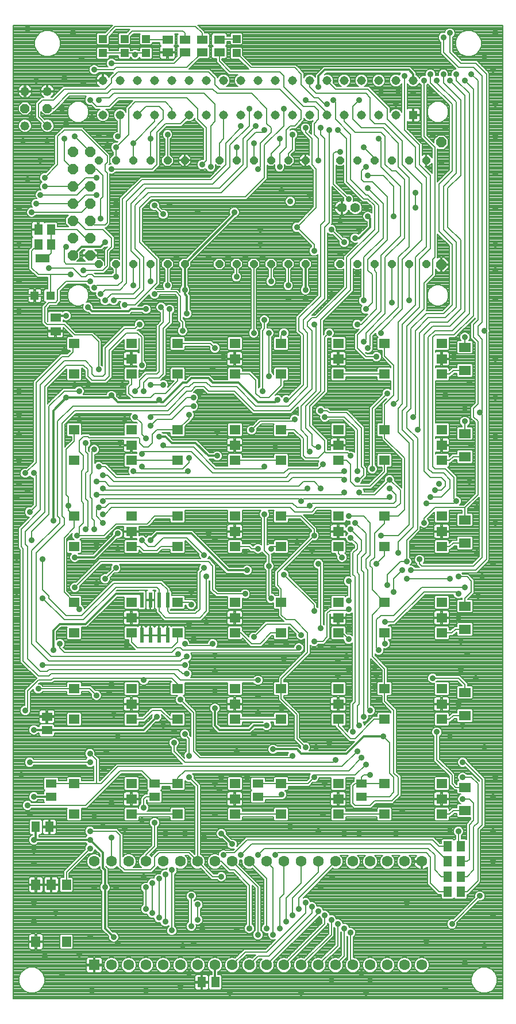
<source format=gtl>
G75*
%MOIN*%
%OFA0B0*%
%FSLAX25Y25*%
%IPPOS*%
%LPD*%
%AMOC8*
5,1,8,0,0,1.08239X$1,22.5*
%
%ADD10R,0.06299X0.05512*%
%ADD11C,0.05600*%
%ADD12R,0.07087X0.05512*%
%ADD13OC8,0.04362*%
%ADD14OC8,0.05937*%
%ADD15R,0.04724X0.04724*%
%ADD16R,0.05118X0.06299*%
%ADD17R,0.06299X0.05118*%
%ADD18OC8,0.05200*%
%ADD19C,0.05200*%
%ADD20C,0.06300*%
%ADD21R,0.06300X0.06300*%
%ADD22R,0.02362X0.08661*%
%ADD23R,0.05150X0.05150*%
%ADD24C,0.05150*%
%ADD25R,0.05512X0.06299*%
%ADD26R,0.05118X0.05118*%
%ADD27R,0.07874X0.05118*%
%ADD28C,0.00800*%
%ADD29C,0.03569*%
%ADD30C,0.01200*%
D10*
X0135393Y0110042D03*
X0135393Y0127758D03*
X0135393Y0165042D03*
X0135393Y0182758D03*
X0135393Y0215042D03*
X0135393Y0232758D03*
X0135393Y0265042D03*
X0135393Y0282758D03*
X0135393Y0315042D03*
X0135393Y0332758D03*
X0135393Y0365042D03*
X0135393Y0382758D03*
X0168464Y0382758D03*
X0168464Y0373900D03*
X0168464Y0365042D03*
X0168464Y0332758D03*
X0168464Y0323900D03*
X0168464Y0315042D03*
X0168464Y0282758D03*
X0168464Y0273900D03*
X0168464Y0265042D03*
X0168464Y0232758D03*
X0168464Y0223900D03*
X0168464Y0215042D03*
X0168464Y0182758D03*
X0168464Y0173900D03*
X0168464Y0165042D03*
X0168464Y0127758D03*
X0168464Y0118900D03*
X0168464Y0110042D03*
X0195393Y0110042D03*
X0195393Y0127758D03*
X0195393Y0165042D03*
X0195393Y0182758D03*
X0195393Y0215042D03*
X0195393Y0232758D03*
X0195393Y0265042D03*
X0195393Y0282758D03*
X0195393Y0315042D03*
X0195393Y0332758D03*
X0195393Y0365042D03*
X0195393Y0382758D03*
X0228464Y0382758D03*
X0228464Y0373900D03*
X0228464Y0365042D03*
X0228464Y0332758D03*
X0228464Y0323900D03*
X0228464Y0315042D03*
X0228464Y0282758D03*
X0228464Y0273900D03*
X0228464Y0265042D03*
X0228464Y0232758D03*
X0228464Y0223900D03*
X0228464Y0215042D03*
X0228464Y0182758D03*
X0228464Y0173900D03*
X0228464Y0165042D03*
X0228464Y0127758D03*
X0228464Y0118900D03*
X0228464Y0110042D03*
X0255393Y0110042D03*
X0255393Y0127758D03*
X0255393Y0165042D03*
X0255393Y0182758D03*
X0255393Y0215042D03*
X0255393Y0232758D03*
X0255393Y0265042D03*
X0255393Y0282758D03*
X0255393Y0315042D03*
X0255393Y0332758D03*
X0255393Y0365042D03*
X0255393Y0382758D03*
X0288464Y0382758D03*
X0288464Y0373900D03*
X0288464Y0365042D03*
X0288464Y0332758D03*
X0288464Y0323900D03*
X0288464Y0315042D03*
X0288464Y0282758D03*
X0288464Y0273900D03*
X0288464Y0265042D03*
X0288464Y0232758D03*
X0288464Y0223900D03*
X0288464Y0215042D03*
X0288464Y0182758D03*
X0288464Y0173900D03*
X0288464Y0165042D03*
X0288464Y0127758D03*
X0288464Y0118900D03*
X0288464Y0110042D03*
X0315393Y0110042D03*
X0315393Y0127758D03*
X0315393Y0165042D03*
X0315393Y0182758D03*
X0315393Y0215042D03*
X0315393Y0232758D03*
X0315393Y0265042D03*
X0315393Y0282758D03*
X0315393Y0315042D03*
X0315393Y0332758D03*
X0315393Y0365042D03*
X0315393Y0382758D03*
X0348464Y0382758D03*
X0348464Y0373900D03*
X0348464Y0365042D03*
X0348464Y0332758D03*
X0348464Y0323900D03*
X0348464Y0315042D03*
X0348464Y0282758D03*
X0348464Y0273900D03*
X0348464Y0265042D03*
X0348464Y0232758D03*
X0348464Y0223900D03*
X0348464Y0215042D03*
X0348464Y0182758D03*
X0348464Y0173900D03*
X0348464Y0165042D03*
X0348464Y0127758D03*
X0348464Y0118900D03*
X0348464Y0110042D03*
D11*
X0298365Y0461400D03*
X0290491Y0461400D03*
D12*
X0361928Y0380593D03*
X0361928Y0367207D03*
X0361928Y0330593D03*
X0361928Y0317207D03*
X0361928Y0280593D03*
X0361928Y0267207D03*
X0361928Y0230593D03*
X0361928Y0217207D03*
X0361928Y0180593D03*
X0361928Y0167207D03*
X0361928Y0125593D03*
X0361928Y0112207D03*
D13*
X0339428Y0428900D03*
X0329428Y0428900D03*
X0319428Y0428900D03*
X0309428Y0428900D03*
X0299428Y0428900D03*
X0289428Y0428900D03*
X0269428Y0428900D03*
X0259428Y0428900D03*
X0249428Y0428900D03*
X0239428Y0428900D03*
X0229428Y0428900D03*
X0219428Y0428900D03*
X0199428Y0428900D03*
X0189428Y0428900D03*
X0179428Y0428900D03*
X0169428Y0428900D03*
X0159428Y0428900D03*
X0149428Y0428900D03*
X0149428Y0488900D03*
X0159428Y0488900D03*
X0169428Y0488900D03*
X0179428Y0488900D03*
X0189428Y0488900D03*
X0199428Y0488900D03*
X0219428Y0488900D03*
X0229428Y0488900D03*
X0239428Y0488900D03*
X0249428Y0488900D03*
X0259428Y0488900D03*
X0269428Y0488900D03*
X0289428Y0488900D03*
X0299428Y0488900D03*
X0309428Y0488900D03*
X0319428Y0488900D03*
X0329428Y0488900D03*
X0339428Y0488900D03*
D14*
X0348208Y0499333D03*
X0348208Y0428467D03*
X0144428Y0433900D03*
X0144428Y0443900D03*
X0144428Y0453900D03*
X0144428Y0463900D03*
X0144428Y0473900D03*
X0144428Y0483900D03*
X0144428Y0493900D03*
X0134428Y0493900D03*
X0134428Y0483900D03*
X0134428Y0473900D03*
X0134428Y0463900D03*
X0134428Y0453900D03*
X0134428Y0443900D03*
X0134428Y0433900D03*
D15*
X0151928Y0551016D03*
X0151928Y0559284D03*
X0164428Y0559284D03*
X0164428Y0551016D03*
X0176928Y0551016D03*
X0176928Y0559284D03*
X0229428Y0559284D03*
X0229428Y0551016D03*
D16*
X0121919Y0448900D03*
X0114438Y0448900D03*
X0114438Y0440150D03*
X0121919Y0440150D03*
X0120865Y0102650D03*
X0112991Y0102650D03*
X0209241Y0012650D03*
X0217115Y0012650D03*
X0351938Y0065150D03*
X0351938Y0073900D03*
X0359419Y0073900D03*
X0359419Y0065150D03*
X0359419Y0082650D03*
X0359419Y0091400D03*
X0351938Y0091400D03*
X0351938Y0082650D03*
D17*
X0301928Y0120160D03*
X0301928Y0127640D03*
X0241928Y0127640D03*
X0241928Y0120160D03*
X0181928Y0120160D03*
X0181928Y0127640D03*
X0121928Y0127640D03*
X0121928Y0120160D03*
X0119428Y0158713D03*
X0119428Y0166587D03*
X0124428Y0389963D03*
X0124428Y0397837D03*
X0189428Y0551410D03*
X0189428Y0558890D03*
X0199428Y0558890D03*
X0199428Y0551410D03*
X0209428Y0551410D03*
X0209428Y0558890D03*
X0219428Y0558890D03*
X0219428Y0551410D03*
D18*
X0119675Y0518900D03*
X0106682Y0518900D03*
D19*
X0106682Y0528900D03*
X0119675Y0528900D03*
X0119675Y0508900D03*
X0106682Y0508900D03*
D20*
X0146928Y0082650D03*
X0156928Y0082650D03*
X0166928Y0082650D03*
X0176928Y0082650D03*
X0186928Y0082650D03*
X0196928Y0082650D03*
X0206928Y0082650D03*
X0216928Y0082650D03*
X0226928Y0082650D03*
X0236928Y0082650D03*
X0246928Y0082650D03*
X0256928Y0082650D03*
X0266928Y0082650D03*
X0276928Y0082650D03*
X0286928Y0082650D03*
X0296928Y0082650D03*
X0306928Y0082650D03*
X0316928Y0082650D03*
X0326928Y0082650D03*
X0336928Y0082650D03*
X0336928Y0022650D03*
X0326928Y0022650D03*
X0316928Y0022650D03*
X0306928Y0022650D03*
X0296928Y0022650D03*
X0286928Y0022650D03*
X0276928Y0022650D03*
X0266928Y0022650D03*
X0256928Y0022650D03*
X0246928Y0022650D03*
X0236928Y0022650D03*
X0226928Y0022650D03*
X0216928Y0022650D03*
X0206928Y0022650D03*
X0196928Y0022650D03*
X0186928Y0022650D03*
X0176928Y0022650D03*
X0166928Y0022650D03*
X0156928Y0022650D03*
D21*
X0146928Y0022650D03*
D22*
X0174428Y0213664D03*
X0179428Y0213664D03*
X0184428Y0213664D03*
X0189428Y0213664D03*
X0189428Y0234136D03*
X0184428Y0234136D03*
X0179428Y0234136D03*
X0174428Y0234136D03*
D23*
X0331928Y0515150D03*
D24*
X0321928Y0515150D03*
X0311928Y0515150D03*
X0301928Y0515150D03*
X0291928Y0515150D03*
X0281928Y0515150D03*
X0271928Y0515150D03*
X0261928Y0515150D03*
X0251928Y0515150D03*
X0241928Y0515150D03*
X0231928Y0515150D03*
X0221928Y0515150D03*
X0211928Y0515150D03*
X0201928Y0515150D03*
X0191928Y0515150D03*
X0181928Y0515150D03*
X0171928Y0515150D03*
X0161928Y0515150D03*
X0151928Y0515150D03*
X0151928Y0535150D03*
X0161928Y0535150D03*
X0171928Y0535150D03*
X0181928Y0535150D03*
X0191928Y0535150D03*
X0201928Y0535150D03*
X0211928Y0535150D03*
X0221928Y0535150D03*
X0231928Y0535150D03*
X0241928Y0535150D03*
X0251928Y0535150D03*
X0261928Y0535150D03*
X0271928Y0535150D03*
X0281928Y0535150D03*
X0291928Y0535150D03*
X0301928Y0535150D03*
X0311928Y0535150D03*
X0321928Y0535150D03*
X0331928Y0535150D03*
D25*
X0130787Y0069185D03*
X0121928Y0069185D03*
X0113070Y0069185D03*
X0113070Y0036115D03*
X0130787Y0036115D03*
D26*
X0121456Y0410573D03*
X0112401Y0410573D03*
D27*
X0116928Y0432227D03*
D28*
X0099778Y0567300D02*
X0099778Y0003000D01*
X0384078Y0003000D01*
X0384078Y0567300D01*
X0207041Y0567300D01*
X0207278Y0567063D01*
X0211028Y0563313D01*
X0211028Y0562649D01*
X0213075Y0562649D01*
X0213778Y0561946D01*
X0213778Y0555834D01*
X0213094Y0555150D01*
X0213778Y0554466D01*
X0213778Y0548354D01*
X0213075Y0547651D01*
X0207932Y0547651D01*
X0202269Y0541987D01*
X0202269Y0541987D01*
X0202031Y0541750D01*
X0213841Y0541750D01*
X0214778Y0540813D01*
X0218528Y0537063D01*
X0218528Y0536806D01*
X0218728Y0537288D01*
X0219790Y0538350D01*
X0221178Y0538925D01*
X0222679Y0538925D01*
X0224067Y0538350D01*
X0225129Y0537288D01*
X0225703Y0535901D01*
X0225703Y0534399D01*
X0225129Y0533012D01*
X0224067Y0531950D01*
X0223584Y0531750D01*
X0230273Y0531750D01*
X0229790Y0531950D01*
X0228728Y0533012D01*
X0228154Y0534399D01*
X0228154Y0535901D01*
X0228728Y0537288D01*
X0229790Y0538350D01*
X0230273Y0538550D01*
X0225016Y0538550D01*
X0224078Y0539487D01*
X0217828Y0545737D01*
X0217828Y0547651D01*
X0215782Y0547651D01*
X0215079Y0548354D01*
X0215079Y0554466D01*
X0215763Y0555150D01*
X0215079Y0555834D01*
X0215079Y0561946D01*
X0215782Y0562649D01*
X0223075Y0562649D01*
X0223778Y0561946D01*
X0223778Y0560884D01*
X0225866Y0560884D01*
X0225866Y0562143D01*
X0226569Y0562846D01*
X0232288Y0562846D01*
X0232991Y0562143D01*
X0232991Y0556425D01*
X0232288Y0555722D01*
X0226569Y0555722D01*
X0225866Y0556425D01*
X0225866Y0557684D01*
X0223778Y0557684D01*
X0223778Y0555834D01*
X0223094Y0555150D01*
X0223778Y0554466D01*
X0223778Y0548354D01*
X0223075Y0547651D01*
X0221028Y0547651D01*
X0221028Y0547063D01*
X0226341Y0541750D01*
X0236432Y0541750D01*
X0230728Y0547454D01*
X0226569Y0547454D01*
X0225866Y0548157D01*
X0225866Y0553875D01*
X0226569Y0554578D01*
X0232288Y0554578D01*
X0232991Y0553875D01*
X0232991Y0549717D01*
X0238457Y0544250D01*
X0263841Y0544250D01*
X0264778Y0543313D01*
X0268528Y0539563D01*
X0268528Y0536806D01*
X0268728Y0537288D01*
X0269790Y0538350D01*
X0271178Y0538925D01*
X0272679Y0538925D01*
X0274067Y0538350D01*
X0275128Y0537288D01*
X0275128Y0538396D01*
X0276183Y0539450D01*
X0279933Y0543200D01*
X0330174Y0543200D01*
X0331228Y0542146D01*
X0333728Y0539646D01*
X0333728Y0538490D01*
X0334067Y0538350D01*
X0335129Y0537288D01*
X0335481Y0536437D01*
X0335649Y0536840D01*
X0336488Y0537680D01*
X0337585Y0538134D01*
X0338772Y0538134D01*
X0339066Y0538013D01*
X0338944Y0538306D01*
X0338944Y0539494D01*
X0339399Y0540590D01*
X0340238Y0541430D01*
X0341335Y0541884D01*
X0342522Y0541884D01*
X0343619Y0541430D01*
X0344458Y0540590D01*
X0344913Y0539494D01*
X0344913Y0538306D01*
X0344791Y0538013D01*
X0345085Y0538134D01*
X0346272Y0538134D01*
X0346566Y0538013D01*
X0346444Y0538306D01*
X0346444Y0539494D01*
X0346899Y0540590D01*
X0347738Y0541430D01*
X0348835Y0541884D01*
X0350022Y0541884D01*
X0351119Y0541430D01*
X0351958Y0540590D01*
X0352413Y0539494D01*
X0352413Y0538306D01*
X0352291Y0538013D01*
X0352585Y0538134D01*
X0353772Y0538134D01*
X0354066Y0538013D01*
X0353944Y0538306D01*
X0353944Y0539494D01*
X0354399Y0540590D01*
X0355238Y0541430D01*
X0356335Y0541884D01*
X0356681Y0541884D01*
X0356578Y0541987D01*
X0347828Y0550737D01*
X0347828Y0557583D01*
X0347738Y0557620D01*
X0346899Y0558460D01*
X0346444Y0559556D01*
X0346444Y0560744D01*
X0346899Y0561840D01*
X0347738Y0562680D01*
X0348835Y0563134D01*
X0350022Y0563134D01*
X0350194Y0563063D01*
X0350194Y0563244D01*
X0350649Y0564340D01*
X0351488Y0565180D01*
X0352585Y0565634D01*
X0353772Y0565634D01*
X0354869Y0565180D01*
X0355708Y0564340D01*
X0356163Y0563244D01*
X0356163Y0562056D01*
X0355708Y0560960D01*
X0354869Y0560120D01*
X0354778Y0560083D01*
X0354778Y0552063D01*
X0360091Y0546750D01*
X0368841Y0546750D01*
X0375091Y0540500D01*
X0376028Y0539563D01*
X0376028Y0391068D01*
X0376163Y0390744D01*
X0376163Y0389556D01*
X0376028Y0389232D01*
X0376028Y0256987D01*
X0375091Y0256050D01*
X0368841Y0249800D01*
X0360249Y0249800D01*
X0360708Y0249340D01*
X0360746Y0249250D01*
X0363841Y0249250D01*
X0366341Y0246750D01*
X0367278Y0245813D01*
X0367278Y0238237D01*
X0363590Y0234549D01*
X0365969Y0234549D01*
X0366672Y0233846D01*
X0366672Y0227340D01*
X0365969Y0226637D01*
X0357888Y0226637D01*
X0357185Y0227340D01*
X0357185Y0233846D01*
X0357888Y0234549D01*
X0360328Y0234549D01*
X0360328Y0235580D01*
X0359869Y0235120D01*
X0358772Y0234666D01*
X0357585Y0234666D01*
X0356488Y0235120D01*
X0355649Y0235960D01*
X0355194Y0237056D01*
X0355194Y0237300D01*
X0338841Y0237300D01*
X0321341Y0219800D01*
X0318246Y0219800D01*
X0318208Y0219710D01*
X0317496Y0218998D01*
X0319040Y0218998D01*
X0319743Y0218295D01*
X0319743Y0211789D01*
X0319040Y0211086D01*
X0317713Y0211086D01*
X0318208Y0210590D01*
X0318663Y0209494D01*
X0318663Y0208306D01*
X0318208Y0207210D01*
X0317369Y0206370D01*
X0316272Y0205916D01*
X0315085Y0205916D01*
X0314791Y0206037D01*
X0314913Y0205744D01*
X0314913Y0204556D01*
X0314458Y0203460D01*
X0313619Y0202620D01*
X0312522Y0202166D01*
X0311335Y0202166D01*
X0310238Y0202620D01*
X0309778Y0203080D01*
X0309778Y0202063D01*
X0316993Y0194848D01*
X0316993Y0186714D01*
X0319040Y0186714D01*
X0319743Y0186011D01*
X0319743Y0179505D01*
X0319040Y0178802D01*
X0316993Y0178802D01*
X0316993Y0176098D01*
X0321341Y0171750D01*
X0322278Y0170813D01*
X0322278Y0134563D01*
X0323841Y0133000D01*
X0324778Y0132063D01*
X0324778Y0120737D01*
X0321028Y0116987D01*
X0320091Y0116050D01*
X0310091Y0116050D01*
X0308528Y0114487D01*
X0307591Y0113550D01*
X0297516Y0113550D01*
X0296266Y0114800D01*
X0295328Y0115737D01*
X0295328Y0127063D01*
X0296578Y0128313D01*
X0297516Y0129250D01*
X0297579Y0129250D01*
X0297579Y0130696D01*
X0297933Y0131050D01*
X0292775Y0131050D01*
X0292813Y0131011D01*
X0292813Y0124505D01*
X0292111Y0123802D01*
X0284817Y0123802D01*
X0284114Y0124505D01*
X0284114Y0131011D01*
X0284153Y0131050D01*
X0277413Y0131050D01*
X0277413Y0130806D01*
X0276958Y0129710D01*
X0276119Y0128870D01*
X0275022Y0128416D01*
X0273835Y0128416D01*
X0273744Y0128453D01*
X0271449Y0126158D01*
X0259743Y0126158D01*
X0259743Y0124505D01*
X0259040Y0123802D01*
X0257496Y0123802D01*
X0258208Y0123090D01*
X0258663Y0121994D01*
X0258663Y0120806D01*
X0258208Y0119710D01*
X0257369Y0118870D01*
X0256272Y0118416D01*
X0255085Y0118416D01*
X0254737Y0118560D01*
X0246278Y0118560D01*
X0246278Y0117104D01*
X0245575Y0116401D01*
X0238282Y0116401D01*
X0237579Y0117104D01*
X0237579Y0123216D01*
X0238263Y0123900D01*
X0237579Y0124584D01*
X0237579Y0130696D01*
X0238282Y0131399D01*
X0245575Y0131399D01*
X0246278Y0130696D01*
X0246278Y0129240D01*
X0251043Y0129240D01*
X0251043Y0131011D01*
X0251746Y0131714D01*
X0259040Y0131714D01*
X0259743Y0131011D01*
X0259743Y0129358D01*
X0270124Y0129358D01*
X0271482Y0130716D01*
X0271444Y0130806D01*
X0271444Y0131994D01*
X0271899Y0133090D01*
X0272358Y0133550D01*
X0203999Y0133550D01*
X0204458Y0133090D01*
X0204913Y0131994D01*
X0204913Y0130806D01*
X0204875Y0130716D01*
X0208528Y0127063D01*
X0208528Y0086696D01*
X0209393Y0086338D01*
X0210616Y0085114D01*
X0211278Y0083515D01*
X0211278Y0081785D01*
X0210921Y0080921D01*
X0216341Y0075500D01*
X0218111Y0075500D01*
X0218149Y0075590D01*
X0218988Y0076430D01*
X0220085Y0076884D01*
X0221272Y0076884D01*
X0222369Y0076430D01*
X0223208Y0075590D01*
X0223663Y0074494D01*
X0223663Y0073306D01*
X0223208Y0072210D01*
X0222369Y0071370D01*
X0221272Y0070916D01*
X0220085Y0070916D01*
X0218988Y0071370D01*
X0218149Y0072210D01*
X0218111Y0072300D01*
X0215016Y0072300D01*
X0208658Y0078658D01*
X0207794Y0078300D01*
X0206063Y0078300D01*
X0204464Y0078962D01*
X0203241Y0080186D01*
X0202578Y0081785D01*
X0202578Y0083515D01*
X0202936Y0084379D01*
X0201266Y0086050D01*
X0199680Y0086050D01*
X0200616Y0085114D01*
X0201278Y0083515D01*
X0201278Y0081785D01*
X0200616Y0080186D01*
X0199393Y0078962D01*
X0197794Y0078300D01*
X0196063Y0078300D01*
X0194646Y0078887D01*
X0194913Y0078244D01*
X0194913Y0077056D01*
X0194458Y0075960D01*
X0193619Y0075120D01*
X0193528Y0075083D01*
X0193528Y0045217D01*
X0193619Y0045180D01*
X0194458Y0044340D01*
X0194913Y0043244D01*
X0194913Y0042056D01*
X0194458Y0040960D01*
X0193619Y0040120D01*
X0192522Y0039666D01*
X0191335Y0039666D01*
X0190238Y0040120D01*
X0189399Y0040960D01*
X0188944Y0042056D01*
X0188944Y0043244D01*
X0189399Y0044340D01*
X0190238Y0045180D01*
X0190328Y0045217D01*
X0190328Y0045580D01*
X0189869Y0045120D01*
X0188772Y0044666D01*
X0187585Y0044666D01*
X0186488Y0045120D01*
X0185649Y0045960D01*
X0185194Y0047056D01*
X0185194Y0047237D01*
X0185022Y0047166D01*
X0183835Y0047166D01*
X0182738Y0047620D01*
X0181899Y0048460D01*
X0181444Y0049556D01*
X0181444Y0049737D01*
X0181272Y0049666D01*
X0180085Y0049666D01*
X0178988Y0050120D01*
X0178149Y0050960D01*
X0177694Y0052056D01*
X0177694Y0052237D01*
X0177522Y0052166D01*
X0176335Y0052166D01*
X0175238Y0052620D01*
X0174399Y0053460D01*
X0173944Y0054556D01*
X0173944Y0055744D01*
X0174399Y0056840D01*
X0175238Y0057680D01*
X0175328Y0057717D01*
X0175328Y0065083D01*
X0175238Y0065120D01*
X0174399Y0065960D01*
X0173944Y0067056D01*
X0173944Y0068244D01*
X0174399Y0069340D01*
X0175238Y0070180D01*
X0176335Y0070634D01*
X0177522Y0070634D01*
X0177694Y0070563D01*
X0177694Y0070744D01*
X0178149Y0071840D01*
X0178988Y0072680D01*
X0180085Y0073134D01*
X0181272Y0073134D01*
X0181444Y0073063D01*
X0181444Y0073244D01*
X0181899Y0074340D01*
X0182738Y0075180D01*
X0183835Y0075634D01*
X0185022Y0075634D01*
X0185194Y0075563D01*
X0185194Y0075744D01*
X0185649Y0076840D01*
X0186488Y0077680D01*
X0187585Y0078134D01*
X0188772Y0078134D01*
X0188944Y0078063D01*
X0188944Y0078244D01*
X0189211Y0078887D01*
X0187794Y0078300D01*
X0186063Y0078300D01*
X0184464Y0078962D01*
X0183528Y0079898D01*
X0183528Y0079487D01*
X0182591Y0078550D01*
X0180091Y0076050D01*
X0163766Y0076050D01*
X0162828Y0076987D01*
X0162828Y0076987D01*
X0160328Y0079487D01*
X0160328Y0079898D01*
X0159393Y0078962D01*
X0157794Y0078300D01*
X0156063Y0078300D01*
X0154464Y0078962D01*
X0153728Y0079698D01*
X0153728Y0079646D01*
X0154978Y0078396D01*
X0154978Y0070070D01*
X0155699Y0069350D01*
X0156153Y0068253D01*
X0156153Y0067066D01*
X0155699Y0065969D01*
X0154969Y0065239D01*
X0154969Y0044655D01*
X0157740Y0041884D01*
X0158772Y0041884D01*
X0159869Y0041430D01*
X0160708Y0040590D01*
X0161163Y0039494D01*
X0161163Y0038306D01*
X0160708Y0037210D01*
X0159869Y0036370D01*
X0158772Y0035916D01*
X0157585Y0035916D01*
X0156488Y0036370D01*
X0155649Y0037210D01*
X0155194Y0038306D01*
X0155194Y0039339D01*
X0151369Y0043164D01*
X0151369Y0065239D01*
X0150639Y0065969D01*
X0150184Y0067066D01*
X0150184Y0068253D01*
X0150639Y0069350D01*
X0151378Y0070090D01*
X0151378Y0076904D01*
X0151183Y0077100D01*
X0150128Y0078154D01*
X0150128Y0079698D01*
X0149393Y0078962D01*
X0147794Y0078300D01*
X0146063Y0078300D01*
X0144464Y0078962D01*
X0143241Y0080186D01*
X0142578Y0081785D01*
X0142578Y0083515D01*
X0143241Y0085114D01*
X0144464Y0086338D01*
X0146063Y0087000D01*
X0147794Y0087000D01*
X0149393Y0086338D01*
X0150128Y0085602D01*
X0150128Y0086904D01*
X0147413Y0089620D01*
X0147413Y0089556D01*
X0146958Y0088460D01*
X0146119Y0087620D01*
X0145022Y0087166D01*
X0143835Y0087166D01*
X0143744Y0087203D01*
X0132387Y0075846D01*
X0132387Y0073535D01*
X0134040Y0073535D01*
X0134743Y0072832D01*
X0134743Y0065539D01*
X0134040Y0064836D01*
X0127534Y0064836D01*
X0126831Y0065539D01*
X0126831Y0072832D01*
X0127534Y0073535D01*
X0129187Y0073535D01*
X0129187Y0077171D01*
X0141482Y0089466D01*
X0141444Y0089556D01*
X0141444Y0090744D01*
X0141899Y0091840D01*
X0142708Y0092650D01*
X0142008Y0093350D01*
X0114349Y0093350D01*
X0113619Y0092620D01*
X0112522Y0092166D01*
X0111335Y0092166D01*
X0110238Y0092620D01*
X0109399Y0093460D01*
X0108944Y0094556D01*
X0108944Y0095744D01*
X0109399Y0096840D01*
X0110238Y0097680D01*
X0111191Y0098075D01*
X0111191Y0098300D01*
X0109935Y0098300D01*
X0109232Y0099003D01*
X0109232Y0106297D01*
X0109935Y0107000D01*
X0116048Y0107000D01*
X0116751Y0106297D01*
X0116751Y0099003D01*
X0116048Y0098300D01*
X0114791Y0098300D01*
X0114791Y0096950D01*
X0142008Y0096950D01*
X0142708Y0097650D01*
X0141899Y0098460D01*
X0141444Y0099556D01*
X0141444Y0100744D01*
X0141899Y0101840D01*
X0142738Y0102680D01*
X0143835Y0103134D01*
X0145022Y0103134D01*
X0146119Y0102680D01*
X0146958Y0101840D01*
X0146996Y0101750D01*
X0160091Y0101750D01*
X0161028Y0100813D01*
X0161028Y0100813D01*
X0162591Y0099250D01*
X0162591Y0099250D01*
X0163528Y0098313D01*
X0163528Y0085402D01*
X0164464Y0086338D01*
X0166063Y0087000D01*
X0167794Y0087000D01*
X0169393Y0086338D01*
X0170616Y0085114D01*
X0171278Y0083515D01*
X0171278Y0081785D01*
X0170616Y0080186D01*
X0169680Y0079250D01*
X0174177Y0079250D01*
X0173241Y0080186D01*
X0172578Y0081785D01*
X0172578Y0083515D01*
X0173241Y0085114D01*
X0174464Y0086338D01*
X0175328Y0086696D01*
X0175328Y0087063D01*
X0180328Y0092063D01*
X0180328Y0102583D01*
X0180238Y0102620D01*
X0179399Y0103460D01*
X0178944Y0104556D01*
X0178944Y0105744D01*
X0179399Y0106840D01*
X0180238Y0107680D01*
X0181335Y0108134D01*
X0182522Y0108134D01*
X0183619Y0107680D01*
X0184458Y0106840D01*
X0184913Y0105744D01*
X0184913Y0104556D01*
X0184458Y0103460D01*
X0183619Y0102620D01*
X0183528Y0102583D01*
X0183528Y0090737D01*
X0182591Y0089800D01*
X0179206Y0086415D01*
X0179393Y0086338D01*
X0180328Y0085402D01*
X0180328Y0085813D01*
X0182828Y0088313D01*
X0183766Y0089250D01*
X0202591Y0089250D01*
X0205199Y0086642D01*
X0205328Y0086696D01*
X0205328Y0125737D01*
X0202613Y0128453D01*
X0202522Y0128416D01*
X0201335Y0128416D01*
X0200238Y0128870D01*
X0199743Y0129365D01*
X0199743Y0124505D01*
X0199040Y0123802D01*
X0191746Y0123802D01*
X0191043Y0124505D01*
X0191043Y0126040D01*
X0186278Y0126040D01*
X0186278Y0124584D01*
X0185594Y0123900D01*
X0186278Y0123216D01*
X0186278Y0117104D01*
X0185575Y0116401D01*
X0178282Y0116401D01*
X0177579Y0117104D01*
X0177579Y0118538D01*
X0177278Y0118237D01*
X0177278Y0116467D01*
X0177369Y0116430D01*
X0178208Y0115590D01*
X0178663Y0114494D01*
X0178663Y0113306D01*
X0178208Y0112210D01*
X0177641Y0111642D01*
X0191043Y0111642D01*
X0191043Y0113295D01*
X0191746Y0113998D01*
X0199040Y0113998D01*
X0199743Y0113295D01*
X0199743Y0106789D01*
X0199040Y0106086D01*
X0191746Y0106086D01*
X0191043Y0106789D01*
X0191043Y0108442D01*
X0172813Y0108442D01*
X0172813Y0106789D01*
X0172111Y0106086D01*
X0164817Y0106086D01*
X0164114Y0106789D01*
X0164114Y0113295D01*
X0164817Y0113998D01*
X0172111Y0113998D01*
X0172694Y0113414D01*
X0172694Y0114494D01*
X0173149Y0115590D01*
X0173988Y0116430D01*
X0174078Y0116467D01*
X0174078Y0119563D01*
X0175016Y0120500D01*
X0176276Y0121760D01*
X0177579Y0121760D01*
X0177579Y0123216D01*
X0178263Y0123900D01*
X0177579Y0124584D01*
X0177579Y0129727D01*
X0173756Y0133550D01*
X0162591Y0133550D01*
X0142591Y0113550D01*
X0139487Y0113550D01*
X0139743Y0113295D01*
X0139743Y0106789D01*
X0139040Y0106086D01*
X0131746Y0106086D01*
X0131043Y0106789D01*
X0131043Y0113295D01*
X0131299Y0113550D01*
X0110746Y0113550D01*
X0110708Y0113460D01*
X0109869Y0112620D01*
X0108772Y0112166D01*
X0107585Y0112166D01*
X0106488Y0112620D01*
X0105649Y0113460D01*
X0105194Y0114556D01*
X0105194Y0115744D01*
X0105649Y0116840D01*
X0106488Y0117680D01*
X0107585Y0118134D01*
X0108772Y0118134D01*
X0109869Y0117680D01*
X0110708Y0116840D01*
X0110746Y0116750D01*
X0117933Y0116750D01*
X0117579Y0117104D01*
X0117579Y0118350D01*
X0114349Y0118350D01*
X0113619Y0117620D01*
X0112522Y0117166D01*
X0111335Y0117166D01*
X0110238Y0117620D01*
X0109399Y0118460D01*
X0108944Y0119556D01*
X0108944Y0120744D01*
X0109399Y0121840D01*
X0110238Y0122680D01*
X0111335Y0123134D01*
X0112522Y0123134D01*
X0113619Y0122680D01*
X0114349Y0121950D01*
X0117579Y0121950D01*
X0117579Y0123216D01*
X0118263Y0123900D01*
X0117579Y0124584D01*
X0117579Y0130696D01*
X0118282Y0131399D01*
X0125575Y0131399D01*
X0126278Y0130696D01*
X0126278Y0129358D01*
X0131043Y0129358D01*
X0131043Y0131011D01*
X0131746Y0131714D01*
X0139040Y0131714D01*
X0139743Y0131011D01*
X0139743Y0129358D01*
X0146578Y0129358D01*
X0146578Y0138080D01*
X0146119Y0137620D01*
X0145022Y0137166D01*
X0143835Y0137166D01*
X0142738Y0137620D01*
X0141899Y0138460D01*
X0141861Y0138550D01*
X0111996Y0138550D01*
X0111958Y0138460D01*
X0111119Y0137620D01*
X0110022Y0137166D01*
X0108835Y0137166D01*
X0107738Y0137620D01*
X0106899Y0138460D01*
X0106444Y0139556D01*
X0106444Y0140744D01*
X0106899Y0141840D01*
X0107738Y0142680D01*
X0108835Y0143134D01*
X0110022Y0143134D01*
X0111119Y0142680D01*
X0111958Y0141840D01*
X0111996Y0141750D01*
X0141861Y0141750D01*
X0141899Y0141840D01*
X0142708Y0142650D01*
X0141899Y0143460D01*
X0141444Y0144556D01*
X0141444Y0145744D01*
X0141899Y0146840D01*
X0142738Y0147680D01*
X0143835Y0148134D01*
X0145022Y0148134D01*
X0146119Y0147680D01*
X0146958Y0146840D01*
X0147413Y0145744D01*
X0147413Y0144556D01*
X0147375Y0144466D01*
X0148841Y0143000D01*
X0149778Y0142063D01*
X0149778Y0129358D01*
X0150124Y0129358D01*
X0160016Y0139250D01*
X0198066Y0139250D01*
X0192516Y0144800D01*
X0191578Y0145737D01*
X0191578Y0148833D01*
X0191488Y0148870D01*
X0190649Y0149710D01*
X0190194Y0150806D01*
X0190194Y0151994D01*
X0190649Y0153090D01*
X0191488Y0153930D01*
X0192585Y0154384D01*
X0193772Y0154384D01*
X0194869Y0153930D01*
X0195708Y0153090D01*
X0196163Y0151994D01*
X0196163Y0150806D01*
X0195708Y0149710D01*
X0194869Y0148870D01*
X0194778Y0148833D01*
X0194778Y0147063D01*
X0199234Y0142607D01*
X0198944Y0143306D01*
X0198944Y0144494D01*
X0199399Y0145590D01*
X0200238Y0146430D01*
X0200328Y0146467D01*
X0200328Y0153237D01*
X0200113Y0153453D01*
X0200022Y0153416D01*
X0198835Y0153416D01*
X0197738Y0153870D01*
X0196899Y0154710D01*
X0196444Y0155806D01*
X0196444Y0156994D01*
X0196899Y0158090D01*
X0197738Y0158930D01*
X0198835Y0159384D01*
X0200022Y0159384D01*
X0201119Y0158930D01*
X0201958Y0158090D01*
X0202413Y0156994D01*
X0202413Y0155806D01*
X0202375Y0155716D01*
X0202828Y0155263D01*
X0202828Y0168237D01*
X0197613Y0173453D01*
X0197522Y0173416D01*
X0196335Y0173416D01*
X0195238Y0173870D01*
X0194399Y0174710D01*
X0193944Y0175806D01*
X0193944Y0176994D01*
X0194399Y0178090D01*
X0195110Y0178802D01*
X0191746Y0178802D01*
X0191043Y0179505D01*
X0191043Y0186011D01*
X0191746Y0186714D01*
X0191852Y0186714D01*
X0191266Y0187300D01*
X0178663Y0187300D01*
X0178663Y0187056D01*
X0178208Y0185960D01*
X0177369Y0185120D01*
X0176272Y0184666D01*
X0175085Y0184666D01*
X0173988Y0185120D01*
X0173149Y0185960D01*
X0172694Y0187056D01*
X0172694Y0187300D01*
X0123841Y0187300D01*
X0123528Y0186987D01*
X0123528Y0186987D01*
X0122591Y0186050D01*
X0115091Y0186050D01*
X0114675Y0185634D01*
X0115022Y0185634D01*
X0116119Y0185180D01*
X0116958Y0184340D01*
X0116996Y0184250D01*
X0131043Y0184250D01*
X0131043Y0186011D01*
X0131746Y0186714D01*
X0139040Y0186714D01*
X0139743Y0186011D01*
X0139743Y0184358D01*
X0144983Y0184358D01*
X0147494Y0181847D01*
X0147585Y0181884D01*
X0148772Y0181884D01*
X0149869Y0181430D01*
X0150708Y0180590D01*
X0151163Y0179494D01*
X0151163Y0178306D01*
X0150708Y0177210D01*
X0149869Y0176370D01*
X0148772Y0175916D01*
X0147585Y0175916D01*
X0146488Y0176370D01*
X0145649Y0177210D01*
X0145194Y0178306D01*
X0145194Y0179494D01*
X0145232Y0179584D01*
X0143657Y0181158D01*
X0139743Y0181158D01*
X0139743Y0179505D01*
X0139040Y0178802D01*
X0131746Y0178802D01*
X0131043Y0179505D01*
X0131043Y0181050D01*
X0116996Y0181050D01*
X0116958Y0180960D01*
X0116119Y0180120D01*
X0115022Y0179666D01*
X0113835Y0179666D01*
X0112738Y0180120D01*
X0111899Y0180960D01*
X0111444Y0182056D01*
X0111444Y0182403D01*
X0109778Y0180737D01*
X0109778Y0171068D01*
X0109913Y0170744D01*
X0109913Y0169556D01*
X0109458Y0168460D01*
X0108619Y0167620D01*
X0107522Y0167166D01*
X0106335Y0167166D01*
X0105238Y0167620D01*
X0104399Y0168460D01*
X0103944Y0169556D01*
X0103944Y0170744D01*
X0104399Y0171840D01*
X0105238Y0172680D01*
X0106335Y0173134D01*
X0106578Y0173134D01*
X0106578Y0182063D01*
X0107516Y0183000D01*
X0113416Y0188900D01*
X0112828Y0189487D01*
X0104078Y0198237D01*
X0104078Y0263237D01*
X0102828Y0264487D01*
X0102828Y0275813D01*
X0103766Y0276750D01*
X0103766Y0276750D01*
X0109181Y0282166D01*
X0108835Y0282166D01*
X0107738Y0282620D01*
X0106899Y0283460D01*
X0106444Y0284556D01*
X0106444Y0285744D01*
X0106899Y0286840D01*
X0107738Y0287680D01*
X0108835Y0288134D01*
X0110022Y0288134D01*
X0110113Y0288097D01*
X0111578Y0289563D01*
X0111578Y0304666D01*
X0111335Y0304666D01*
X0110238Y0305120D01*
X0109428Y0305930D01*
X0108619Y0305120D01*
X0107522Y0304666D01*
X0106335Y0304666D01*
X0105238Y0305120D01*
X0104399Y0305960D01*
X0103944Y0307056D01*
X0103944Y0308244D01*
X0104399Y0309340D01*
X0105238Y0310180D01*
X0106335Y0310634D01*
X0107522Y0310634D01*
X0107613Y0310597D01*
X0111578Y0314563D01*
X0111578Y0360813D01*
X0112516Y0361750D01*
X0112516Y0361750D01*
X0127516Y0376750D01*
X0131266Y0376750D01*
X0132937Y0378421D01*
X0132937Y0378802D01*
X0131746Y0378802D01*
X0131043Y0379505D01*
X0131043Y0386011D01*
X0131746Y0386714D01*
X0134352Y0386714D01*
X0134078Y0386987D01*
X0128978Y0392088D01*
X0128978Y0390363D01*
X0124829Y0390363D01*
X0124829Y0389563D01*
X0128978Y0389563D01*
X0128978Y0387220D01*
X0128883Y0386864D01*
X0128698Y0386544D01*
X0128438Y0386284D01*
X0128118Y0386099D01*
X0127762Y0386004D01*
X0124828Y0386004D01*
X0124828Y0389563D01*
X0124028Y0389563D01*
X0119879Y0389563D01*
X0119879Y0387220D01*
X0119974Y0386864D01*
X0120159Y0386544D01*
X0120419Y0386284D01*
X0120738Y0386099D01*
X0121095Y0386004D01*
X0124028Y0386004D01*
X0124028Y0389563D01*
X0124028Y0390363D01*
X0119879Y0390363D01*
X0119879Y0392300D01*
X0118766Y0392300D01*
X0117828Y0393237D01*
X0116578Y0394487D01*
X0116578Y0404563D01*
X0118830Y0406814D01*
X0118400Y0406814D01*
X0117697Y0407517D01*
X0117697Y0413629D01*
X0118400Y0414332D01*
X0119856Y0414332D01*
X0119856Y0421050D01*
X0113766Y0421050D01*
X0112828Y0421987D01*
X0109078Y0425737D01*
X0109078Y0437063D01*
X0110016Y0438000D01*
X0110679Y0438664D01*
X0110679Y0443797D01*
X0111332Y0444450D01*
X0111020Y0444630D01*
X0110759Y0444891D01*
X0110575Y0445210D01*
X0110479Y0445566D01*
X0110479Y0448500D01*
X0114038Y0448500D01*
X0114038Y0449300D01*
X0110479Y0449300D01*
X0110479Y0452234D01*
X0110575Y0452590D01*
X0110759Y0452909D01*
X0111020Y0453170D01*
X0111339Y0453354D01*
X0111695Y0453450D01*
X0114038Y0453450D01*
X0114038Y0449300D01*
X0114838Y0449300D01*
X0114838Y0453450D01*
X0117182Y0453450D01*
X0117538Y0453354D01*
X0117857Y0453170D01*
X0118118Y0452909D01*
X0118266Y0452653D01*
X0118863Y0453250D01*
X0124975Y0453250D01*
X0125678Y0452547D01*
X0125678Y0450500D01*
X0131933Y0450500D01*
X0130260Y0452173D01*
X0130260Y0455627D01*
X0131933Y0457300D01*
X0113246Y0457300D01*
X0113208Y0457210D01*
X0112369Y0456370D01*
X0111272Y0455916D01*
X0110085Y0455916D01*
X0108988Y0456370D01*
X0108149Y0457210D01*
X0107694Y0458306D01*
X0107694Y0459494D01*
X0108149Y0460590D01*
X0108988Y0461430D01*
X0110085Y0461884D01*
X0110974Y0461884D01*
X0110649Y0462210D01*
X0110194Y0463306D01*
X0110194Y0464494D01*
X0110649Y0465590D01*
X0111488Y0466430D01*
X0112585Y0466884D01*
X0113474Y0466884D01*
X0113149Y0467210D01*
X0112694Y0468306D01*
X0112694Y0469494D01*
X0113149Y0470590D01*
X0113988Y0471430D01*
X0115085Y0471884D01*
X0115974Y0471884D01*
X0115649Y0472210D01*
X0115194Y0473306D01*
X0115194Y0474494D01*
X0115649Y0475590D01*
X0116458Y0476400D01*
X0115649Y0477210D01*
X0115194Y0478306D01*
X0115194Y0479494D01*
X0115649Y0480590D01*
X0116488Y0481430D01*
X0117585Y0481884D01*
X0118772Y0481884D01*
X0118863Y0481847D01*
X0124078Y0487063D01*
X0124078Y0503313D01*
X0125016Y0504250D01*
X0128766Y0508000D01*
X0140091Y0508000D01*
X0141028Y0507063D01*
X0156028Y0492063D01*
X0156028Y0486987D01*
X0155636Y0486595D01*
X0156335Y0486884D01*
X0156663Y0486884D01*
X0156047Y0487499D01*
X0156047Y0490300D01*
X0157828Y0492082D01*
X0157828Y0493833D01*
X0157738Y0493870D01*
X0156899Y0494710D01*
X0156444Y0495806D01*
X0156444Y0496994D01*
X0156899Y0498090D01*
X0157738Y0498930D01*
X0158835Y0499384D01*
X0160022Y0499384D01*
X0160113Y0499347D01*
X0160431Y0499666D01*
X0160085Y0499666D01*
X0158988Y0500120D01*
X0158149Y0500960D01*
X0157694Y0502056D01*
X0157694Y0503244D01*
X0158149Y0504340D01*
X0158988Y0505180D01*
X0160085Y0505634D01*
X0160328Y0505634D01*
X0160328Y0511727D01*
X0159790Y0511950D01*
X0158728Y0513012D01*
X0158154Y0514399D01*
X0158154Y0515901D01*
X0158728Y0517288D01*
X0159790Y0518350D01*
X0161178Y0518925D01*
X0162679Y0518925D01*
X0164067Y0518350D01*
X0165129Y0517288D01*
X0165328Y0516806D01*
X0165328Y0519563D01*
X0166266Y0520500D01*
X0169316Y0523550D01*
X0161341Y0523550D01*
X0157278Y0519487D01*
X0157278Y0519487D01*
X0156341Y0518550D01*
X0153584Y0518550D01*
X0154067Y0518350D01*
X0155129Y0517288D01*
X0155703Y0515901D01*
X0155703Y0514399D01*
X0155129Y0513012D01*
X0154067Y0511950D01*
X0152679Y0511375D01*
X0151178Y0511375D01*
X0149790Y0511950D01*
X0148728Y0513012D01*
X0148154Y0514399D01*
X0148154Y0515901D01*
X0148728Y0517288D01*
X0149790Y0518350D01*
X0150273Y0518550D01*
X0147516Y0518550D01*
X0145113Y0520953D01*
X0145022Y0520916D01*
X0143835Y0520916D01*
X0142738Y0521370D01*
X0141899Y0522210D01*
X0141444Y0523306D01*
X0141444Y0524494D01*
X0141899Y0525590D01*
X0142358Y0526050D01*
X0132591Y0526050D01*
X0124778Y0518237D01*
X0123841Y0517300D01*
X0123449Y0517300D01*
X0121249Y0515100D01*
X0118101Y0515100D01*
X0116028Y0517172D01*
X0116028Y0514809D01*
X0118366Y0512471D01*
X0118919Y0512700D01*
X0120430Y0512700D01*
X0121827Y0512121D01*
X0122896Y0511053D01*
X0123475Y0509656D01*
X0123475Y0508144D01*
X0122896Y0506747D01*
X0121827Y0505679D01*
X0120430Y0505100D01*
X0118919Y0505100D01*
X0117522Y0505679D01*
X0116453Y0506747D01*
X0115875Y0508144D01*
X0115875Y0509656D01*
X0116103Y0510208D01*
X0112828Y0513483D01*
X0112828Y0522063D01*
X0113766Y0523000D01*
X0113766Y0523000D01*
X0115328Y0524563D01*
X0116266Y0525500D01*
X0117563Y0525500D01*
X0117125Y0525793D01*
X0116568Y0526350D01*
X0116130Y0527005D01*
X0115828Y0527733D01*
X0115676Y0528500D01*
X0119274Y0528500D01*
X0119274Y0529300D01*
X0115676Y0529300D01*
X0115828Y0530067D01*
X0116130Y0530795D01*
X0116568Y0531450D01*
X0117125Y0532007D01*
X0117780Y0532445D01*
X0118508Y0532746D01*
X0119275Y0532899D01*
X0119275Y0529300D01*
X0120075Y0529300D01*
X0123673Y0529300D01*
X0123521Y0530067D01*
X0123219Y0530795D01*
X0122782Y0531450D01*
X0122224Y0532007D01*
X0121569Y0532445D01*
X0120841Y0532746D01*
X0120075Y0532899D01*
X0120075Y0529300D01*
X0120075Y0528500D01*
X0123673Y0528500D01*
X0123521Y0527733D01*
X0123219Y0527005D01*
X0122782Y0526350D01*
X0122224Y0525793D01*
X0121786Y0525500D01*
X0122516Y0525500D01*
X0127828Y0530813D01*
X0127828Y0530813D01*
X0128766Y0531750D01*
X0149862Y0531750D01*
X0149395Y0532063D01*
X0148841Y0532616D01*
X0148406Y0533267D01*
X0148106Y0533991D01*
X0147954Y0534759D01*
X0147954Y0534763D01*
X0151541Y0534763D01*
X0151541Y0535537D01*
X0147954Y0535537D01*
X0147954Y0535541D01*
X0148106Y0536309D01*
X0148406Y0537033D01*
X0148841Y0537684D01*
X0149395Y0538237D01*
X0150046Y0538672D01*
X0150769Y0538972D01*
X0151537Y0539125D01*
X0151541Y0539125D01*
X0151541Y0535537D01*
X0152316Y0535537D01*
X0152316Y0539125D01*
X0152320Y0539125D01*
X0153088Y0538972D01*
X0153811Y0538672D01*
X0154462Y0538237D01*
X0155016Y0537684D01*
X0155390Y0537124D01*
X0156266Y0538000D01*
X0158066Y0539800D01*
X0149496Y0539800D01*
X0149458Y0539710D01*
X0148619Y0538870D01*
X0147522Y0538416D01*
X0146335Y0538416D01*
X0145238Y0538870D01*
X0144399Y0539710D01*
X0143944Y0540806D01*
X0143944Y0541994D01*
X0144399Y0543090D01*
X0145238Y0543930D01*
X0146335Y0544384D01*
X0147522Y0544384D01*
X0148619Y0543930D01*
X0149458Y0543090D01*
X0149496Y0543000D01*
X0154858Y0543000D01*
X0154399Y0543460D01*
X0153944Y0544556D01*
X0153944Y0545744D01*
X0154399Y0546840D01*
X0155238Y0547680D01*
X0156335Y0548134D01*
X0157522Y0548134D01*
X0158619Y0547680D01*
X0159458Y0546840D01*
X0159496Y0546750D01*
X0192506Y0546750D01*
X0195079Y0549323D01*
X0195079Y0554466D01*
X0195763Y0555150D01*
X0195079Y0555834D01*
X0195079Y0561946D01*
X0195433Y0562300D01*
X0193424Y0562300D01*
X0193778Y0561946D01*
X0193778Y0555834D01*
X0193181Y0555237D01*
X0193438Y0555089D01*
X0193698Y0554829D01*
X0193883Y0554509D01*
X0193978Y0554153D01*
X0193978Y0551810D01*
X0189829Y0551810D01*
X0189829Y0551010D01*
X0193978Y0551010D01*
X0193978Y0548666D01*
X0193883Y0548310D01*
X0193698Y0547991D01*
X0193438Y0547731D01*
X0193118Y0547546D01*
X0192762Y0547451D01*
X0189828Y0547451D01*
X0189828Y0551010D01*
X0189028Y0551010D01*
X0184879Y0551010D01*
X0184879Y0548666D01*
X0184974Y0548310D01*
X0185159Y0547991D01*
X0185419Y0547731D01*
X0185738Y0547546D01*
X0186095Y0547451D01*
X0189028Y0547451D01*
X0189028Y0551010D01*
X0189028Y0551810D01*
X0184879Y0551810D01*
X0184879Y0554153D01*
X0184974Y0554509D01*
X0185159Y0554829D01*
X0185419Y0555089D01*
X0185676Y0555237D01*
X0185079Y0555834D01*
X0185079Y0557290D01*
X0180491Y0557290D01*
X0180491Y0556425D01*
X0179788Y0555722D01*
X0174069Y0555722D01*
X0173366Y0556425D01*
X0173366Y0562143D01*
X0173523Y0562300D01*
X0169707Y0562300D01*
X0167991Y0560583D01*
X0167991Y0556425D01*
X0167288Y0555722D01*
X0161569Y0555722D01*
X0160866Y0556425D01*
X0160866Y0562143D01*
X0161569Y0562846D01*
X0165728Y0562846D01*
X0167682Y0564800D01*
X0159707Y0564800D01*
X0155491Y0560583D01*
X0155491Y0556425D01*
X0154788Y0555722D01*
X0149069Y0555722D01*
X0148366Y0556425D01*
X0148366Y0562143D01*
X0149069Y0562846D01*
X0153228Y0562846D01*
X0157682Y0567300D01*
X0099778Y0567300D01*
X0099778Y0566746D02*
X0157128Y0566746D01*
X0156329Y0565948D02*
X0099778Y0565948D01*
X0099778Y0565149D02*
X0155531Y0565149D01*
X0154732Y0564350D02*
X0099778Y0564350D01*
X0099778Y0563552D02*
X0116957Y0563552D01*
X0115633Y0563004D02*
X0118390Y0564145D01*
X0121373Y0564145D01*
X0124129Y0563004D01*
X0126239Y0560894D01*
X0127380Y0558138D01*
X0127380Y0555154D01*
X0126239Y0552398D01*
X0124129Y0550289D01*
X0121373Y0549147D01*
X0118390Y0549147D01*
X0115633Y0550289D01*
X0113524Y0552398D01*
X0112382Y0555154D01*
X0112382Y0558138D01*
X0113524Y0560894D01*
X0115633Y0563004D01*
X0115383Y0562753D02*
X0099778Y0562753D01*
X0099778Y0561955D02*
X0114585Y0561955D01*
X0113786Y0561156D02*
X0099778Y0561156D01*
X0099778Y0560358D02*
X0113302Y0560358D01*
X0112971Y0559559D02*
X0099778Y0559559D01*
X0099778Y0558761D02*
X0112640Y0558761D01*
X0112382Y0557962D02*
X0099778Y0557962D01*
X0099778Y0557164D02*
X0112382Y0557164D01*
X0112382Y0556365D02*
X0099778Y0556365D01*
X0099778Y0555567D02*
X0112382Y0555567D01*
X0112542Y0554768D02*
X0099778Y0554768D01*
X0099778Y0553970D02*
X0112873Y0553970D01*
X0113203Y0553171D02*
X0099778Y0553171D01*
X0099778Y0552373D02*
X0113549Y0552373D01*
X0114347Y0551574D02*
X0099778Y0551574D01*
X0099778Y0550776D02*
X0115146Y0550776D01*
X0116385Y0549977D02*
X0099778Y0549977D01*
X0099778Y0549179D02*
X0118312Y0549179D01*
X0121450Y0549179D02*
X0148366Y0549179D01*
X0148366Y0549977D02*
X0123378Y0549977D01*
X0124616Y0550776D02*
X0148366Y0550776D01*
X0148366Y0551574D02*
X0125415Y0551574D01*
X0126213Y0552373D02*
X0148366Y0552373D01*
X0148366Y0553171D02*
X0126559Y0553171D01*
X0126890Y0553970D02*
X0148461Y0553970D01*
X0148366Y0553875D02*
X0148366Y0548157D01*
X0149069Y0547454D01*
X0154788Y0547454D01*
X0155491Y0548157D01*
X0155491Y0549416D01*
X0160866Y0549416D01*
X0160866Y0548157D01*
X0161569Y0547454D01*
X0167288Y0547454D01*
X0167991Y0548157D01*
X0167991Y0548841D01*
X0168149Y0548460D01*
X0168988Y0547620D01*
X0170085Y0547166D01*
X0171272Y0547166D01*
X0172369Y0547620D01*
X0173208Y0548460D01*
X0173366Y0548841D01*
X0173366Y0548157D01*
X0174069Y0547454D01*
X0179788Y0547454D01*
X0180491Y0548157D01*
X0180491Y0553875D01*
X0179788Y0554578D01*
X0174069Y0554578D01*
X0173366Y0553875D01*
X0173366Y0552616D01*
X0172433Y0552616D01*
X0172369Y0552680D01*
X0171272Y0553134D01*
X0170085Y0553134D01*
X0168988Y0552680D01*
X0168924Y0552616D01*
X0167991Y0552616D01*
X0167991Y0553875D01*
X0167288Y0554578D01*
X0161569Y0554578D01*
X0160866Y0553875D01*
X0160866Y0552616D01*
X0155491Y0552616D01*
X0155491Y0553875D01*
X0154788Y0554578D01*
X0149069Y0554578D01*
X0148366Y0553875D01*
X0148425Y0556365D02*
X0127380Y0556365D01*
X0127380Y0555567D02*
X0185346Y0555567D01*
X0185124Y0554768D02*
X0127221Y0554768D01*
X0127380Y0557164D02*
X0148366Y0557164D01*
X0148366Y0557962D02*
X0127380Y0557962D01*
X0127122Y0558761D02*
X0148366Y0558761D01*
X0148366Y0559559D02*
X0126792Y0559559D01*
X0126461Y0560358D02*
X0148366Y0560358D01*
X0148366Y0561156D02*
X0125976Y0561156D01*
X0125178Y0561955D02*
X0148366Y0561955D01*
X0148977Y0562753D02*
X0124379Y0562753D01*
X0122805Y0563552D02*
X0153934Y0563552D01*
X0156064Y0561156D02*
X0160866Y0561156D01*
X0160866Y0560358D02*
X0155491Y0560358D01*
X0155491Y0559559D02*
X0160866Y0559559D01*
X0160866Y0558761D02*
X0155491Y0558761D01*
X0155491Y0557962D02*
X0160866Y0557962D01*
X0160866Y0557164D02*
X0155491Y0557164D01*
X0155431Y0556365D02*
X0160925Y0556365D01*
X0160961Y0553970D02*
X0155396Y0553970D01*
X0155491Y0553171D02*
X0160866Y0553171D01*
X0160866Y0549179D02*
X0155491Y0549179D01*
X0155491Y0548380D02*
X0160866Y0548380D01*
X0161441Y0547582D02*
X0158717Y0547582D01*
X0159482Y0546783D02*
X0192539Y0546783D01*
X0193180Y0547582D02*
X0193338Y0547582D01*
X0193901Y0548380D02*
X0194136Y0548380D01*
X0193978Y0549179D02*
X0194935Y0549179D01*
X0195079Y0549977D02*
X0193978Y0549977D01*
X0193978Y0550776D02*
X0195079Y0550776D01*
X0195079Y0551574D02*
X0189829Y0551574D01*
X0189828Y0550776D02*
X0189028Y0550776D01*
X0189028Y0551574D02*
X0180491Y0551574D01*
X0180491Y0550776D02*
X0184879Y0550776D01*
X0184879Y0549977D02*
X0180491Y0549977D01*
X0180491Y0549179D02*
X0184879Y0549179D01*
X0184956Y0548380D02*
X0180491Y0548380D01*
X0179916Y0547582D02*
X0185677Y0547582D01*
X0189028Y0547582D02*
X0189828Y0547582D01*
X0189828Y0548380D02*
X0189028Y0548380D01*
X0189028Y0549179D02*
X0189828Y0549179D01*
X0189828Y0549977D02*
X0189028Y0549977D01*
X0184879Y0552373D02*
X0180491Y0552373D01*
X0180491Y0553171D02*
X0184879Y0553171D01*
X0184879Y0553970D02*
X0180396Y0553970D01*
X0180431Y0556365D02*
X0185079Y0556365D01*
X0185079Y0557164D02*
X0180491Y0557164D01*
X0177322Y0558890D02*
X0176928Y0559284D01*
X0177322Y0558890D02*
X0189428Y0558890D01*
X0193511Y0555567D02*
X0195346Y0555567D01*
X0195381Y0554768D02*
X0193733Y0554768D01*
X0193978Y0553970D02*
X0195079Y0553970D01*
X0195079Y0553171D02*
X0193978Y0553171D01*
X0193978Y0552373D02*
X0195079Y0552373D01*
X0195079Y0556365D02*
X0193778Y0556365D01*
X0193778Y0557164D02*
X0195079Y0557164D01*
X0195079Y0557962D02*
X0193778Y0557962D01*
X0193778Y0558761D02*
X0195079Y0558761D01*
X0195079Y0559559D02*
X0193778Y0559559D01*
X0193778Y0560358D02*
X0195079Y0560358D01*
X0195079Y0561156D02*
X0193778Y0561156D01*
X0193769Y0561955D02*
X0195088Y0561955D01*
X0198178Y0563900D02*
X0169045Y0563900D01*
X0164428Y0559284D01*
X0167991Y0559559D02*
X0173366Y0559559D01*
X0173366Y0558761D02*
X0167991Y0558761D01*
X0167991Y0557962D02*
X0173366Y0557962D01*
X0173366Y0557164D02*
X0167991Y0557164D01*
X0167931Y0556365D02*
X0173425Y0556365D01*
X0173461Y0553970D02*
X0167896Y0553970D01*
X0167991Y0553171D02*
X0173366Y0553171D01*
X0171545Y0551016D02*
X0170678Y0550150D01*
X0169812Y0551016D01*
X0164428Y0551016D01*
X0151928Y0551016D01*
X0148366Y0548380D02*
X0099778Y0548380D01*
X0099778Y0547582D02*
X0148941Y0547582D01*
X0148960Y0543589D02*
X0154345Y0543589D01*
X0154014Y0544388D02*
X0099778Y0544388D01*
X0099778Y0545186D02*
X0153944Y0545186D01*
X0154044Y0545985D02*
X0099778Y0545985D01*
X0099778Y0546783D02*
X0154375Y0546783D01*
X0154916Y0547582D02*
X0155140Y0547582D01*
X0156928Y0545150D02*
X0193169Y0545150D01*
X0199428Y0551410D01*
X0199428Y0558890D02*
X0199428Y0562650D01*
X0198178Y0563900D01*
X0205678Y0566400D02*
X0159045Y0566400D01*
X0151928Y0559284D01*
X0156862Y0561955D02*
X0160866Y0561955D01*
X0161477Y0562753D02*
X0157661Y0562753D01*
X0158459Y0563552D02*
X0166434Y0563552D01*
X0167232Y0564350D02*
X0159258Y0564350D01*
X0167991Y0560358D02*
X0173366Y0560358D01*
X0173366Y0561156D02*
X0168564Y0561156D01*
X0169362Y0561955D02*
X0173366Y0561955D01*
X0171545Y0551016D02*
X0176928Y0551016D01*
X0173366Y0548380D02*
X0173129Y0548380D01*
X0173941Y0547582D02*
X0172276Y0547582D01*
X0169081Y0547582D02*
X0167416Y0547582D01*
X0167991Y0548380D02*
X0168228Y0548380D01*
X0159428Y0542650D02*
X0200669Y0542650D01*
X0209428Y0551410D01*
X0207863Y0547582D02*
X0217828Y0547582D01*
X0217828Y0546783D02*
X0207065Y0546783D01*
X0206266Y0545985D02*
X0217828Y0545985D01*
X0218380Y0545186D02*
X0205468Y0545186D01*
X0204669Y0544388D02*
X0219178Y0544388D01*
X0219977Y0543589D02*
X0203871Y0543589D01*
X0203072Y0542791D02*
X0220775Y0542791D01*
X0221574Y0541992D02*
X0202274Y0541992D01*
X0210678Y0527650D02*
X0158178Y0527650D01*
X0155678Y0525150D01*
X0150678Y0525150D01*
X0149428Y0523900D01*
X0148178Y0520150D02*
X0144428Y0523900D01*
X0142330Y0526022D02*
X0132563Y0526022D01*
X0131765Y0525223D02*
X0141747Y0525223D01*
X0141444Y0524425D02*
X0130966Y0524425D01*
X0130168Y0523626D02*
X0141444Y0523626D01*
X0141642Y0522828D02*
X0139624Y0522828D01*
X0138796Y0523171D02*
X0141045Y0522239D01*
X0142767Y0520517D01*
X0143699Y0518267D01*
X0143699Y0515832D01*
X0142767Y0513582D01*
X0141045Y0511860D01*
X0138796Y0510928D01*
X0136360Y0510928D01*
X0134111Y0511860D01*
X0132389Y0513582D01*
X0131457Y0515832D01*
X0131457Y0518267D01*
X0132389Y0520517D01*
X0134111Y0522239D01*
X0136360Y0523171D01*
X0138796Y0523171D01*
X0141255Y0522029D02*
X0142079Y0522029D01*
X0142054Y0521231D02*
X0143074Y0521231D01*
X0142802Y0520432D02*
X0145633Y0520432D01*
X0146432Y0519634D02*
X0143133Y0519634D01*
X0143464Y0518835D02*
X0147230Y0518835D01*
X0148178Y0520150D02*
X0155678Y0520150D01*
X0160678Y0525150D01*
X0200678Y0525150D01*
X0206928Y0518900D01*
X0206928Y0512650D01*
X0211928Y0507650D01*
X0211928Y0488900D01*
X0209428Y0486400D01*
X0207300Y0488492D02*
X0203010Y0488492D01*
X0203010Y0488709D02*
X0199619Y0488709D01*
X0199619Y0485319D01*
X0200912Y0485319D01*
X0203010Y0487417D01*
X0203010Y0488709D01*
X0203010Y0489091D02*
X0199619Y0489091D01*
X0199238Y0489091D01*
X0199238Y0492481D01*
X0197945Y0492481D01*
X0195847Y0490383D01*
X0195847Y0489091D01*
X0199238Y0489091D01*
X0199238Y0488709D01*
X0199619Y0488709D01*
X0199619Y0489091D01*
X0199619Y0492481D01*
X0200912Y0492481D01*
X0203010Y0490383D01*
X0203010Y0489091D01*
X0203010Y0489290D02*
X0208608Y0489290D01*
X0208835Y0489384D02*
X0207738Y0488930D01*
X0206899Y0488090D01*
X0206444Y0486994D01*
X0206444Y0485806D01*
X0206899Y0484710D01*
X0207738Y0483870D01*
X0208835Y0483416D01*
X0210022Y0483416D01*
X0211119Y0483870D01*
X0211550Y0484301D01*
X0211899Y0483460D01*
X0212738Y0482620D01*
X0213835Y0482166D01*
X0215022Y0482166D01*
X0216119Y0482620D01*
X0216958Y0483460D01*
X0217413Y0484556D01*
X0217413Y0485744D01*
X0217137Y0486410D01*
X0218028Y0485519D01*
X0220035Y0485519D01*
X0213766Y0479250D01*
X0173766Y0479250D01*
X0162516Y0468000D01*
X0161578Y0467063D01*
X0161578Y0431532D01*
X0160829Y0432281D01*
X0158028Y0432281D01*
X0156047Y0430300D01*
X0156047Y0427499D01*
X0157828Y0425718D01*
X0157828Y0423967D01*
X0157738Y0423930D01*
X0156899Y0423090D01*
X0156861Y0423000D01*
X0147591Y0423000D01*
X0147041Y0423550D01*
X0152591Y0423550D01*
X0155091Y0426050D01*
X0155091Y0426050D01*
X0156028Y0426987D01*
X0156028Y0435737D01*
X0158528Y0438237D01*
X0158528Y0444563D01*
X0157591Y0445500D01*
X0153291Y0449800D01*
X0153841Y0449800D01*
X0154778Y0450737D01*
X0156028Y0451987D01*
X0156028Y0481043D01*
X0156335Y0480916D01*
X0157522Y0480916D01*
X0158619Y0481370D01*
X0159458Y0482210D01*
X0159496Y0482300D01*
X0181341Y0482300D01*
X0182278Y0483237D01*
X0184778Y0485737D01*
X0184778Y0504487D01*
X0188841Y0508550D01*
X0197591Y0508550D01*
X0198528Y0509487D01*
X0200639Y0511598D01*
X0201178Y0511375D01*
X0202679Y0511375D01*
X0204067Y0511950D01*
X0205129Y0513012D01*
X0205328Y0513494D01*
X0205328Y0511987D01*
X0206266Y0511050D01*
X0210328Y0506987D01*
X0210328Y0489563D01*
X0210113Y0489347D01*
X0210022Y0489384D01*
X0208835Y0489384D01*
X0210328Y0490089D02*
X0203010Y0490089D01*
X0202505Y0490887D02*
X0210328Y0490887D01*
X0210328Y0491686D02*
X0201707Y0491686D01*
X0199619Y0491686D02*
X0199238Y0491686D01*
X0199238Y0490887D02*
X0199619Y0490887D01*
X0199619Y0490089D02*
X0199238Y0490089D01*
X0199238Y0489290D02*
X0199619Y0489290D01*
X0199238Y0488709D02*
X0195847Y0488709D01*
X0195847Y0487417D01*
X0197945Y0485319D01*
X0199238Y0485319D01*
X0199238Y0488709D01*
X0199238Y0488492D02*
X0199619Y0488492D01*
X0199619Y0487693D02*
X0199238Y0487693D01*
X0199238Y0486895D02*
X0199619Y0486895D01*
X0199619Y0486096D02*
X0199238Y0486096D01*
X0197168Y0486096D02*
X0191406Y0486096D01*
X0190829Y0485519D02*
X0192810Y0487499D01*
X0192810Y0490300D01*
X0191028Y0492082D01*
X0191028Y0501333D01*
X0191119Y0501370D01*
X0191958Y0502210D01*
X0192413Y0503306D01*
X0192413Y0504494D01*
X0191958Y0505590D01*
X0191119Y0506430D01*
X0190022Y0506884D01*
X0188835Y0506884D01*
X0187738Y0506430D01*
X0186899Y0505590D01*
X0186444Y0504494D01*
X0186444Y0503306D01*
X0186899Y0502210D01*
X0187738Y0501370D01*
X0187828Y0501333D01*
X0187828Y0492082D01*
X0186047Y0490300D01*
X0186047Y0487499D01*
X0188028Y0485519D01*
X0190829Y0485519D01*
X0192205Y0486895D02*
X0196369Y0486895D01*
X0195847Y0487693D02*
X0192810Y0487693D01*
X0192810Y0488492D02*
X0195847Y0488492D01*
X0195847Y0489290D02*
X0192810Y0489290D01*
X0192810Y0490089D02*
X0195847Y0490089D01*
X0196351Y0490887D02*
X0192223Y0490887D01*
X0191424Y0491686D02*
X0197150Y0491686D01*
X0191028Y0492484D02*
X0210328Y0492484D01*
X0210328Y0493283D02*
X0191028Y0493283D01*
X0191028Y0494081D02*
X0210328Y0494081D01*
X0210328Y0494880D02*
X0191028Y0494880D01*
X0191028Y0495679D02*
X0210328Y0495679D01*
X0210328Y0496477D02*
X0191028Y0496477D01*
X0191028Y0497276D02*
X0210328Y0497276D01*
X0210328Y0498074D02*
X0191028Y0498074D01*
X0191028Y0498873D02*
X0210328Y0498873D01*
X0210328Y0499671D02*
X0191028Y0499671D01*
X0191028Y0500470D02*
X0210328Y0500470D01*
X0210328Y0501268D02*
X0191028Y0501268D01*
X0191815Y0502067D02*
X0210328Y0502067D01*
X0210328Y0502865D02*
X0192230Y0502865D01*
X0192413Y0503664D02*
X0210328Y0503664D01*
X0210328Y0504462D02*
X0192413Y0504462D01*
X0192095Y0505261D02*
X0210328Y0505261D01*
X0210328Y0506059D02*
X0191490Y0506059D01*
X0190086Y0506858D02*
X0210328Y0506858D01*
X0209660Y0507656D02*
X0187947Y0507656D01*
X0187149Y0506858D02*
X0188771Y0506858D01*
X0188746Y0508455D02*
X0208861Y0508455D01*
X0208063Y0509253D02*
X0198294Y0509253D01*
X0199093Y0510052D02*
X0207264Y0510052D01*
X0206466Y0510850D02*
X0199891Y0510850D01*
X0196928Y0510150D02*
X0188178Y0510150D01*
X0183178Y0505150D01*
X0183178Y0486400D01*
X0180678Y0483900D01*
X0156928Y0483900D01*
X0156652Y0486895D02*
X0155936Y0486895D01*
X0156028Y0487693D02*
X0156047Y0487693D01*
X0156028Y0488492D02*
X0156047Y0488492D01*
X0156028Y0489290D02*
X0156047Y0489290D01*
X0156028Y0490089D02*
X0156047Y0490089D01*
X0156028Y0490887D02*
X0156634Y0490887D01*
X0156028Y0491686D02*
X0157433Y0491686D01*
X0157828Y0492484D02*
X0155607Y0492484D01*
X0154808Y0493283D02*
X0157828Y0493283D01*
X0157527Y0494081D02*
X0154010Y0494081D01*
X0153211Y0494880D02*
X0156828Y0494880D01*
X0156497Y0495679D02*
X0152413Y0495679D01*
X0151614Y0496477D02*
X0156444Y0496477D01*
X0156561Y0497276D02*
X0150816Y0497276D01*
X0150017Y0498074D02*
X0156892Y0498074D01*
X0157681Y0498873D02*
X0149219Y0498873D01*
X0148420Y0499671D02*
X0160072Y0499671D01*
X0158639Y0500470D02*
X0147622Y0500470D01*
X0146823Y0501268D02*
X0158021Y0501268D01*
X0157694Y0502067D02*
X0146025Y0502067D01*
X0145226Y0502865D02*
X0157694Y0502865D01*
X0157868Y0503664D02*
X0144428Y0503664D01*
X0143629Y0504462D02*
X0158270Y0504462D01*
X0159183Y0505261D02*
X0142831Y0505261D01*
X0142032Y0506059D02*
X0160328Y0506059D01*
X0160328Y0506858D02*
X0141234Y0506858D01*
X0140435Y0507656D02*
X0160328Y0507656D01*
X0160328Y0508455D02*
X0123475Y0508455D01*
X0123475Y0509253D02*
X0160328Y0509253D01*
X0160328Y0510052D02*
X0123311Y0510052D01*
X0122980Y0510850D02*
X0160328Y0510850D01*
X0160328Y0511649D02*
X0153340Y0511649D01*
X0154564Y0512447D02*
X0159293Y0512447D01*
X0158631Y0513246D02*
X0155226Y0513246D01*
X0155556Y0514044D02*
X0158301Y0514044D01*
X0158154Y0514843D02*
X0155703Y0514843D01*
X0155703Y0515641D02*
X0158154Y0515641D01*
X0158377Y0516440D02*
X0155480Y0516440D01*
X0155149Y0517238D02*
X0158708Y0517238D01*
X0159477Y0518037D02*
X0154380Y0518037D01*
X0156627Y0518835D02*
X0160962Y0518835D01*
X0162895Y0518835D02*
X0165328Y0518835D01*
X0165328Y0518037D02*
X0164380Y0518037D01*
X0165149Y0517238D02*
X0165328Y0517238D01*
X0166928Y0518900D02*
X0166928Y0503900D01*
X0159428Y0496400D01*
X0159428Y0488900D01*
X0159353Y0482104D02*
X0216620Y0482104D01*
X0216401Y0482902D02*
X0217418Y0482902D01*
X0217058Y0483701D02*
X0218217Y0483701D01*
X0219015Y0484499D02*
X0217389Y0484499D01*
X0217413Y0485298D02*
X0219814Y0485298D01*
X0217450Y0486096D02*
X0217267Y0486096D01*
X0214428Y0485150D02*
X0214428Y0508900D01*
X0216928Y0511400D01*
X0216928Y0521400D01*
X0210678Y0527650D01*
X0215678Y0530150D02*
X0156928Y0530150D01*
X0154428Y0527650D01*
X0131928Y0527650D01*
X0123178Y0518900D01*
X0119675Y0518900D01*
X0122588Y0516440D02*
X0131457Y0516440D01*
X0131457Y0517238D02*
X0123387Y0517238D01*
X0124578Y0518037D02*
X0131457Y0518037D01*
X0131692Y0518835D02*
X0125377Y0518835D01*
X0126175Y0519634D02*
X0132023Y0519634D01*
X0132354Y0520432D02*
X0126974Y0520432D01*
X0127772Y0521231D02*
X0133103Y0521231D01*
X0133901Y0522029D02*
X0128571Y0522029D01*
X0129369Y0522828D02*
X0135532Y0522828D01*
X0131867Y0514843D02*
X0116028Y0514843D01*
X0116028Y0515641D02*
X0117559Y0515641D01*
X0116761Y0516440D02*
X0116028Y0516440D01*
X0116793Y0514044D02*
X0132197Y0514044D01*
X0132725Y0513246D02*
X0117591Y0513246D01*
X0115462Y0510850D02*
X0109988Y0510850D01*
X0109904Y0511053D02*
X0108835Y0512121D01*
X0107438Y0512700D01*
X0105927Y0512700D01*
X0104530Y0512121D01*
X0103461Y0511053D01*
X0102882Y0509656D01*
X0102882Y0508144D01*
X0103461Y0506747D01*
X0104530Y0505679D01*
X0105927Y0505100D01*
X0107438Y0505100D01*
X0108835Y0505679D01*
X0109904Y0506747D01*
X0110482Y0508144D01*
X0110482Y0509656D01*
X0109904Y0511053D01*
X0109308Y0511649D02*
X0114663Y0511649D01*
X0113865Y0512447D02*
X0108048Y0512447D01*
X0108256Y0515100D02*
X0110482Y0517326D01*
X0110482Y0520474D01*
X0108256Y0522700D01*
X0105108Y0522700D01*
X0102882Y0520474D01*
X0102882Y0517326D01*
X0105108Y0515100D01*
X0108256Y0515100D01*
X0108798Y0515641D02*
X0112828Y0515641D01*
X0112828Y0514843D02*
X0099778Y0514843D01*
X0099778Y0515641D02*
X0104567Y0515641D01*
X0103769Y0516440D02*
X0099778Y0516440D01*
X0099778Y0517238D02*
X0102970Y0517238D01*
X0102882Y0518037D02*
X0099778Y0518037D01*
X0099778Y0518835D02*
X0102882Y0518835D01*
X0102882Y0519634D02*
X0099778Y0519634D01*
X0099778Y0520432D02*
X0102882Y0520432D01*
X0103639Y0521231D02*
X0099778Y0521231D01*
X0099778Y0522029D02*
X0104438Y0522029D01*
X0105516Y0525054D02*
X0106282Y0524901D01*
X0106282Y0528500D01*
X0102684Y0528500D01*
X0102836Y0527733D01*
X0103138Y0527005D01*
X0103575Y0526350D01*
X0104133Y0525793D01*
X0104788Y0525355D01*
X0105516Y0525054D01*
X0105106Y0525223D02*
X0099778Y0525223D01*
X0099778Y0524425D02*
X0115191Y0524425D01*
X0115989Y0525223D02*
X0108259Y0525223D01*
X0108577Y0525355D02*
X0107849Y0525054D01*
X0107082Y0524901D01*
X0107082Y0528500D01*
X0106282Y0528500D01*
X0106282Y0529300D01*
X0102684Y0529300D01*
X0102836Y0530067D01*
X0103138Y0530795D01*
X0103575Y0531450D01*
X0104133Y0532007D01*
X0104788Y0532445D01*
X0105516Y0532746D01*
X0106282Y0532899D01*
X0106282Y0529300D01*
X0107082Y0529300D01*
X0107082Y0532899D01*
X0107849Y0532746D01*
X0108577Y0532445D01*
X0109232Y0532007D01*
X0109789Y0531450D01*
X0110227Y0530795D01*
X0110529Y0530067D01*
X0110681Y0529300D01*
X0107082Y0529300D01*
X0107082Y0528500D01*
X0110681Y0528500D01*
X0110529Y0527733D01*
X0110227Y0527005D01*
X0109789Y0526350D01*
X0109232Y0525793D01*
X0108577Y0525355D01*
X0109461Y0526022D02*
X0116896Y0526022D01*
X0116253Y0526820D02*
X0110104Y0526820D01*
X0110481Y0527619D02*
X0115876Y0527619D01*
X0115692Y0528417D02*
X0110665Y0528417D01*
X0110539Y0530014D02*
X0115818Y0530014D01*
X0116142Y0530813D02*
X0110215Y0530813D01*
X0109628Y0531612D02*
X0116729Y0531612D01*
X0117728Y0532410D02*
X0108629Y0532410D01*
X0107082Y0532410D02*
X0106282Y0532410D01*
X0106282Y0531612D02*
X0107082Y0531612D01*
X0107082Y0530813D02*
X0106282Y0530813D01*
X0106282Y0530014D02*
X0107082Y0530014D01*
X0107082Y0529216D02*
X0119274Y0529216D01*
X0119275Y0530014D02*
X0120075Y0530014D01*
X0120075Y0529216D02*
X0126232Y0529216D01*
X0127030Y0530014D02*
X0123531Y0530014D01*
X0123207Y0530813D02*
X0127829Y0530813D01*
X0128627Y0531612D02*
X0122620Y0531612D01*
X0121621Y0532410D02*
X0149047Y0532410D01*
X0148445Y0533209D02*
X0099778Y0533209D01*
X0099778Y0534007D02*
X0148103Y0534007D01*
X0147966Y0535604D02*
X0099778Y0535604D01*
X0099778Y0534806D02*
X0151541Y0534806D01*
X0151541Y0535604D02*
X0152316Y0535604D01*
X0152316Y0536403D02*
X0151541Y0536403D01*
X0151541Y0537201D02*
X0152316Y0537201D01*
X0152316Y0538000D02*
X0151541Y0538000D01*
X0151541Y0538798D02*
X0152316Y0538798D01*
X0153508Y0538798D02*
X0157064Y0538798D01*
X0157862Y0539597D02*
X0149345Y0539597D01*
X0148445Y0538798D02*
X0150349Y0538798D01*
X0149157Y0538000D02*
X0099778Y0538000D01*
X0099778Y0538798D02*
X0145412Y0538798D01*
X0144511Y0539597D02*
X0099778Y0539597D01*
X0099778Y0540395D02*
X0144115Y0540395D01*
X0143944Y0541194D02*
X0099778Y0541194D01*
X0099778Y0541992D02*
X0143944Y0541992D01*
X0144274Y0542791D02*
X0099778Y0542791D01*
X0099778Y0543589D02*
X0144897Y0543589D01*
X0146928Y0541400D02*
X0158178Y0541400D01*
X0159428Y0542650D01*
X0160678Y0540150D02*
X0213178Y0540150D01*
X0216928Y0536400D01*
X0216928Y0532650D01*
X0219428Y0530150D01*
X0254428Y0530150D01*
X0266928Y0517650D01*
X0266928Y0512650D01*
X0263178Y0508900D01*
X0260678Y0508900D01*
X0258178Y0506400D01*
X0258178Y0496400D01*
X0254428Y0492650D01*
X0254428Y0485150D01*
X0251720Y0486410D02*
X0251444Y0485744D01*
X0251444Y0484556D01*
X0251899Y0483460D01*
X0252738Y0482620D01*
X0253835Y0482166D01*
X0255022Y0482166D01*
X0256119Y0482620D01*
X0256958Y0483460D01*
X0257413Y0484556D01*
X0257413Y0485744D01*
X0257137Y0486410D01*
X0258028Y0485519D01*
X0260829Y0485519D01*
X0262810Y0487499D01*
X0262810Y0490300D01*
X0261076Y0492034D01*
X0263528Y0494487D01*
X0263528Y0501333D01*
X0263619Y0501370D01*
X0264458Y0502210D01*
X0264913Y0503306D01*
X0264913Y0504494D01*
X0264458Y0505590D01*
X0263619Y0506430D01*
X0262522Y0506884D01*
X0261335Y0506884D01*
X0260636Y0506595D01*
X0261341Y0507300D01*
X0263841Y0507300D01*
X0264778Y0508237D01*
X0268528Y0511987D01*
X0268528Y0513494D01*
X0268728Y0513012D01*
X0269790Y0511950D01*
X0271178Y0511375D01*
X0272679Y0511375D01*
X0273894Y0511878D01*
X0273766Y0511750D01*
X0273766Y0511750D01*
X0272828Y0510813D01*
X0272828Y0504013D01*
X0271420Y0505421D01*
X0271958Y0505960D01*
X0272413Y0507056D01*
X0272413Y0508244D01*
X0271958Y0509340D01*
X0271119Y0510180D01*
X0270022Y0510634D01*
X0268835Y0510634D01*
X0267738Y0510180D01*
X0266899Y0509340D01*
X0266444Y0508244D01*
X0266444Y0507056D01*
X0266899Y0505960D01*
X0267738Y0505120D01*
X0267828Y0505083D01*
X0267828Y0504487D01*
X0268766Y0503550D01*
X0271578Y0500737D01*
X0271578Y0491814D01*
X0270912Y0492481D01*
X0269619Y0492481D01*
X0269619Y0489091D01*
X0269238Y0489091D01*
X0269238Y0492481D01*
X0267945Y0492481D01*
X0265847Y0490383D01*
X0265847Y0489091D01*
X0269238Y0489091D01*
X0269238Y0488709D01*
X0269619Y0488709D01*
X0269619Y0485319D01*
X0270912Y0485319D01*
X0271578Y0485986D01*
X0271578Y0485737D01*
X0274078Y0483237D01*
X0274078Y0462063D01*
X0265113Y0453097D01*
X0265022Y0453134D01*
X0263835Y0453134D01*
X0262738Y0452680D01*
X0261899Y0451840D01*
X0261444Y0450744D01*
X0261444Y0449556D01*
X0261899Y0448460D01*
X0262738Y0447620D01*
X0263835Y0447166D01*
X0265022Y0447166D01*
X0265113Y0447203D01*
X0272828Y0439487D01*
X0272828Y0438967D01*
X0272738Y0438930D01*
X0271899Y0438090D01*
X0271444Y0436994D01*
X0271444Y0435806D01*
X0271899Y0434710D01*
X0272738Y0433870D01*
X0273835Y0433416D01*
X0275022Y0433416D01*
X0276119Y0433870D01*
X0276578Y0434330D01*
X0276578Y0410813D01*
X0264078Y0398313D01*
X0264078Y0389487D01*
X0266578Y0386987D01*
X0266578Y0359563D01*
X0259746Y0352731D01*
X0258772Y0353134D01*
X0257585Y0353134D01*
X0256488Y0352680D01*
X0255678Y0351870D01*
X0254869Y0352680D01*
X0253772Y0353134D01*
X0252585Y0353134D01*
X0251886Y0352845D01*
X0256993Y0357952D01*
X0256993Y0361086D01*
X0259040Y0361086D01*
X0259743Y0361789D01*
X0259743Y0368295D01*
X0259040Y0368998D01*
X0251746Y0368998D01*
X0251043Y0368295D01*
X0251043Y0364782D01*
X0250708Y0365590D01*
X0249869Y0366430D01*
X0249778Y0366467D01*
X0249778Y0386333D01*
X0249869Y0386370D01*
X0250708Y0387210D01*
X0251163Y0388306D01*
X0251163Y0389494D01*
X0250708Y0390590D01*
X0249869Y0391430D01*
X0248772Y0391884D01*
X0247585Y0391884D01*
X0247278Y0391757D01*
X0247278Y0393833D01*
X0247369Y0393870D01*
X0248208Y0394710D01*
X0248663Y0395806D01*
X0248663Y0396994D01*
X0248208Y0398090D01*
X0247369Y0398930D01*
X0246272Y0399384D01*
X0245085Y0399384D01*
X0243988Y0398930D01*
X0243149Y0398090D01*
X0242694Y0396994D01*
X0242694Y0395806D01*
X0243149Y0394710D01*
X0243988Y0393870D01*
X0244078Y0393833D01*
X0244078Y0392063D01*
X0242828Y0390813D01*
X0242828Y0357717D01*
X0242738Y0357680D01*
X0242278Y0357220D01*
X0242278Y0362063D01*
X0237699Y0366642D01*
X0232813Y0366642D01*
X0232813Y0368295D01*
X0232111Y0368998D01*
X0224817Y0368998D01*
X0224114Y0368295D01*
X0224114Y0361950D01*
X0216424Y0361950D01*
X0213924Y0364450D01*
X0202433Y0364450D01*
X0201378Y0363396D01*
X0199933Y0361950D01*
X0199743Y0361950D01*
X0199743Y0368295D01*
X0199040Y0368998D01*
X0191746Y0368998D01*
X0191043Y0368295D01*
X0191043Y0361789D01*
X0191746Y0361086D01*
X0193102Y0361086D01*
X0189623Y0357607D01*
X0189913Y0358306D01*
X0189913Y0359494D01*
X0189458Y0360590D01*
X0188619Y0361430D01*
X0187522Y0361884D01*
X0186335Y0361884D01*
X0185636Y0361595D01*
X0186028Y0361987D01*
X0188528Y0364487D01*
X0188528Y0390737D01*
X0192278Y0394487D01*
X0192278Y0400083D01*
X0192369Y0400120D01*
X0193208Y0400960D01*
X0193663Y0402056D01*
X0193663Y0403244D01*
X0193208Y0404340D01*
X0192369Y0405180D01*
X0191272Y0405634D01*
X0190085Y0405634D01*
X0188988Y0405180D01*
X0188557Y0404749D01*
X0188208Y0405590D01*
X0187369Y0406430D01*
X0186272Y0406884D01*
X0185085Y0406884D01*
X0183988Y0406430D01*
X0183149Y0405590D01*
X0182694Y0404494D01*
X0182694Y0403306D01*
X0183149Y0402210D01*
X0183988Y0401370D01*
X0185085Y0400916D01*
X0185328Y0400916D01*
X0185328Y0395813D01*
X0183766Y0394250D01*
X0182828Y0393313D01*
X0182828Y0367063D01*
X0182516Y0366750D01*
X0176266Y0366750D01*
X0172813Y0363298D01*
X0172813Y0367589D01*
X0173835Y0367166D01*
X0175022Y0367166D01*
X0176119Y0367620D01*
X0176958Y0368460D01*
X0177413Y0369556D01*
X0177413Y0370744D01*
X0176958Y0371840D01*
X0176119Y0372680D01*
X0176028Y0372717D01*
X0176028Y0387063D01*
X0173528Y0389563D01*
X0172591Y0390500D01*
X0172041Y0390500D01*
X0172278Y0390737D01*
X0172494Y0390953D01*
X0172585Y0390916D01*
X0173772Y0390916D01*
X0174869Y0391370D01*
X0175708Y0392210D01*
X0176163Y0393306D01*
X0176163Y0394494D01*
X0175708Y0395590D01*
X0174869Y0396430D01*
X0173772Y0396884D01*
X0172585Y0396884D01*
X0171488Y0396430D01*
X0170649Y0395590D01*
X0170194Y0394494D01*
X0170194Y0393306D01*
X0170232Y0393216D01*
X0170016Y0393000D01*
X0163766Y0393000D01*
X0162828Y0392063D01*
X0162828Y0392063D01*
X0152516Y0381750D01*
X0151578Y0380813D01*
X0151578Y0369720D01*
X0151119Y0370180D01*
X0151028Y0370217D01*
X0151028Y0384563D01*
X0150091Y0385500D01*
X0146341Y0389250D01*
X0136341Y0389250D01*
X0130091Y0395500D01*
X0128778Y0395500D01*
X0128778Y0396580D01*
X0128988Y0396370D01*
X0130085Y0395916D01*
X0131272Y0395916D01*
X0132369Y0396370D01*
X0133208Y0397210D01*
X0133663Y0398306D01*
X0133663Y0399494D01*
X0133208Y0400590D01*
X0132369Y0401430D01*
X0131272Y0401884D01*
X0130085Y0401884D01*
X0128988Y0401430D01*
X0128615Y0401057D01*
X0128075Y0401596D01*
X0120782Y0401596D01*
X0120079Y0400893D01*
X0120079Y0395512D01*
X0119778Y0395813D01*
X0119778Y0403237D01*
X0121341Y0404800D01*
X0125091Y0404800D01*
X0126341Y0406050D01*
X0127278Y0406987D01*
X0127278Y0413237D01*
X0131341Y0417300D01*
X0141861Y0417300D01*
X0141899Y0417210D01*
X0142738Y0416370D01*
X0143835Y0415916D01*
X0144016Y0415916D01*
X0143944Y0415744D01*
X0143944Y0414556D01*
X0144399Y0413460D01*
X0145238Y0412620D01*
X0146335Y0412166D01*
X0147522Y0412166D01*
X0147816Y0412287D01*
X0147694Y0411994D01*
X0147694Y0410806D01*
X0148149Y0409710D01*
X0148988Y0408870D01*
X0150085Y0408416D01*
X0150266Y0408416D01*
X0150194Y0408244D01*
X0150194Y0407056D01*
X0150649Y0405960D01*
X0151488Y0405120D01*
X0152585Y0404666D01*
X0153772Y0404666D01*
X0154869Y0405120D01*
X0155678Y0405930D01*
X0156488Y0405120D01*
X0157585Y0404666D01*
X0158772Y0404666D01*
X0159869Y0405120D01*
X0160708Y0405960D01*
X0161163Y0407056D01*
X0161163Y0407300D01*
X0162358Y0407300D01*
X0161899Y0406840D01*
X0161444Y0405744D01*
X0161444Y0404556D01*
X0161899Y0403460D01*
X0162158Y0403200D01*
X0146424Y0403200D01*
X0146163Y0403461D01*
X0146163Y0404494D01*
X0145708Y0405590D01*
X0144869Y0406430D01*
X0143772Y0406884D01*
X0142585Y0406884D01*
X0142216Y0406731D01*
X0142767Y0407283D01*
X0143699Y0409533D01*
X0143699Y0411968D01*
X0142767Y0414218D01*
X0141045Y0415940D01*
X0138796Y0416872D01*
X0136360Y0416872D01*
X0134111Y0415940D01*
X0132389Y0414218D01*
X0131457Y0411968D01*
X0131457Y0409533D01*
X0132389Y0407283D01*
X0134111Y0405561D01*
X0136360Y0404629D01*
X0138796Y0404629D01*
X0140552Y0405356D01*
X0140194Y0404494D01*
X0140194Y0403306D01*
X0140649Y0402210D01*
X0141488Y0401370D01*
X0142585Y0400916D01*
X0143617Y0400916D01*
X0144933Y0399600D01*
X0167674Y0399600D01*
X0168728Y0400654D01*
X0168924Y0400850D01*
X0174508Y0400850D01*
X0175238Y0400120D01*
X0176335Y0399666D01*
X0177522Y0399666D01*
X0178619Y0400120D01*
X0179458Y0400960D01*
X0179913Y0402056D01*
X0179913Y0403244D01*
X0179458Y0404340D01*
X0178619Y0405180D01*
X0177522Y0405634D01*
X0176335Y0405634D01*
X0175238Y0405180D01*
X0174508Y0404450D01*
X0172241Y0404450D01*
X0178944Y0411153D01*
X0178944Y0410806D01*
X0179399Y0409710D01*
X0180238Y0408870D01*
X0181335Y0408416D01*
X0182522Y0408416D01*
X0183619Y0408870D01*
X0184458Y0409710D01*
X0184913Y0410806D01*
X0184913Y0411050D01*
X0193766Y0411050D01*
X0195328Y0409487D01*
X0195328Y0395737D01*
X0196578Y0394487D01*
X0196578Y0392717D01*
X0196488Y0392680D01*
X0195649Y0391840D01*
X0195194Y0390744D01*
X0195194Y0389556D01*
X0195649Y0388460D01*
X0196488Y0387620D01*
X0197585Y0387166D01*
X0198772Y0387166D01*
X0199869Y0387620D01*
X0200708Y0388460D01*
X0201163Y0389556D01*
X0201163Y0390744D01*
X0200708Y0391840D01*
X0199869Y0392680D01*
X0199778Y0392717D01*
X0199778Y0395813D01*
X0198841Y0396750D01*
X0198528Y0397063D01*
X0198528Y0398080D01*
X0198988Y0397620D01*
X0200085Y0397166D01*
X0201272Y0397166D01*
X0202369Y0397620D01*
X0203208Y0398460D01*
X0203663Y0399556D01*
X0203663Y0400744D01*
X0203208Y0401840D01*
X0202478Y0402570D01*
X0202478Y0410896D01*
X0201561Y0411813D01*
X0201958Y0412210D01*
X0202413Y0413306D01*
X0202413Y0414494D01*
X0201958Y0415590D01*
X0201228Y0416320D01*
X0201228Y0425918D01*
X0202810Y0427499D01*
X0202810Y0429736D01*
X0229144Y0456070D01*
X0229869Y0456370D01*
X0230708Y0457210D01*
X0231163Y0458306D01*
X0231163Y0459494D01*
X0230708Y0460590D01*
X0229869Y0461430D01*
X0228772Y0461884D01*
X0227585Y0461884D01*
X0226488Y0461430D01*
X0225649Y0460590D01*
X0225194Y0459494D01*
X0225194Y0458306D01*
X0225515Y0457532D01*
X0200264Y0432281D01*
X0198028Y0432281D01*
X0196047Y0430300D01*
X0196047Y0427499D01*
X0197628Y0425918D01*
X0197628Y0416320D01*
X0196899Y0415590D01*
X0196444Y0414494D01*
X0196444Y0413306D01*
X0196734Y0412607D01*
X0196028Y0413313D01*
X0195091Y0414250D01*
X0191499Y0414250D01*
X0191958Y0414710D01*
X0192413Y0415806D01*
X0192413Y0416994D01*
X0191958Y0418090D01*
X0191119Y0418930D01*
X0191028Y0418967D01*
X0191028Y0425718D01*
X0192810Y0427499D01*
X0192810Y0430300D01*
X0190829Y0432281D01*
X0188028Y0432281D01*
X0186047Y0430300D01*
X0186047Y0427499D01*
X0187828Y0425718D01*
X0187828Y0418967D01*
X0187738Y0418930D01*
X0186899Y0418090D01*
X0186444Y0416994D01*
X0186444Y0415806D01*
X0186899Y0414710D01*
X0187358Y0414250D01*
X0182846Y0414250D01*
X0182522Y0414384D01*
X0182175Y0414384D01*
X0184778Y0416987D01*
X0184778Y0432063D01*
X0183841Y0433000D01*
X0174778Y0442063D01*
X0174778Y0460737D01*
X0180091Y0466050D01*
X0235091Y0466050D01*
X0247278Y0478237D01*
X0247278Y0486268D01*
X0248028Y0485519D01*
X0250829Y0485519D01*
X0251720Y0486410D01*
X0251590Y0486096D02*
X0251406Y0486096D01*
X0251444Y0485298D02*
X0247278Y0485298D01*
X0247278Y0486096D02*
X0247450Y0486096D01*
X0247278Y0484499D02*
X0251468Y0484499D01*
X0251799Y0483701D02*
X0247278Y0483701D01*
X0247278Y0482902D02*
X0252456Y0482902D01*
X0256401Y0482902D02*
X0274078Y0482902D01*
X0274078Y0482104D02*
X0247278Y0482104D01*
X0247278Y0481305D02*
X0274078Y0481305D01*
X0274078Y0480507D02*
X0247278Y0480507D01*
X0247278Y0479708D02*
X0274078Y0479708D01*
X0274078Y0478910D02*
X0247278Y0478910D01*
X0247152Y0478111D02*
X0274078Y0478111D01*
X0274078Y0477313D02*
X0246354Y0477313D01*
X0245555Y0476514D02*
X0274078Y0476514D01*
X0274078Y0475716D02*
X0244757Y0475716D01*
X0243958Y0474917D02*
X0274078Y0474917D01*
X0274078Y0474119D02*
X0243160Y0474119D01*
X0242361Y0473320D02*
X0274078Y0473320D01*
X0274078Y0472522D02*
X0241563Y0472522D01*
X0240764Y0471723D02*
X0274078Y0471723D01*
X0274078Y0470925D02*
X0239966Y0470925D01*
X0239167Y0470126D02*
X0274078Y0470126D01*
X0274078Y0469328D02*
X0238369Y0469328D01*
X0237570Y0468529D02*
X0274078Y0468529D01*
X0274078Y0467731D02*
X0262247Y0467731D01*
X0262369Y0467680D02*
X0261272Y0468134D01*
X0260085Y0468134D01*
X0258988Y0467680D01*
X0258149Y0466840D01*
X0257694Y0465744D01*
X0257694Y0464556D01*
X0258149Y0463460D01*
X0258988Y0462620D01*
X0260085Y0462166D01*
X0261272Y0462166D01*
X0262369Y0462620D01*
X0263208Y0463460D01*
X0263663Y0464556D01*
X0263663Y0465744D01*
X0263208Y0466840D01*
X0262369Y0467680D01*
X0263117Y0466932D02*
X0274078Y0466932D01*
X0274078Y0466134D02*
X0263501Y0466134D01*
X0263663Y0465335D02*
X0274078Y0465335D01*
X0274078Y0464537D02*
X0263654Y0464537D01*
X0263324Y0463738D02*
X0274078Y0463738D01*
X0274078Y0462940D02*
X0262688Y0462940D01*
X0258669Y0462940D02*
X0184913Y0462940D01*
X0184913Y0463244D02*
X0184458Y0464340D01*
X0183619Y0465180D01*
X0182522Y0465634D01*
X0181335Y0465634D01*
X0180238Y0465180D01*
X0179399Y0464340D01*
X0178944Y0463244D01*
X0178944Y0462056D01*
X0179399Y0460960D01*
X0180238Y0460120D01*
X0181335Y0459666D01*
X0182522Y0459666D01*
X0182613Y0459703D01*
X0183982Y0458334D01*
X0183944Y0458244D01*
X0183944Y0457056D01*
X0184399Y0455960D01*
X0185238Y0455120D01*
X0186335Y0454666D01*
X0187522Y0454666D01*
X0188619Y0455120D01*
X0189458Y0455960D01*
X0189913Y0457056D01*
X0189913Y0458244D01*
X0189458Y0459340D01*
X0188619Y0460180D01*
X0187522Y0460634D01*
X0186335Y0460634D01*
X0186244Y0460597D01*
X0184875Y0461966D01*
X0184913Y0462056D01*
X0184913Y0463244D01*
X0184708Y0463738D02*
X0258033Y0463738D01*
X0257702Y0464537D02*
X0184262Y0464537D01*
X0183244Y0465335D02*
X0257694Y0465335D01*
X0257856Y0466134D02*
X0235175Y0466134D01*
X0235973Y0466932D02*
X0258240Y0466932D01*
X0259110Y0467731D02*
X0236772Y0467731D01*
X0234428Y0467650D02*
X0245678Y0478900D01*
X0245678Y0497650D01*
X0256928Y0508900D01*
X0256928Y0518900D01*
X0268178Y0520150D02*
X0256928Y0531400D01*
X0256928Y0537650D01*
X0254428Y0540150D01*
X0225678Y0540150D01*
X0219428Y0546400D01*
X0219428Y0551410D01*
X0221028Y0547582D02*
X0226441Y0547582D01*
X0225866Y0548380D02*
X0223778Y0548380D01*
X0223778Y0549179D02*
X0225866Y0549179D01*
X0225866Y0549977D02*
X0223778Y0549977D01*
X0223778Y0550776D02*
X0225866Y0550776D01*
X0225866Y0551574D02*
X0223778Y0551574D01*
X0223778Y0552373D02*
X0225866Y0552373D01*
X0225866Y0553171D02*
X0223778Y0553171D01*
X0223778Y0553970D02*
X0225961Y0553970D01*
X0225925Y0556365D02*
X0223778Y0556365D01*
X0223778Y0557164D02*
X0225866Y0557164D01*
X0223511Y0555567D02*
X0347828Y0555567D01*
X0347828Y0556365D02*
X0232931Y0556365D01*
X0232991Y0557164D02*
X0347828Y0557164D01*
X0347396Y0557962D02*
X0232991Y0557962D01*
X0232991Y0558761D02*
X0346774Y0558761D01*
X0346444Y0559559D02*
X0232991Y0559559D01*
X0232991Y0560358D02*
X0346444Y0560358D01*
X0346615Y0561156D02*
X0232991Y0561156D01*
X0232991Y0561955D02*
X0347013Y0561955D01*
X0347916Y0562753D02*
X0232380Y0562753D01*
X0229428Y0559284D02*
X0219822Y0559284D01*
X0219428Y0558890D01*
X0215079Y0558761D02*
X0213778Y0558761D01*
X0213778Y0559559D02*
X0215079Y0559559D01*
X0215079Y0560358D02*
X0213778Y0560358D01*
X0213778Y0561156D02*
X0215079Y0561156D01*
X0215088Y0561955D02*
X0213769Y0561955D01*
X0211028Y0562753D02*
X0226477Y0562753D01*
X0225866Y0561955D02*
X0223769Y0561955D01*
X0223778Y0561156D02*
X0225866Y0561156D01*
X0223476Y0554768D02*
X0347828Y0554768D01*
X0347828Y0553970D02*
X0232896Y0553970D01*
X0232991Y0553171D02*
X0347828Y0553171D01*
X0347828Y0552373D02*
X0232991Y0552373D01*
X0232991Y0551574D02*
X0347828Y0551574D01*
X0347828Y0550776D02*
X0232991Y0550776D01*
X0232991Y0549977D02*
X0348588Y0549977D01*
X0349387Y0549179D02*
X0233529Y0549179D01*
X0234327Y0548380D02*
X0350185Y0548380D01*
X0350984Y0547582D02*
X0235126Y0547582D01*
X0235924Y0546783D02*
X0351782Y0546783D01*
X0352581Y0545985D02*
X0236723Y0545985D01*
X0237521Y0545186D02*
X0353380Y0545186D01*
X0354178Y0544388D02*
X0238320Y0544388D01*
X0237795Y0542650D02*
X0229428Y0551016D01*
X0231399Y0546783D02*
X0221308Y0546783D01*
X0222106Y0545985D02*
X0232197Y0545985D01*
X0232996Y0545186D02*
X0222905Y0545186D01*
X0223703Y0544388D02*
X0233794Y0544388D01*
X0234593Y0543589D02*
X0224502Y0543589D01*
X0225301Y0542791D02*
X0235391Y0542791D01*
X0236190Y0541992D02*
X0226099Y0541992D01*
X0223969Y0539597D02*
X0215995Y0539597D01*
X0216793Y0538798D02*
X0220872Y0538798D01*
X0219440Y0538000D02*
X0217592Y0538000D01*
X0218390Y0537201D02*
X0218692Y0537201D01*
X0222985Y0538798D02*
X0224768Y0538798D01*
X0224417Y0538000D02*
X0229440Y0538000D01*
X0228692Y0537201D02*
X0225165Y0537201D01*
X0225495Y0536403D02*
X0228362Y0536403D01*
X0228154Y0535604D02*
X0225703Y0535604D01*
X0225703Y0534806D02*
X0228154Y0534806D01*
X0228316Y0534007D02*
X0225541Y0534007D01*
X0225210Y0533209D02*
X0228647Y0533209D01*
X0229330Y0532410D02*
X0224527Y0532410D01*
X0223171Y0540395D02*
X0215196Y0540395D01*
X0214398Y0541194D02*
X0222372Y0541194D01*
X0215079Y0548380D02*
X0213778Y0548380D01*
X0213778Y0549179D02*
X0215079Y0549179D01*
X0215079Y0549977D02*
X0213778Y0549977D01*
X0213778Y0550776D02*
X0215079Y0550776D01*
X0215079Y0551574D02*
X0213778Y0551574D01*
X0213778Y0552373D02*
X0215079Y0552373D01*
X0215079Y0553171D02*
X0213778Y0553171D01*
X0213778Y0553970D02*
X0215079Y0553970D01*
X0215381Y0554768D02*
X0213476Y0554768D01*
X0213511Y0555567D02*
X0215346Y0555567D01*
X0215079Y0556365D02*
X0213778Y0556365D01*
X0213778Y0557164D02*
X0215079Y0557164D01*
X0215079Y0557962D02*
X0213778Y0557962D01*
X0209428Y0558890D02*
X0209428Y0562650D01*
X0205678Y0566400D01*
X0207595Y0566746D02*
X0384078Y0566746D01*
X0384078Y0565948D02*
X0208394Y0565948D01*
X0209192Y0565149D02*
X0351457Y0565149D01*
X0350659Y0564350D02*
X0209991Y0564350D01*
X0210789Y0563552D02*
X0350322Y0563552D01*
X0353178Y0562650D02*
X0353178Y0551400D01*
X0359428Y0545150D01*
X0368178Y0545150D01*
X0374428Y0538900D01*
X0374428Y0391400D01*
X0373178Y0390150D01*
X0374428Y0388900D01*
X0374428Y0257650D01*
X0368178Y0251400D01*
X0330678Y0251400D01*
X0330383Y0254384D02*
X0330708Y0254710D01*
X0331163Y0255806D01*
X0331163Y0256994D01*
X0330708Y0258090D01*
X0329869Y0258930D01*
X0329778Y0258967D01*
X0329778Y0268237D01*
X0336028Y0274487D01*
X0336028Y0276830D01*
X0336488Y0276370D01*
X0337585Y0275916D01*
X0338772Y0275916D01*
X0339869Y0276370D01*
X0340708Y0277210D01*
X0341163Y0278306D01*
X0341163Y0279494D01*
X0340708Y0280590D01*
X0340170Y0281129D01*
X0344114Y0285073D01*
X0344114Y0279505D01*
X0344817Y0278802D01*
X0352111Y0278802D01*
X0352813Y0279505D01*
X0352813Y0286011D01*
X0352775Y0286050D01*
X0360328Y0286050D01*
X0360328Y0284549D01*
X0357888Y0284549D01*
X0357185Y0283846D01*
X0357185Y0277340D01*
X0357888Y0276637D01*
X0365969Y0276637D01*
X0366672Y0277340D01*
X0366672Y0283846D01*
X0365969Y0284549D01*
X0363528Y0284549D01*
X0363528Y0286987D01*
X0370328Y0293787D01*
X0370328Y0259563D01*
X0366266Y0255500D01*
X0337749Y0255500D01*
X0338208Y0255960D01*
X0338663Y0257056D01*
X0338663Y0258244D01*
X0338208Y0259340D01*
X0337369Y0260180D01*
X0336272Y0260634D01*
X0335085Y0260634D01*
X0333988Y0260180D01*
X0333149Y0259340D01*
X0332694Y0258244D01*
X0332694Y0257056D01*
X0333149Y0255960D01*
X0333988Y0255120D01*
X0334078Y0255083D01*
X0334078Y0254487D01*
X0335016Y0253550D01*
X0335566Y0253000D01*
X0333246Y0253000D01*
X0333208Y0253090D01*
X0332369Y0253930D01*
X0331272Y0254384D01*
X0330383Y0254384D01*
X0330527Y0254528D02*
X0334078Y0254528D01*
X0333781Y0255327D02*
X0330964Y0255327D01*
X0331163Y0256125D02*
X0333080Y0256125D01*
X0332749Y0256924D02*
X0331163Y0256924D01*
X0330861Y0257722D02*
X0332694Y0257722D01*
X0332809Y0258521D02*
X0330278Y0258521D01*
X0329778Y0259319D02*
X0333140Y0259319D01*
X0333926Y0260118D02*
X0329778Y0260118D01*
X0329778Y0260916D02*
X0370328Y0260916D01*
X0370328Y0260118D02*
X0337431Y0260118D01*
X0338217Y0259319D02*
X0370085Y0259319D01*
X0369286Y0258521D02*
X0338548Y0258521D01*
X0338663Y0257722D02*
X0368488Y0257722D01*
X0367689Y0256924D02*
X0338608Y0256924D01*
X0338277Y0256125D02*
X0366891Y0256125D01*
X0366928Y0253900D02*
X0371928Y0258900D01*
X0371928Y0341400D01*
X0370678Y0342650D01*
X0371928Y0343900D01*
X0371928Y0385150D01*
X0369428Y0387650D01*
X0369428Y0392650D01*
X0371928Y0395150D01*
X0371928Y0537650D01*
X0366928Y0542650D01*
X0358178Y0542650D01*
X0349428Y0551400D01*
X0349428Y0560150D01*
X0354778Y0559559D02*
X0357065Y0559559D01*
X0356735Y0558761D02*
X0354778Y0558761D01*
X0354778Y0557962D02*
X0356477Y0557962D01*
X0356477Y0558138D02*
X0356477Y0555154D01*
X0357618Y0552398D01*
X0359728Y0550289D01*
X0362484Y0549147D01*
X0365467Y0549147D01*
X0368224Y0550289D01*
X0370333Y0552398D01*
X0371475Y0555154D01*
X0371475Y0558138D01*
X0370333Y0560894D01*
X0368224Y0563004D01*
X0365467Y0564145D01*
X0362484Y0564145D01*
X0359728Y0563004D01*
X0357618Y0560894D01*
X0356477Y0558138D01*
X0356477Y0557164D02*
X0354778Y0557164D01*
X0354778Y0556365D02*
X0356477Y0556365D01*
X0356477Y0555567D02*
X0354778Y0555567D01*
X0354778Y0554768D02*
X0356636Y0554768D01*
X0356967Y0553970D02*
X0354778Y0553970D01*
X0354778Y0553171D02*
X0357298Y0553171D01*
X0357643Y0552373D02*
X0354778Y0552373D01*
X0355267Y0551574D02*
X0358442Y0551574D01*
X0359240Y0550776D02*
X0356065Y0550776D01*
X0356864Y0549977D02*
X0360479Y0549977D01*
X0362407Y0549179D02*
X0357662Y0549179D01*
X0358461Y0548380D02*
X0384078Y0548380D01*
X0384078Y0547582D02*
X0359259Y0547582D01*
X0360058Y0546783D02*
X0384078Y0546783D01*
X0384078Y0545985D02*
X0369606Y0545985D01*
X0370405Y0545186D02*
X0384078Y0545186D01*
X0384078Y0544388D02*
X0371203Y0544388D01*
X0372002Y0543589D02*
X0384078Y0543589D01*
X0384078Y0542791D02*
X0372801Y0542791D01*
X0373599Y0541992D02*
X0384078Y0541992D01*
X0384078Y0541194D02*
X0374398Y0541194D01*
X0375196Y0540395D02*
X0384078Y0540395D01*
X0384078Y0539597D02*
X0375995Y0539597D01*
X0376028Y0538798D02*
X0384078Y0538798D01*
X0384078Y0538000D02*
X0376028Y0538000D01*
X0376028Y0537201D02*
X0384078Y0537201D01*
X0384078Y0536403D02*
X0376028Y0536403D01*
X0376028Y0535604D02*
X0384078Y0535604D01*
X0384078Y0534806D02*
X0376028Y0534806D01*
X0376028Y0534007D02*
X0384078Y0534007D01*
X0384078Y0533209D02*
X0376028Y0533209D01*
X0376028Y0532410D02*
X0384078Y0532410D01*
X0384078Y0531612D02*
X0376028Y0531612D01*
X0376028Y0530813D02*
X0384078Y0530813D01*
X0384078Y0530014D02*
X0376028Y0530014D01*
X0376028Y0529216D02*
X0384078Y0529216D01*
X0384078Y0528417D02*
X0376028Y0528417D01*
X0376028Y0527619D02*
X0384078Y0527619D01*
X0384078Y0526820D02*
X0376028Y0526820D01*
X0376028Y0526022D02*
X0384078Y0526022D01*
X0384078Y0525223D02*
X0376028Y0525223D01*
X0376028Y0524425D02*
X0384078Y0524425D01*
X0384078Y0523626D02*
X0376028Y0523626D01*
X0376028Y0522828D02*
X0384078Y0522828D01*
X0384078Y0522029D02*
X0376028Y0522029D01*
X0376028Y0521231D02*
X0384078Y0521231D01*
X0384078Y0520432D02*
X0376028Y0520432D01*
X0376028Y0519634D02*
X0384078Y0519634D01*
X0384078Y0518835D02*
X0376028Y0518835D01*
X0376028Y0518037D02*
X0384078Y0518037D01*
X0384078Y0517238D02*
X0376028Y0517238D01*
X0376028Y0516440D02*
X0384078Y0516440D01*
X0384078Y0515641D02*
X0376028Y0515641D01*
X0376028Y0514843D02*
X0384078Y0514843D01*
X0384078Y0514044D02*
X0376028Y0514044D01*
X0376028Y0513246D02*
X0384078Y0513246D01*
X0384078Y0512447D02*
X0376028Y0512447D01*
X0376028Y0511649D02*
X0384078Y0511649D01*
X0384078Y0510850D02*
X0376028Y0510850D01*
X0376028Y0510052D02*
X0384078Y0510052D01*
X0384078Y0509253D02*
X0376028Y0509253D01*
X0376028Y0508455D02*
X0384078Y0508455D01*
X0384078Y0507656D02*
X0376028Y0507656D01*
X0376028Y0506858D02*
X0384078Y0506858D01*
X0384078Y0506059D02*
X0376028Y0506059D01*
X0376028Y0505261D02*
X0384078Y0505261D01*
X0384078Y0504462D02*
X0376028Y0504462D01*
X0376028Y0503664D02*
X0384078Y0503664D01*
X0384078Y0502865D02*
X0376028Y0502865D01*
X0376028Y0502067D02*
X0384078Y0502067D01*
X0384078Y0501268D02*
X0376028Y0501268D01*
X0376028Y0500470D02*
X0384078Y0500470D01*
X0384078Y0499671D02*
X0376028Y0499671D01*
X0376028Y0498873D02*
X0384078Y0498873D01*
X0384078Y0498074D02*
X0376028Y0498074D01*
X0376028Y0497276D02*
X0384078Y0497276D01*
X0384078Y0496477D02*
X0376028Y0496477D01*
X0376028Y0495679D02*
X0384078Y0495679D01*
X0384078Y0494880D02*
X0376028Y0494880D01*
X0376028Y0494081D02*
X0384078Y0494081D01*
X0384078Y0493283D02*
X0376028Y0493283D01*
X0376028Y0492484D02*
X0384078Y0492484D01*
X0384078Y0491686D02*
X0376028Y0491686D01*
X0376028Y0490887D02*
X0384078Y0490887D01*
X0384078Y0490089D02*
X0376028Y0490089D01*
X0376028Y0489290D02*
X0384078Y0489290D01*
X0384078Y0488492D02*
X0376028Y0488492D01*
X0376028Y0487693D02*
X0384078Y0487693D01*
X0384078Y0486895D02*
X0376028Y0486895D01*
X0376028Y0486096D02*
X0384078Y0486096D01*
X0384078Y0485298D02*
X0376028Y0485298D01*
X0376028Y0484499D02*
X0384078Y0484499D01*
X0384078Y0483701D02*
X0376028Y0483701D01*
X0376028Y0482902D02*
X0384078Y0482902D01*
X0384078Y0482104D02*
X0376028Y0482104D01*
X0376028Y0481305D02*
X0384078Y0481305D01*
X0384078Y0480507D02*
X0376028Y0480507D01*
X0376028Y0479708D02*
X0384078Y0479708D01*
X0384078Y0478910D02*
X0376028Y0478910D01*
X0376028Y0478111D02*
X0384078Y0478111D01*
X0384078Y0477313D02*
X0376028Y0477313D01*
X0376028Y0476514D02*
X0384078Y0476514D01*
X0384078Y0475716D02*
X0376028Y0475716D01*
X0376028Y0474917D02*
X0384078Y0474917D01*
X0384078Y0474119D02*
X0376028Y0474119D01*
X0376028Y0473320D02*
X0384078Y0473320D01*
X0384078Y0472522D02*
X0376028Y0472522D01*
X0376028Y0471723D02*
X0384078Y0471723D01*
X0384078Y0470925D02*
X0376028Y0470925D01*
X0376028Y0470126D02*
X0384078Y0470126D01*
X0384078Y0469328D02*
X0376028Y0469328D01*
X0376028Y0468529D02*
X0384078Y0468529D01*
X0384078Y0467731D02*
X0376028Y0467731D01*
X0376028Y0466932D02*
X0384078Y0466932D01*
X0384078Y0466134D02*
X0376028Y0466134D01*
X0376028Y0465335D02*
X0384078Y0465335D01*
X0384078Y0464537D02*
X0376028Y0464537D01*
X0376028Y0463738D02*
X0384078Y0463738D01*
X0384078Y0462940D02*
X0376028Y0462940D01*
X0376028Y0462141D02*
X0384078Y0462141D01*
X0384078Y0461343D02*
X0376028Y0461343D01*
X0376028Y0460544D02*
X0384078Y0460544D01*
X0384078Y0459745D02*
X0376028Y0459745D01*
X0376028Y0458947D02*
X0384078Y0458947D01*
X0384078Y0458148D02*
X0376028Y0458148D01*
X0376028Y0457350D02*
X0384078Y0457350D01*
X0384078Y0456551D02*
X0376028Y0456551D01*
X0376028Y0455753D02*
X0384078Y0455753D01*
X0384078Y0454954D02*
X0376028Y0454954D01*
X0376028Y0454156D02*
X0384078Y0454156D01*
X0384078Y0453357D02*
X0376028Y0453357D01*
X0376028Y0452559D02*
X0384078Y0452559D01*
X0384078Y0451760D02*
X0376028Y0451760D01*
X0376028Y0450962D02*
X0384078Y0450962D01*
X0384078Y0450163D02*
X0376028Y0450163D01*
X0376028Y0449365D02*
X0384078Y0449365D01*
X0384078Y0448566D02*
X0376028Y0448566D01*
X0376028Y0447768D02*
X0384078Y0447768D01*
X0384078Y0446969D02*
X0376028Y0446969D01*
X0376028Y0446171D02*
X0384078Y0446171D01*
X0384078Y0445372D02*
X0376028Y0445372D01*
X0376028Y0444574D02*
X0384078Y0444574D01*
X0384078Y0443775D02*
X0376028Y0443775D01*
X0376028Y0442977D02*
X0384078Y0442977D01*
X0384078Y0442178D02*
X0376028Y0442178D01*
X0376028Y0441380D02*
X0384078Y0441380D01*
X0384078Y0440581D02*
X0376028Y0440581D01*
X0376028Y0439783D02*
X0384078Y0439783D01*
X0384078Y0438984D02*
X0376028Y0438984D01*
X0376028Y0438186D02*
X0384078Y0438186D01*
X0384078Y0437387D02*
X0376028Y0437387D01*
X0376028Y0436589D02*
X0384078Y0436589D01*
X0384078Y0435790D02*
X0376028Y0435790D01*
X0376028Y0434992D02*
X0384078Y0434992D01*
X0384078Y0434193D02*
X0376028Y0434193D01*
X0376028Y0433395D02*
X0384078Y0433395D01*
X0384078Y0432596D02*
X0376028Y0432596D01*
X0376028Y0431798D02*
X0384078Y0431798D01*
X0384078Y0430999D02*
X0376028Y0430999D01*
X0376028Y0430201D02*
X0384078Y0430201D01*
X0384078Y0429402D02*
X0376028Y0429402D01*
X0376028Y0428604D02*
X0384078Y0428604D01*
X0384078Y0427805D02*
X0376028Y0427805D01*
X0376028Y0427007D02*
X0384078Y0427007D01*
X0384078Y0426208D02*
X0376028Y0426208D01*
X0376028Y0425410D02*
X0384078Y0425410D01*
X0384078Y0424611D02*
X0376028Y0424611D01*
X0376028Y0423812D02*
X0384078Y0423812D01*
X0384078Y0423014D02*
X0376028Y0423014D01*
X0376028Y0422215D02*
X0384078Y0422215D01*
X0384078Y0421417D02*
X0376028Y0421417D01*
X0376028Y0420618D02*
X0384078Y0420618D01*
X0384078Y0419820D02*
X0376028Y0419820D01*
X0376028Y0419021D02*
X0384078Y0419021D01*
X0384078Y0418223D02*
X0376028Y0418223D01*
X0376028Y0417424D02*
X0384078Y0417424D01*
X0384078Y0416626D02*
X0376028Y0416626D01*
X0376028Y0415827D02*
X0384078Y0415827D01*
X0384078Y0415029D02*
X0376028Y0415029D01*
X0376028Y0414230D02*
X0384078Y0414230D01*
X0384078Y0413432D02*
X0376028Y0413432D01*
X0376028Y0412633D02*
X0384078Y0412633D01*
X0384078Y0411835D02*
X0376028Y0411835D01*
X0376028Y0411036D02*
X0384078Y0411036D01*
X0384078Y0410238D02*
X0376028Y0410238D01*
X0376028Y0409439D02*
X0384078Y0409439D01*
X0384078Y0408641D02*
X0376028Y0408641D01*
X0376028Y0407842D02*
X0384078Y0407842D01*
X0384078Y0407044D02*
X0376028Y0407044D01*
X0376028Y0406245D02*
X0384078Y0406245D01*
X0384078Y0405447D02*
X0376028Y0405447D01*
X0376028Y0404648D02*
X0384078Y0404648D01*
X0384078Y0403850D02*
X0376028Y0403850D01*
X0376028Y0403051D02*
X0384078Y0403051D01*
X0384078Y0402253D02*
X0376028Y0402253D01*
X0376028Y0401454D02*
X0384078Y0401454D01*
X0384078Y0400656D02*
X0376028Y0400656D01*
X0376028Y0399857D02*
X0384078Y0399857D01*
X0384078Y0399059D02*
X0376028Y0399059D01*
X0376028Y0398260D02*
X0384078Y0398260D01*
X0384078Y0397462D02*
X0376028Y0397462D01*
X0376028Y0396663D02*
X0384078Y0396663D01*
X0384078Y0395865D02*
X0376028Y0395865D01*
X0376028Y0395066D02*
X0384078Y0395066D01*
X0384078Y0394268D02*
X0376028Y0394268D01*
X0376028Y0393469D02*
X0384078Y0393469D01*
X0384078Y0392671D02*
X0376028Y0392671D01*
X0376028Y0391872D02*
X0384078Y0391872D01*
X0384078Y0391074D02*
X0376028Y0391074D01*
X0376163Y0390275D02*
X0384078Y0390275D01*
X0384078Y0389477D02*
X0376130Y0389477D01*
X0376028Y0388678D02*
X0384078Y0388678D01*
X0384078Y0387879D02*
X0376028Y0387879D01*
X0376028Y0387081D02*
X0384078Y0387081D01*
X0384078Y0386282D02*
X0376028Y0386282D01*
X0376028Y0385484D02*
X0384078Y0385484D01*
X0384078Y0384685D02*
X0376028Y0384685D01*
X0376028Y0383887D02*
X0384078Y0383887D01*
X0384078Y0383088D02*
X0376028Y0383088D01*
X0376028Y0382290D02*
X0384078Y0382290D01*
X0384078Y0381491D02*
X0376028Y0381491D01*
X0376028Y0380693D02*
X0384078Y0380693D01*
X0384078Y0379894D02*
X0376028Y0379894D01*
X0376028Y0379096D02*
X0384078Y0379096D01*
X0384078Y0378297D02*
X0376028Y0378297D01*
X0376028Y0377499D02*
X0384078Y0377499D01*
X0384078Y0376700D02*
X0376028Y0376700D01*
X0376028Y0375902D02*
X0384078Y0375902D01*
X0384078Y0375103D02*
X0376028Y0375103D01*
X0376028Y0374305D02*
X0384078Y0374305D01*
X0384078Y0373506D02*
X0376028Y0373506D01*
X0376028Y0372708D02*
X0384078Y0372708D01*
X0384078Y0371909D02*
X0376028Y0371909D01*
X0376028Y0371111D02*
X0384078Y0371111D01*
X0384078Y0370312D02*
X0376028Y0370312D01*
X0376028Y0369514D02*
X0384078Y0369514D01*
X0384078Y0368715D02*
X0376028Y0368715D01*
X0376028Y0367917D02*
X0384078Y0367917D01*
X0384078Y0367118D02*
X0376028Y0367118D01*
X0376028Y0366320D02*
X0384078Y0366320D01*
X0384078Y0365521D02*
X0376028Y0365521D01*
X0376028Y0364723D02*
X0384078Y0364723D01*
X0384078Y0363924D02*
X0376028Y0363924D01*
X0376028Y0363126D02*
X0384078Y0363126D01*
X0384078Y0362327D02*
X0376028Y0362327D01*
X0376028Y0361529D02*
X0384078Y0361529D01*
X0384078Y0360730D02*
X0376028Y0360730D01*
X0376028Y0359932D02*
X0384078Y0359932D01*
X0384078Y0359133D02*
X0376028Y0359133D01*
X0376028Y0358335D02*
X0384078Y0358335D01*
X0384078Y0357536D02*
X0376028Y0357536D01*
X0376028Y0356738D02*
X0384078Y0356738D01*
X0384078Y0355939D02*
X0376028Y0355939D01*
X0376028Y0355141D02*
X0384078Y0355141D01*
X0384078Y0354342D02*
X0376028Y0354342D01*
X0376028Y0353543D02*
X0384078Y0353543D01*
X0384078Y0352745D02*
X0376028Y0352745D01*
X0376028Y0351946D02*
X0384078Y0351946D01*
X0384078Y0351148D02*
X0376028Y0351148D01*
X0376028Y0350349D02*
X0384078Y0350349D01*
X0384078Y0349551D02*
X0376028Y0349551D01*
X0376028Y0348752D02*
X0384078Y0348752D01*
X0384078Y0347954D02*
X0376028Y0347954D01*
X0376028Y0347155D02*
X0384078Y0347155D01*
X0384078Y0346357D02*
X0376028Y0346357D01*
X0376028Y0345558D02*
X0384078Y0345558D01*
X0384078Y0344760D02*
X0376028Y0344760D01*
X0376028Y0343961D02*
X0384078Y0343961D01*
X0384078Y0343163D02*
X0376028Y0343163D01*
X0376028Y0342364D02*
X0384078Y0342364D01*
X0384078Y0341566D02*
X0376028Y0341566D01*
X0376028Y0340767D02*
X0384078Y0340767D01*
X0384078Y0339969D02*
X0376028Y0339969D01*
X0376028Y0339170D02*
X0384078Y0339170D01*
X0384078Y0338372D02*
X0376028Y0338372D01*
X0376028Y0337573D02*
X0384078Y0337573D01*
X0384078Y0336775D02*
X0376028Y0336775D01*
X0376028Y0335976D02*
X0384078Y0335976D01*
X0384078Y0335178D02*
X0376028Y0335178D01*
X0376028Y0334379D02*
X0384078Y0334379D01*
X0384078Y0333581D02*
X0376028Y0333581D01*
X0376028Y0332782D02*
X0384078Y0332782D01*
X0384078Y0331984D02*
X0376028Y0331984D01*
X0376028Y0331185D02*
X0384078Y0331185D01*
X0384078Y0330387D02*
X0376028Y0330387D01*
X0376028Y0329588D02*
X0384078Y0329588D01*
X0384078Y0328790D02*
X0376028Y0328790D01*
X0376028Y0327991D02*
X0384078Y0327991D01*
X0384078Y0327193D02*
X0376028Y0327193D01*
X0376028Y0326394D02*
X0384078Y0326394D01*
X0384078Y0325596D02*
X0376028Y0325596D01*
X0376028Y0324797D02*
X0384078Y0324797D01*
X0384078Y0323999D02*
X0376028Y0323999D01*
X0376028Y0323200D02*
X0384078Y0323200D01*
X0384078Y0322402D02*
X0376028Y0322402D01*
X0376028Y0321603D02*
X0384078Y0321603D01*
X0384078Y0320805D02*
X0376028Y0320805D01*
X0376028Y0320006D02*
X0384078Y0320006D01*
X0384078Y0319208D02*
X0376028Y0319208D01*
X0376028Y0318409D02*
X0384078Y0318409D01*
X0384078Y0317610D02*
X0376028Y0317610D01*
X0376028Y0316812D02*
X0384078Y0316812D01*
X0384078Y0316013D02*
X0376028Y0316013D01*
X0376028Y0315215D02*
X0384078Y0315215D01*
X0384078Y0314416D02*
X0376028Y0314416D01*
X0376028Y0313618D02*
X0384078Y0313618D01*
X0384078Y0312819D02*
X0376028Y0312819D01*
X0376028Y0312021D02*
X0384078Y0312021D01*
X0384078Y0311222D02*
X0376028Y0311222D01*
X0376028Y0310424D02*
X0384078Y0310424D01*
X0384078Y0309625D02*
X0376028Y0309625D01*
X0376028Y0308827D02*
X0384078Y0308827D01*
X0384078Y0308028D02*
X0376028Y0308028D01*
X0376028Y0307230D02*
X0384078Y0307230D01*
X0384078Y0306431D02*
X0376028Y0306431D01*
X0376028Y0305633D02*
X0384078Y0305633D01*
X0384078Y0304834D02*
X0376028Y0304834D01*
X0376028Y0304036D02*
X0384078Y0304036D01*
X0384078Y0303237D02*
X0376028Y0303237D01*
X0376028Y0302439D02*
X0384078Y0302439D01*
X0384078Y0301640D02*
X0376028Y0301640D01*
X0376028Y0300842D02*
X0384078Y0300842D01*
X0384078Y0300043D02*
X0376028Y0300043D01*
X0376028Y0299245D02*
X0384078Y0299245D01*
X0384078Y0298446D02*
X0376028Y0298446D01*
X0376028Y0297648D02*
X0384078Y0297648D01*
X0384078Y0296849D02*
X0376028Y0296849D01*
X0376028Y0296051D02*
X0384078Y0296051D01*
X0384078Y0295252D02*
X0376028Y0295252D01*
X0376028Y0294454D02*
X0384078Y0294454D01*
X0384078Y0293655D02*
X0376028Y0293655D01*
X0376028Y0292857D02*
X0384078Y0292857D01*
X0384078Y0292058D02*
X0376028Y0292058D01*
X0376028Y0291260D02*
X0384078Y0291260D01*
X0384078Y0290461D02*
X0376028Y0290461D01*
X0376028Y0289663D02*
X0384078Y0289663D01*
X0384078Y0288864D02*
X0376028Y0288864D01*
X0376028Y0288066D02*
X0384078Y0288066D01*
X0384078Y0287267D02*
X0376028Y0287267D01*
X0376028Y0286469D02*
X0384078Y0286469D01*
X0384078Y0285670D02*
X0376028Y0285670D01*
X0376028Y0284872D02*
X0384078Y0284872D01*
X0384078Y0284073D02*
X0376028Y0284073D01*
X0376028Y0283274D02*
X0384078Y0283274D01*
X0384078Y0282476D02*
X0376028Y0282476D01*
X0376028Y0281677D02*
X0384078Y0281677D01*
X0384078Y0280879D02*
X0376028Y0280879D01*
X0376028Y0280080D02*
X0384078Y0280080D01*
X0384078Y0279282D02*
X0376028Y0279282D01*
X0376028Y0278483D02*
X0384078Y0278483D01*
X0384078Y0277685D02*
X0376028Y0277685D01*
X0376028Y0276886D02*
X0384078Y0276886D01*
X0384078Y0276088D02*
X0376028Y0276088D01*
X0376028Y0275289D02*
X0384078Y0275289D01*
X0384078Y0274491D02*
X0376028Y0274491D01*
X0376028Y0273692D02*
X0384078Y0273692D01*
X0384078Y0272894D02*
X0376028Y0272894D01*
X0376028Y0272095D02*
X0384078Y0272095D01*
X0384078Y0271297D02*
X0376028Y0271297D01*
X0376028Y0270498D02*
X0384078Y0270498D01*
X0384078Y0269700D02*
X0376028Y0269700D01*
X0376028Y0268901D02*
X0384078Y0268901D01*
X0384078Y0268103D02*
X0376028Y0268103D01*
X0376028Y0267304D02*
X0384078Y0267304D01*
X0384078Y0266506D02*
X0376028Y0266506D01*
X0376028Y0265707D02*
X0384078Y0265707D01*
X0384078Y0264909D02*
X0376028Y0264909D01*
X0376028Y0264110D02*
X0384078Y0264110D01*
X0384078Y0263312D02*
X0376028Y0263312D01*
X0376028Y0262513D02*
X0384078Y0262513D01*
X0384078Y0261715D02*
X0376028Y0261715D01*
X0376028Y0260916D02*
X0384078Y0260916D01*
X0384078Y0260118D02*
X0376028Y0260118D01*
X0376028Y0259319D02*
X0384078Y0259319D01*
X0384078Y0258521D02*
X0376028Y0258521D01*
X0376028Y0257722D02*
X0384078Y0257722D01*
X0384078Y0256924D02*
X0375965Y0256924D01*
X0375166Y0256125D02*
X0384078Y0256125D01*
X0384078Y0255327D02*
X0374368Y0255327D01*
X0373569Y0254528D02*
X0384078Y0254528D01*
X0384078Y0253730D02*
X0372771Y0253730D01*
X0371972Y0252931D02*
X0384078Y0252931D01*
X0384078Y0252133D02*
X0371174Y0252133D01*
X0370375Y0251334D02*
X0384078Y0251334D01*
X0384078Y0250536D02*
X0369577Y0250536D01*
X0366928Y0253900D02*
X0336928Y0253900D01*
X0335678Y0255150D01*
X0335678Y0257650D01*
X0334836Y0253730D02*
X0332569Y0253730D01*
X0328178Y0256400D02*
X0328178Y0268900D01*
X0334428Y0275150D01*
X0334428Y0327650D01*
X0328178Y0333900D01*
X0328178Y0342650D01*
X0330678Y0345150D01*
X0330678Y0391400D01*
X0339428Y0400150D01*
X0349428Y0400150D01*
X0354428Y0405150D01*
X0354428Y0440150D01*
X0346928Y0447650D01*
X0346928Y0475150D01*
X0354428Y0482650D01*
X0354428Y0521400D01*
X0341928Y0533900D01*
X0341928Y0538900D01*
X0338944Y0538798D02*
X0333728Y0538798D01*
X0333728Y0539597D02*
X0338987Y0539597D01*
X0339318Y0540395D02*
X0332979Y0540395D01*
X0332180Y0541194D02*
X0340002Y0541194D01*
X0343855Y0541194D02*
X0347502Y0541194D01*
X0346818Y0540395D02*
X0344539Y0540395D01*
X0344870Y0539597D02*
X0346487Y0539597D01*
X0346444Y0538798D02*
X0344913Y0538798D01*
X0345678Y0535150D02*
X0345678Y0533900D01*
X0356928Y0522650D01*
X0356928Y0481400D01*
X0349428Y0473900D01*
X0349428Y0448900D01*
X0356928Y0441400D01*
X0356928Y0403900D01*
X0350678Y0397650D01*
X0340678Y0397650D01*
X0333178Y0390150D01*
X0333178Y0341400D01*
X0331928Y0340150D01*
X0325678Y0343900D02*
X0325678Y0332650D01*
X0331928Y0326400D01*
X0331928Y0276400D01*
X0323178Y0267650D01*
X0323178Y0261400D01*
X0324428Y0256400D02*
X0328178Y0256400D01*
X0324428Y0256400D02*
X0316928Y0248900D01*
X0316928Y0242650D01*
X0320678Y0238900D02*
X0320678Y0246400D01*
X0325678Y0251400D01*
X0328178Y0246400D02*
X0353178Y0246400D01*
X0358178Y0247650D02*
X0363178Y0247650D01*
X0365678Y0245150D01*
X0365678Y0238900D01*
X0361928Y0235150D01*
X0361928Y0230593D01*
X0360328Y0234565D02*
X0352813Y0234565D01*
X0352813Y0233767D02*
X0357185Y0233767D01*
X0357185Y0232968D02*
X0352813Y0232968D01*
X0352813Y0232170D02*
X0357185Y0232170D01*
X0357185Y0231371D02*
X0352813Y0231371D01*
X0352813Y0230573D02*
X0357185Y0230573D01*
X0357185Y0229774D02*
X0352813Y0229774D01*
X0352813Y0229505D02*
X0352111Y0228802D01*
X0344817Y0228802D01*
X0344114Y0229505D01*
X0344114Y0236011D01*
X0344817Y0236714D01*
X0352111Y0236714D01*
X0352813Y0236011D01*
X0352813Y0229505D01*
X0352284Y0228976D02*
X0357185Y0228976D01*
X0357185Y0228177D02*
X0329718Y0228177D01*
X0328920Y0227379D02*
X0344115Y0227379D01*
X0344194Y0227516D02*
X0344010Y0227196D01*
X0343914Y0226840D01*
X0343914Y0224300D01*
X0348064Y0224300D01*
X0348064Y0228056D01*
X0345130Y0228056D01*
X0344774Y0227960D01*
X0344455Y0227776D01*
X0344194Y0227516D01*
X0343914Y0226580D02*
X0328121Y0226580D01*
X0327323Y0225782D02*
X0343914Y0225782D01*
X0343914Y0224983D02*
X0326524Y0224983D01*
X0325726Y0224185D02*
X0348064Y0224185D01*
X0348064Y0224300D02*
X0348064Y0223500D01*
X0348864Y0223500D01*
X0348864Y0224300D01*
X0353013Y0224300D01*
X0353013Y0226840D01*
X0352918Y0227196D01*
X0352734Y0227516D01*
X0352473Y0227776D01*
X0352154Y0227960D01*
X0351798Y0228056D01*
X0348864Y0228056D01*
X0348864Y0224300D01*
X0348064Y0224300D01*
X0348064Y0224983D02*
X0348864Y0224983D01*
X0348864Y0224185D02*
X0384078Y0224185D01*
X0384078Y0224983D02*
X0353013Y0224983D01*
X0353013Y0225782D02*
X0384078Y0225782D01*
X0384078Y0226580D02*
X0353013Y0226580D01*
X0352813Y0227379D02*
X0357185Y0227379D01*
X0353013Y0223500D02*
X0348864Y0223500D01*
X0348864Y0219744D01*
X0351798Y0219744D01*
X0352154Y0219840D01*
X0352473Y0220024D01*
X0352734Y0220284D01*
X0352918Y0220604D01*
X0353013Y0220960D01*
X0353013Y0223500D01*
X0353013Y0223386D02*
X0384078Y0223386D01*
X0384078Y0222588D02*
X0353013Y0222588D01*
X0353013Y0221789D02*
X0384078Y0221789D01*
X0384078Y0220991D02*
X0366141Y0220991D01*
X0365969Y0221163D02*
X0357888Y0221163D01*
X0357185Y0220460D01*
X0357185Y0218807D01*
X0355823Y0218807D01*
X0353657Y0216642D01*
X0352813Y0216642D01*
X0352813Y0218295D01*
X0352111Y0218998D01*
X0344817Y0218998D01*
X0344114Y0218295D01*
X0344114Y0211789D01*
X0344817Y0211086D01*
X0352111Y0211086D01*
X0352813Y0211789D01*
X0352813Y0213442D01*
X0354983Y0213442D01*
X0357148Y0215607D01*
X0357185Y0215607D01*
X0357185Y0213954D01*
X0357888Y0213251D01*
X0365969Y0213251D01*
X0366672Y0213954D01*
X0366672Y0220460D01*
X0365969Y0221163D01*
X0366672Y0220192D02*
X0384078Y0220192D01*
X0384078Y0219394D02*
X0366672Y0219394D01*
X0366672Y0218595D02*
X0384078Y0218595D01*
X0384078Y0217797D02*
X0366672Y0217797D01*
X0366672Y0216998D02*
X0384078Y0216998D01*
X0384078Y0216200D02*
X0366672Y0216200D01*
X0366672Y0215401D02*
X0384078Y0215401D01*
X0384078Y0214603D02*
X0366672Y0214603D01*
X0366522Y0213804D02*
X0384078Y0213804D01*
X0384078Y0213005D02*
X0352813Y0213005D01*
X0352813Y0212207D02*
X0384078Y0212207D01*
X0384078Y0211408D02*
X0352433Y0211408D01*
X0355345Y0213804D02*
X0357335Y0213804D01*
X0357185Y0214603D02*
X0356144Y0214603D01*
X0356942Y0215401D02*
X0357185Y0215401D01*
X0356486Y0217207D02*
X0354320Y0215042D01*
X0348464Y0215042D01*
X0348064Y0219744D02*
X0348064Y0223500D01*
X0343914Y0223500D01*
X0343914Y0220960D01*
X0344010Y0220604D01*
X0344194Y0220284D01*
X0344455Y0220024D01*
X0344774Y0219840D01*
X0345130Y0219744D01*
X0348064Y0219744D01*
X0348064Y0220192D02*
X0348864Y0220192D01*
X0348864Y0220991D02*
X0348064Y0220991D01*
X0348064Y0221789D02*
X0348864Y0221789D01*
X0348864Y0222588D02*
X0348064Y0222588D01*
X0348064Y0223386D02*
X0348864Y0223386D01*
X0348864Y0225782D02*
X0348064Y0225782D01*
X0348064Y0226580D02*
X0348864Y0226580D01*
X0348864Y0227379D02*
X0348064Y0227379D01*
X0344644Y0228976D02*
X0330517Y0228976D01*
X0331315Y0229774D02*
X0344114Y0229774D01*
X0344114Y0230573D02*
X0332114Y0230573D01*
X0332912Y0231371D02*
X0344114Y0231371D01*
X0344114Y0232170D02*
X0333711Y0232170D01*
X0334509Y0232968D02*
X0344114Y0232968D01*
X0344114Y0233767D02*
X0335308Y0233767D01*
X0336107Y0234565D02*
X0344114Y0234565D01*
X0344114Y0235364D02*
X0336905Y0235364D01*
X0337704Y0236162D02*
X0344265Y0236162D01*
X0338502Y0236961D02*
X0355234Y0236961D01*
X0355565Y0236162D02*
X0352662Y0236162D01*
X0352813Y0235364D02*
X0356244Y0235364D01*
X0358178Y0237650D02*
X0356928Y0238900D01*
X0338178Y0238900D01*
X0320678Y0221400D01*
X0315678Y0221400D01*
X0317892Y0219394D02*
X0357185Y0219394D01*
X0357185Y0220192D02*
X0352641Y0220192D01*
X0353013Y0220991D02*
X0357716Y0220991D01*
X0355611Y0218595D02*
X0352513Y0218595D01*
X0352813Y0217797D02*
X0354812Y0217797D01*
X0354014Y0216998D02*
X0352813Y0216998D01*
X0356486Y0217207D02*
X0361928Y0217207D01*
X0366672Y0227379D02*
X0384078Y0227379D01*
X0384078Y0228177D02*
X0366672Y0228177D01*
X0366672Y0228976D02*
X0384078Y0228976D01*
X0384078Y0229774D02*
X0366672Y0229774D01*
X0366672Y0230573D02*
X0384078Y0230573D01*
X0384078Y0231371D02*
X0366672Y0231371D01*
X0366672Y0232170D02*
X0384078Y0232170D01*
X0384078Y0232968D02*
X0366672Y0232968D01*
X0366672Y0233767D02*
X0384078Y0233767D01*
X0384078Y0234565D02*
X0363606Y0234565D01*
X0364405Y0235364D02*
X0384078Y0235364D01*
X0384078Y0236162D02*
X0365204Y0236162D01*
X0366002Y0236961D02*
X0384078Y0236961D01*
X0384078Y0237759D02*
X0366801Y0237759D01*
X0367278Y0238558D02*
X0384078Y0238558D01*
X0384078Y0239356D02*
X0367278Y0239356D01*
X0367278Y0240155D02*
X0384078Y0240155D01*
X0384078Y0240953D02*
X0367278Y0240953D01*
X0367278Y0241752D02*
X0384078Y0241752D01*
X0384078Y0242550D02*
X0367278Y0242550D01*
X0367278Y0243349D02*
X0384078Y0243349D01*
X0384078Y0244147D02*
X0367278Y0244147D01*
X0367278Y0244946D02*
X0384078Y0244946D01*
X0384078Y0245744D02*
X0367278Y0245744D01*
X0366548Y0246543D02*
X0384078Y0246543D01*
X0384078Y0247341D02*
X0365750Y0247341D01*
X0364951Y0248140D02*
X0384078Y0248140D01*
X0384078Y0248939D02*
X0364153Y0248939D01*
X0360312Y0249737D02*
X0384078Y0249737D01*
X0370328Y0261715D02*
X0352739Y0261715D01*
X0352813Y0261789D02*
X0352813Y0263442D01*
X0353733Y0263442D01*
X0355898Y0265607D01*
X0357185Y0265607D01*
X0357185Y0263954D01*
X0357888Y0263251D01*
X0365969Y0263251D01*
X0366672Y0263954D01*
X0366672Y0270460D01*
X0365969Y0271163D01*
X0357888Y0271163D01*
X0357185Y0270460D01*
X0357185Y0268807D01*
X0354573Y0268807D01*
X0352813Y0267048D01*
X0352813Y0268295D01*
X0352111Y0268998D01*
X0344817Y0268998D01*
X0344114Y0268295D01*
X0344114Y0261789D01*
X0344817Y0261086D01*
X0352111Y0261086D01*
X0352813Y0261789D01*
X0352813Y0262513D02*
X0370328Y0262513D01*
X0370328Y0263312D02*
X0366029Y0263312D01*
X0366672Y0264110D02*
X0370328Y0264110D01*
X0370328Y0264909D02*
X0366672Y0264909D01*
X0366672Y0265707D02*
X0370328Y0265707D01*
X0370328Y0266506D02*
X0366672Y0266506D01*
X0366672Y0267304D02*
X0370328Y0267304D01*
X0370328Y0268103D02*
X0366672Y0268103D01*
X0366672Y0268901D02*
X0370328Y0268901D01*
X0370328Y0269700D02*
X0366672Y0269700D01*
X0366633Y0270498D02*
X0370328Y0270498D01*
X0370328Y0271297D02*
X0353013Y0271297D01*
X0353013Y0270960D02*
X0353013Y0273500D01*
X0348864Y0273500D01*
X0348864Y0274300D01*
X0353013Y0274300D01*
X0353013Y0276840D01*
X0352918Y0277196D01*
X0352734Y0277516D01*
X0352473Y0277776D01*
X0352154Y0277960D01*
X0351798Y0278056D01*
X0348864Y0278056D01*
X0348864Y0274300D01*
X0348064Y0274300D01*
X0348064Y0278056D01*
X0345130Y0278056D01*
X0344774Y0277960D01*
X0344455Y0277776D01*
X0344194Y0277516D01*
X0344010Y0277196D01*
X0343914Y0276840D01*
X0343914Y0274300D01*
X0348064Y0274300D01*
X0348064Y0273500D01*
X0348864Y0273500D01*
X0348864Y0269744D01*
X0351798Y0269744D01*
X0352154Y0269840D01*
X0352473Y0270024D01*
X0352734Y0270284D01*
X0352918Y0270604D01*
X0353013Y0270960D01*
X0352857Y0270498D02*
X0357223Y0270498D01*
X0357185Y0269700D02*
X0331241Y0269700D01*
X0332040Y0270498D02*
X0344071Y0270498D01*
X0344010Y0270604D02*
X0344194Y0270284D01*
X0344455Y0270024D01*
X0344774Y0269840D01*
X0345130Y0269744D01*
X0348064Y0269744D01*
X0348064Y0273500D01*
X0343914Y0273500D01*
X0343914Y0270960D01*
X0344010Y0270604D01*
X0343914Y0271297D02*
X0332838Y0271297D01*
X0333637Y0272095D02*
X0343914Y0272095D01*
X0343914Y0272894D02*
X0334435Y0272894D01*
X0335234Y0273692D02*
X0348064Y0273692D01*
X0348064Y0272894D02*
X0348864Y0272894D01*
X0348864Y0273692D02*
X0370328Y0273692D01*
X0370328Y0272894D02*
X0353013Y0272894D01*
X0353013Y0272095D02*
X0370328Y0272095D01*
X0370328Y0274491D02*
X0353013Y0274491D01*
X0353013Y0275289D02*
X0370328Y0275289D01*
X0370328Y0276088D02*
X0353013Y0276088D01*
X0353001Y0276886D02*
X0357639Y0276886D01*
X0357185Y0277685D02*
X0352564Y0277685D01*
X0352590Y0279282D02*
X0357185Y0279282D01*
X0357185Y0280080D02*
X0352813Y0280080D01*
X0352813Y0280879D02*
X0357185Y0280879D01*
X0357185Y0281677D02*
X0352813Y0281677D01*
X0352813Y0282476D02*
X0357185Y0282476D01*
X0357185Y0283274D02*
X0352813Y0283274D01*
X0352813Y0284073D02*
X0357412Y0284073D01*
X0360328Y0284872D02*
X0352813Y0284872D01*
X0352813Y0285670D02*
X0360328Y0285670D01*
X0361928Y0287650D02*
X0361928Y0280593D01*
X0363528Y0284872D02*
X0370328Y0284872D01*
X0370328Y0285670D02*
X0363528Y0285670D01*
X0363528Y0286469D02*
X0370328Y0286469D01*
X0370328Y0287267D02*
X0363808Y0287267D01*
X0364607Y0288066D02*
X0370328Y0288066D01*
X0370328Y0288864D02*
X0365405Y0288864D01*
X0366204Y0289663D02*
X0370328Y0289663D01*
X0370328Y0290461D02*
X0367002Y0290461D01*
X0367801Y0291260D02*
X0370328Y0291260D01*
X0370328Y0292058D02*
X0368599Y0292058D01*
X0369398Y0292857D02*
X0370328Y0292857D01*
X0370328Y0293655D02*
X0370196Y0293655D01*
X0369428Y0295150D02*
X0369428Y0337650D01*
X0366928Y0340150D01*
X0366928Y0345150D01*
X0369428Y0347650D01*
X0369428Y0383900D01*
X0366928Y0386400D01*
X0366928Y0393900D01*
X0369428Y0396400D01*
X0369428Y0535150D01*
X0365678Y0538900D01*
X0361928Y0535150D02*
X0366928Y0530150D01*
X0366928Y0398900D01*
X0355678Y0387650D01*
X0344428Y0387650D01*
X0343178Y0386400D01*
X0343178Y0311400D01*
X0344428Y0310150D01*
X0350678Y0310150D01*
X0355678Y0305150D01*
X0355678Y0292650D01*
X0356928Y0291400D01*
X0355678Y0290150D01*
X0339428Y0290150D01*
X0341928Y0293900D02*
X0348178Y0293900D01*
X0353178Y0298900D01*
X0353178Y0303900D01*
X0349428Y0307650D01*
X0343178Y0307650D01*
X0340678Y0310150D01*
X0340678Y0386400D01*
X0344428Y0390150D01*
X0354428Y0390150D01*
X0364428Y0400150D01*
X0364428Y0527650D01*
X0356928Y0535150D01*
X0356928Y0538900D01*
X0353944Y0538798D02*
X0352413Y0538798D01*
X0352370Y0539597D02*
X0353987Y0539597D01*
X0354318Y0540395D02*
X0352039Y0540395D01*
X0351355Y0541194D02*
X0355002Y0541194D01*
X0356574Y0541992D02*
X0331382Y0541992D01*
X0330583Y0542791D02*
X0355775Y0542791D01*
X0354977Y0543589D02*
X0264502Y0543589D01*
X0265301Y0542791D02*
X0279524Y0542791D01*
X0278725Y0541992D02*
X0266099Y0541992D01*
X0266898Y0541194D02*
X0277927Y0541194D01*
X0277128Y0540395D02*
X0267696Y0540395D01*
X0268495Y0539597D02*
X0276330Y0539597D01*
X0275531Y0538798D02*
X0272985Y0538798D01*
X0274417Y0538000D02*
X0275128Y0538000D01*
X0271928Y0535150D02*
X0271928Y0531400D01*
X0275678Y0527650D01*
X0304428Y0527650D01*
X0306928Y0525150D01*
X0306928Y0512650D01*
X0309428Y0510150D01*
X0315678Y0510150D01*
X0325678Y0500150D01*
X0325678Y0486400D01*
X0336928Y0475150D01*
X0336928Y0442650D01*
X0325678Y0431400D01*
X0325678Y0402650D01*
X0313178Y0390150D01*
X0313178Y0388900D01*
X0311928Y0388900D01*
X0310194Y0388653D02*
X0310194Y0388306D01*
X0310649Y0387210D01*
X0311445Y0386413D01*
X0311043Y0386011D01*
X0311043Y0379505D01*
X0311746Y0378802D01*
X0313793Y0378802D01*
X0313793Y0374773D01*
X0319078Y0369487D01*
X0319078Y0368959D01*
X0319040Y0368998D01*
X0311746Y0368998D01*
X0311043Y0368295D01*
X0311043Y0366642D01*
X0292813Y0366642D01*
X0292813Y0368295D01*
X0292111Y0368998D01*
X0284817Y0368998D01*
X0284114Y0368295D01*
X0284114Y0361789D01*
X0284817Y0361086D01*
X0292111Y0361086D01*
X0292813Y0361789D01*
X0292813Y0363442D01*
X0311043Y0363442D01*
X0311043Y0361789D01*
X0311746Y0361086D01*
X0319040Y0361086D01*
X0319078Y0361125D01*
X0319078Y0355970D01*
X0318619Y0356430D01*
X0317522Y0356884D01*
X0316335Y0356884D01*
X0315238Y0356430D01*
X0314399Y0355590D01*
X0313944Y0354494D01*
X0313944Y0353306D01*
X0313982Y0353216D01*
X0306578Y0345813D01*
X0306578Y0312717D01*
X0306488Y0312680D01*
X0305649Y0311840D01*
X0305194Y0310744D01*
X0305194Y0309556D01*
X0305649Y0308460D01*
X0306488Y0307620D01*
X0307585Y0307166D01*
X0308772Y0307166D01*
X0309869Y0307620D01*
X0310708Y0308460D01*
X0311163Y0309556D01*
X0311163Y0310744D01*
X0310708Y0311840D01*
X0309869Y0312680D01*
X0309778Y0312717D01*
X0309778Y0344487D01*
X0316244Y0350953D01*
X0316335Y0350916D01*
X0316681Y0350916D01*
X0314730Y0348965D01*
X0313793Y0348027D01*
X0313793Y0336714D01*
X0311746Y0336714D01*
X0311043Y0336011D01*
X0311043Y0329505D01*
X0311746Y0328802D01*
X0313793Y0328802D01*
X0313793Y0327273D01*
X0325328Y0315737D01*
X0325328Y0299013D01*
X0321125Y0303216D01*
X0321163Y0303306D01*
X0321163Y0304494D01*
X0320708Y0305590D01*
X0319869Y0306430D01*
X0318772Y0306884D01*
X0317585Y0306884D01*
X0316488Y0306430D01*
X0315649Y0305590D01*
X0315194Y0304494D01*
X0315194Y0303306D01*
X0315232Y0303216D01*
X0308766Y0296750D01*
X0303663Y0296750D01*
X0303663Y0296994D01*
X0303208Y0298090D01*
X0302749Y0298550D01*
X0307591Y0298550D01*
X0308528Y0299487D01*
X0316993Y0307952D01*
X0316993Y0311086D01*
X0319040Y0311086D01*
X0319743Y0311789D01*
X0319743Y0318295D01*
X0319040Y0318998D01*
X0311746Y0318998D01*
X0311043Y0318295D01*
X0311043Y0311789D01*
X0311746Y0311086D01*
X0313793Y0311086D01*
X0313793Y0309277D01*
X0306266Y0301750D01*
X0301499Y0301750D01*
X0301958Y0302210D01*
X0302413Y0303306D01*
X0302413Y0303372D01*
X0303841Y0304800D01*
X0304778Y0305737D01*
X0304778Y0310813D01*
X0303528Y0312063D01*
X0303528Y0334563D01*
X0302591Y0335500D01*
X0294778Y0343313D01*
X0293841Y0344250D01*
X0283841Y0344250D01*
X0282591Y0345500D01*
X0280746Y0345500D01*
X0280708Y0345590D01*
X0279869Y0346430D01*
X0278772Y0346884D01*
X0277585Y0346884D01*
X0276488Y0346430D01*
X0275649Y0345590D01*
X0275194Y0344494D01*
X0275194Y0343306D01*
X0275649Y0342210D01*
X0276488Y0341370D01*
X0277585Y0340916D01*
X0277766Y0340916D01*
X0277694Y0340744D01*
X0277694Y0339556D01*
X0278149Y0338460D01*
X0278988Y0337620D01*
X0280085Y0337166D01*
X0281272Y0337166D01*
X0282369Y0337620D01*
X0283208Y0338460D01*
X0283246Y0338550D01*
X0291266Y0338550D01*
X0297828Y0331987D01*
X0297828Y0319720D01*
X0297369Y0320180D01*
X0296272Y0320634D01*
X0295085Y0320634D01*
X0294994Y0320597D01*
X0294466Y0321125D01*
X0293013Y0321125D01*
X0293013Y0323500D01*
X0288864Y0323500D01*
X0288864Y0324300D01*
X0293013Y0324300D01*
X0293013Y0326840D01*
X0292918Y0327196D01*
X0292734Y0327516D01*
X0292473Y0327776D01*
X0292154Y0327960D01*
X0291798Y0328056D01*
X0288864Y0328056D01*
X0288864Y0324300D01*
X0288064Y0324300D01*
X0288064Y0328056D01*
X0285130Y0328056D01*
X0284774Y0327960D01*
X0284455Y0327776D01*
X0284194Y0327516D01*
X0284010Y0327196D01*
X0283914Y0326840D01*
X0283914Y0324300D01*
X0288064Y0324300D01*
X0288064Y0323500D01*
X0283914Y0323500D01*
X0283914Y0321125D01*
X0282278Y0321125D01*
X0282278Y0327063D01*
X0281341Y0328000D01*
X0273528Y0335813D01*
X0273528Y0345737D01*
X0281341Y0353550D01*
X0281341Y0353550D01*
X0282278Y0354487D01*
X0282278Y0385737D01*
X0282494Y0385953D01*
X0282585Y0385916D01*
X0283772Y0385916D01*
X0284193Y0386090D01*
X0284114Y0386011D01*
X0284114Y0379505D01*
X0284817Y0378802D01*
X0292111Y0378802D01*
X0292813Y0379505D01*
X0292813Y0386011D01*
X0292111Y0386714D01*
X0285213Y0386714D01*
X0285708Y0387210D01*
X0286163Y0388306D01*
X0286163Y0389494D01*
X0285708Y0390590D01*
X0284869Y0391430D01*
X0283772Y0391884D01*
X0282585Y0391884D01*
X0281488Y0391430D01*
X0280649Y0390590D01*
X0280194Y0389494D01*
X0280194Y0388306D01*
X0280232Y0388216D01*
X0280016Y0388000D01*
X0279778Y0387763D01*
X0279778Y0395737D01*
X0297278Y0413237D01*
X0297278Y0426268D01*
X0298028Y0425519D01*
X0300829Y0425519D01*
X0301578Y0426268D01*
X0301578Y0410217D01*
X0301488Y0410180D01*
X0300649Y0409340D01*
X0300194Y0408244D01*
X0300194Y0407056D01*
X0300649Y0405960D01*
X0301488Y0405120D01*
X0302330Y0404771D01*
X0301899Y0404340D01*
X0301444Y0403244D01*
X0301444Y0402056D01*
X0301899Y0400960D01*
X0302738Y0400120D01*
X0303835Y0399666D01*
X0305022Y0399666D01*
X0305721Y0399955D01*
X0301657Y0395892D01*
X0301119Y0396430D01*
X0300022Y0396884D01*
X0298835Y0396884D01*
X0297738Y0396430D01*
X0296899Y0395590D01*
X0296444Y0394494D01*
X0296444Y0393306D01*
X0296899Y0392210D01*
X0297738Y0391370D01*
X0298835Y0390916D01*
X0300022Y0390916D01*
X0300721Y0391205D01*
X0298766Y0389250D01*
X0297828Y0388313D01*
X0297828Y0379487D01*
X0302828Y0374487D01*
X0303766Y0373550D01*
X0308111Y0373550D01*
X0308149Y0373460D01*
X0308988Y0372620D01*
X0310085Y0372166D01*
X0311272Y0372166D01*
X0312369Y0372620D01*
X0313208Y0373460D01*
X0313663Y0374556D01*
X0313663Y0375744D01*
X0313208Y0376840D01*
X0312369Y0377680D01*
X0311272Y0378134D01*
X0310085Y0378134D01*
X0308988Y0377680D01*
X0308149Y0376840D01*
X0308111Y0376750D01*
X0305091Y0376750D01*
X0304386Y0377455D01*
X0305085Y0377166D01*
X0306272Y0377166D01*
X0307369Y0377620D01*
X0308208Y0378460D01*
X0308663Y0379556D01*
X0308663Y0380744D01*
X0308528Y0381068D01*
X0308528Y0386987D01*
X0310194Y0388653D01*
X0310371Y0387879D02*
X0309421Y0387879D01*
X0308622Y0387081D02*
X0310777Y0387081D01*
X0311315Y0386282D02*
X0308528Y0386282D01*
X0308528Y0385484D02*
X0311043Y0385484D01*
X0311043Y0384685D02*
X0308528Y0384685D01*
X0308528Y0383887D02*
X0311043Y0383887D01*
X0311043Y0383088D02*
X0308528Y0383088D01*
X0308528Y0382290D02*
X0311043Y0382290D01*
X0311043Y0381491D02*
X0308528Y0381491D01*
X0308663Y0380693D02*
X0311043Y0380693D01*
X0311043Y0379894D02*
X0308663Y0379894D01*
X0308472Y0379096D02*
X0311453Y0379096D01*
X0312550Y0377499D02*
X0313793Y0377499D01*
X0313793Y0378297D02*
X0308046Y0378297D01*
X0308807Y0377499D02*
X0307076Y0377499D01*
X0305678Y0380150D02*
X0306928Y0381400D01*
X0306928Y0387650D01*
X0323178Y0403900D01*
X0323178Y0432650D01*
X0329428Y0438900D01*
X0329428Y0478900D01*
X0323178Y0485150D01*
X0323178Y0498900D01*
X0314428Y0507650D01*
X0301928Y0507650D01*
X0296928Y0512650D01*
X0296928Y0520150D01*
X0300678Y0523900D01*
X0300273Y0531750D02*
X0293584Y0531750D01*
X0294067Y0531950D01*
X0295129Y0533012D01*
X0295703Y0534399D01*
X0295703Y0535901D01*
X0295129Y0537288D01*
X0294067Y0538350D01*
X0292679Y0538925D01*
X0291178Y0538925D01*
X0289790Y0538350D01*
X0288728Y0537288D01*
X0288154Y0535901D01*
X0288154Y0534399D01*
X0288728Y0533012D01*
X0289790Y0531950D01*
X0290273Y0531750D01*
X0287591Y0531750D01*
X0285480Y0533861D01*
X0285703Y0534399D01*
X0285703Y0535901D01*
X0285129Y0537288D01*
X0284067Y0538350D01*
X0282679Y0538925D01*
X0281178Y0538925D01*
X0280446Y0538622D01*
X0281424Y0539600D01*
X0324658Y0539600D01*
X0324399Y0539340D01*
X0324000Y0538378D01*
X0322679Y0538925D01*
X0321178Y0538925D01*
X0319790Y0538350D01*
X0318728Y0537288D01*
X0318154Y0535901D01*
X0318154Y0534399D01*
X0318728Y0533012D01*
X0319790Y0531950D01*
X0321178Y0531375D01*
X0322679Y0531375D01*
X0324067Y0531950D01*
X0325129Y0533012D01*
X0325328Y0533494D01*
X0325328Y0516806D01*
X0325129Y0517288D01*
X0324067Y0518350D01*
X0322679Y0518925D01*
X0321178Y0518925D01*
X0319790Y0518350D01*
X0318728Y0517288D01*
X0318528Y0516806D01*
X0318528Y0519563D01*
X0317591Y0520500D01*
X0306341Y0531750D01*
X0303584Y0531750D01*
X0304067Y0531950D01*
X0305129Y0533012D01*
X0305703Y0534399D01*
X0305703Y0535901D01*
X0305129Y0537288D01*
X0304067Y0538350D01*
X0302679Y0538925D01*
X0301178Y0538925D01*
X0299790Y0538350D01*
X0298728Y0537288D01*
X0298154Y0535901D01*
X0298154Y0534399D01*
X0298728Y0533012D01*
X0299790Y0531950D01*
X0300273Y0531750D01*
X0299330Y0532410D02*
X0294527Y0532410D01*
X0295210Y0533209D02*
X0298647Y0533209D01*
X0298316Y0534007D02*
X0295541Y0534007D01*
X0295703Y0534806D02*
X0298154Y0534806D01*
X0298154Y0535604D02*
X0295703Y0535604D01*
X0295495Y0536403D02*
X0298362Y0536403D01*
X0298692Y0537201D02*
X0295165Y0537201D01*
X0294417Y0538000D02*
X0299440Y0538000D01*
X0300872Y0538798D02*
X0292985Y0538798D01*
X0290872Y0538798D02*
X0282985Y0538798D01*
X0284417Y0538000D02*
X0289440Y0538000D01*
X0288692Y0537201D02*
X0285165Y0537201D01*
X0285495Y0536403D02*
X0288362Y0536403D01*
X0288154Y0535604D02*
X0285703Y0535604D01*
X0285703Y0534806D02*
X0288154Y0534806D01*
X0288316Y0534007D02*
X0285541Y0534007D01*
X0286133Y0533209D02*
X0288647Y0533209D01*
X0289330Y0532410D02*
X0286931Y0532410D01*
X0286928Y0530150D02*
X0305678Y0530150D01*
X0316928Y0518900D01*
X0316928Y0512650D01*
X0333178Y0496400D01*
X0333178Y0485150D01*
X0339428Y0478900D01*
X0339428Y0438900D01*
X0333178Y0432650D01*
X0333178Y0405150D01*
X0323178Y0395150D01*
X0323178Y0350150D01*
X0320678Y0347650D01*
X0323178Y0345150D02*
X0323178Y0331400D01*
X0329428Y0325150D01*
X0329428Y0277650D01*
X0323178Y0271400D01*
X0313178Y0271400D01*
X0309428Y0272650D02*
X0315393Y0278615D01*
X0315393Y0282758D01*
X0323287Y0282758D01*
X0326928Y0286400D01*
X0326928Y0316400D01*
X0315393Y0327935D01*
X0315393Y0332758D01*
X0315393Y0347365D01*
X0320678Y0352650D01*
X0320678Y0370150D01*
X0315393Y0375435D01*
X0315393Y0382758D01*
X0313793Y0376700D02*
X0313266Y0376700D01*
X0313597Y0375902D02*
X0313793Y0375902D01*
X0313793Y0375103D02*
X0313663Y0375103D01*
X0313558Y0374305D02*
X0314261Y0374305D01*
X0315059Y0373506D02*
X0313228Y0373506D01*
X0312457Y0372708D02*
X0315858Y0372708D01*
X0316656Y0371909D02*
X0293013Y0371909D01*
X0293013Y0371111D02*
X0317455Y0371111D01*
X0318253Y0370312D02*
X0292750Y0370312D01*
X0292734Y0370284D02*
X0292918Y0370604D01*
X0293013Y0370960D01*
X0293013Y0373500D01*
X0288864Y0373500D01*
X0288864Y0374300D01*
X0293013Y0374300D01*
X0293013Y0376840D01*
X0292918Y0377196D01*
X0292734Y0377516D01*
X0292473Y0377776D01*
X0292154Y0377960D01*
X0291798Y0378056D01*
X0288864Y0378056D01*
X0288864Y0374300D01*
X0288064Y0374300D01*
X0288064Y0378056D01*
X0285130Y0378056D01*
X0284774Y0377960D01*
X0284455Y0377776D01*
X0284194Y0377516D01*
X0284010Y0377196D01*
X0283914Y0376840D01*
X0283914Y0374300D01*
X0288064Y0374300D01*
X0288064Y0373500D01*
X0288864Y0373500D01*
X0288864Y0369744D01*
X0291798Y0369744D01*
X0292154Y0369840D01*
X0292473Y0370024D01*
X0292734Y0370284D01*
X0292393Y0368715D02*
X0311464Y0368715D01*
X0311043Y0367917D02*
X0292813Y0367917D01*
X0292813Y0367118D02*
X0311043Y0367118D01*
X0311043Y0363126D02*
X0292813Y0363126D01*
X0292813Y0362327D02*
X0311043Y0362327D01*
X0311304Y0361529D02*
X0292553Y0361529D01*
X0288464Y0365042D02*
X0315393Y0365042D01*
X0319078Y0360730D02*
X0282278Y0360730D01*
X0282278Y0359932D02*
X0319078Y0359932D01*
X0319078Y0359133D02*
X0282278Y0359133D01*
X0282278Y0358335D02*
X0319078Y0358335D01*
X0319078Y0357536D02*
X0282278Y0357536D01*
X0282278Y0356738D02*
X0315981Y0356738D01*
X0314747Y0355939D02*
X0282278Y0355939D01*
X0282278Y0355141D02*
X0314212Y0355141D01*
X0313944Y0354342D02*
X0282133Y0354342D01*
X0281335Y0353543D02*
X0313944Y0353543D01*
X0313511Y0352745D02*
X0280536Y0352745D01*
X0279738Y0351946D02*
X0312712Y0351946D01*
X0311914Y0351148D02*
X0278939Y0351148D01*
X0278141Y0350349D02*
X0311115Y0350349D01*
X0310317Y0349551D02*
X0277342Y0349551D01*
X0276544Y0348752D02*
X0309518Y0348752D01*
X0308720Y0347954D02*
X0275745Y0347954D01*
X0274947Y0347155D02*
X0307921Y0347155D01*
X0307123Y0346357D02*
X0279942Y0346357D01*
X0280722Y0345558D02*
X0306578Y0345558D01*
X0306578Y0344760D02*
X0283331Y0344760D01*
X0281928Y0343900D02*
X0283178Y0342650D01*
X0293178Y0342650D01*
X0301928Y0333900D01*
X0301928Y0311400D01*
X0303178Y0310150D01*
X0303178Y0306400D01*
X0300678Y0303900D01*
X0299428Y0303900D01*
X0302053Y0302439D02*
X0306955Y0302439D01*
X0307753Y0303237D02*
X0302384Y0303237D01*
X0303077Y0304036D02*
X0308552Y0304036D01*
X0309350Y0304834D02*
X0303876Y0304834D01*
X0304674Y0305633D02*
X0310149Y0305633D01*
X0310947Y0306431D02*
X0304778Y0306431D01*
X0304778Y0307230D02*
X0307430Y0307230D01*
X0308927Y0307230D02*
X0311746Y0307230D01*
X0312544Y0308028D02*
X0310277Y0308028D01*
X0310861Y0308827D02*
X0313343Y0308827D01*
X0313793Y0309625D02*
X0311163Y0309625D01*
X0311163Y0310424D02*
X0313793Y0310424D01*
X0311610Y0311222D02*
X0310964Y0311222D01*
X0311043Y0312021D02*
X0310528Y0312021D01*
X0311043Y0312819D02*
X0309778Y0312819D01*
X0309778Y0313618D02*
X0311043Y0313618D01*
X0311043Y0314416D02*
X0309778Y0314416D01*
X0309778Y0315215D02*
X0311043Y0315215D01*
X0311043Y0316013D02*
X0309778Y0316013D01*
X0309778Y0316812D02*
X0311043Y0316812D01*
X0311043Y0317610D02*
X0309778Y0317610D01*
X0309778Y0318409D02*
X0311158Y0318409D01*
X0309778Y0319208D02*
X0321858Y0319208D01*
X0321060Y0320006D02*
X0309778Y0320006D01*
X0309778Y0320805D02*
X0320261Y0320805D01*
X0319463Y0321603D02*
X0309778Y0321603D01*
X0309778Y0322402D02*
X0318664Y0322402D01*
X0317866Y0323200D02*
X0309778Y0323200D01*
X0309778Y0323999D02*
X0317067Y0323999D01*
X0316269Y0324797D02*
X0309778Y0324797D01*
X0309778Y0325596D02*
X0315470Y0325596D01*
X0314672Y0326394D02*
X0309778Y0326394D01*
X0309778Y0327193D02*
X0313873Y0327193D01*
X0313793Y0327991D02*
X0309778Y0327991D01*
X0309778Y0328790D02*
X0313793Y0328790D01*
X0311043Y0329588D02*
X0309778Y0329588D01*
X0309778Y0330387D02*
X0311043Y0330387D01*
X0311043Y0331185D02*
X0309778Y0331185D01*
X0309778Y0331984D02*
X0311043Y0331984D01*
X0311043Y0332782D02*
X0309778Y0332782D01*
X0309778Y0333581D02*
X0311043Y0333581D01*
X0311043Y0334379D02*
X0309778Y0334379D01*
X0309778Y0335178D02*
X0311043Y0335178D01*
X0311043Y0335976D02*
X0309778Y0335976D01*
X0309778Y0336775D02*
X0313793Y0336775D01*
X0313793Y0337573D02*
X0309778Y0337573D01*
X0309778Y0338372D02*
X0313793Y0338372D01*
X0313793Y0339170D02*
X0309778Y0339170D01*
X0309778Y0339969D02*
X0313793Y0339969D01*
X0313793Y0340767D02*
X0309778Y0340767D01*
X0309778Y0341566D02*
X0313793Y0341566D01*
X0313793Y0342364D02*
X0309778Y0342364D01*
X0309778Y0343163D02*
X0313793Y0343163D01*
X0313793Y0343961D02*
X0309778Y0343961D01*
X0310051Y0344760D02*
X0313793Y0344760D01*
X0313793Y0345558D02*
X0310850Y0345558D01*
X0311648Y0346357D02*
X0313793Y0346357D01*
X0313793Y0347155D02*
X0312447Y0347155D01*
X0313245Y0347954D02*
X0313793Y0347954D01*
X0314044Y0348752D02*
X0314518Y0348752D01*
X0314730Y0348965D02*
X0314730Y0348965D01*
X0314842Y0349551D02*
X0315317Y0349551D01*
X0315641Y0350349D02*
X0316115Y0350349D01*
X0316928Y0353900D02*
X0308178Y0345150D01*
X0308178Y0310150D01*
X0306080Y0308028D02*
X0304778Y0308028D01*
X0304778Y0308827D02*
X0305496Y0308827D01*
X0305194Y0309625D02*
X0304778Y0309625D01*
X0304778Y0310424D02*
X0305194Y0310424D01*
X0305393Y0311222D02*
X0304369Y0311222D01*
X0303570Y0312021D02*
X0305829Y0312021D01*
X0306578Y0312819D02*
X0303528Y0312819D01*
X0303528Y0313618D02*
X0306578Y0313618D01*
X0306578Y0314416D02*
X0303528Y0314416D01*
X0303528Y0315215D02*
X0306578Y0315215D01*
X0306578Y0316013D02*
X0303528Y0316013D01*
X0303528Y0316812D02*
X0306578Y0316812D01*
X0306578Y0317610D02*
X0303528Y0317610D01*
X0303528Y0318409D02*
X0306578Y0318409D01*
X0306578Y0319208D02*
X0303528Y0319208D01*
X0303528Y0320006D02*
X0306578Y0320006D01*
X0306578Y0320805D02*
X0303528Y0320805D01*
X0303528Y0321603D02*
X0306578Y0321603D01*
X0306578Y0322402D02*
X0303528Y0322402D01*
X0303528Y0323200D02*
X0306578Y0323200D01*
X0306578Y0323999D02*
X0303528Y0323999D01*
X0303528Y0324797D02*
X0306578Y0324797D01*
X0306578Y0325596D02*
X0303528Y0325596D01*
X0303528Y0326394D02*
X0306578Y0326394D01*
X0306578Y0327193D02*
X0303528Y0327193D01*
X0303528Y0327991D02*
X0306578Y0327991D01*
X0306578Y0328790D02*
X0303528Y0328790D01*
X0303528Y0329588D02*
X0306578Y0329588D01*
X0306578Y0330387D02*
X0303528Y0330387D01*
X0303528Y0331185D02*
X0306578Y0331185D01*
X0306578Y0331984D02*
X0303528Y0331984D01*
X0303528Y0332782D02*
X0306578Y0332782D01*
X0306578Y0333581D02*
X0303528Y0333581D01*
X0303528Y0334379D02*
X0306578Y0334379D01*
X0306578Y0335178D02*
X0302913Y0335178D01*
X0302115Y0335976D02*
X0306578Y0335976D01*
X0306578Y0336775D02*
X0301316Y0336775D01*
X0300518Y0337573D02*
X0306578Y0337573D01*
X0306578Y0338372D02*
X0299719Y0338372D01*
X0298921Y0339170D02*
X0306578Y0339170D01*
X0306578Y0339969D02*
X0298122Y0339969D01*
X0297324Y0340767D02*
X0306578Y0340767D01*
X0306578Y0341566D02*
X0296525Y0341566D01*
X0295727Y0342364D02*
X0306578Y0342364D01*
X0306578Y0343163D02*
X0294928Y0343163D01*
X0294130Y0343961D02*
X0306578Y0343961D01*
X0299428Y0332650D02*
X0299428Y0308900D01*
X0295678Y0312650D02*
X0295678Y0302650D01*
X0298178Y0300150D01*
X0306928Y0300150D01*
X0315393Y0308615D01*
X0315393Y0315042D01*
X0319743Y0315215D02*
X0325328Y0315215D01*
X0325328Y0314416D02*
X0319743Y0314416D01*
X0319743Y0313618D02*
X0325328Y0313618D01*
X0325328Y0312819D02*
X0319743Y0312819D01*
X0319743Y0312021D02*
X0325328Y0312021D01*
X0325328Y0311222D02*
X0319176Y0311222D01*
X0316993Y0310424D02*
X0325328Y0310424D01*
X0325328Y0309625D02*
X0316993Y0309625D01*
X0316993Y0308827D02*
X0325328Y0308827D01*
X0325328Y0308028D02*
X0316993Y0308028D01*
X0316271Y0307230D02*
X0325328Y0307230D01*
X0325328Y0306431D02*
X0319866Y0306431D01*
X0320666Y0305633D02*
X0325328Y0305633D01*
X0325328Y0304834D02*
X0321022Y0304834D01*
X0321163Y0304036D02*
X0325328Y0304036D01*
X0325328Y0303237D02*
X0321134Y0303237D01*
X0321902Y0302439D02*
X0325328Y0302439D01*
X0325328Y0301640D02*
X0322701Y0301640D01*
X0323499Y0300842D02*
X0325328Y0300842D01*
X0325328Y0300043D02*
X0324298Y0300043D01*
X0325096Y0299245D02*
X0325328Y0299245D01*
X0324428Y0297650D02*
X0324428Y0290150D01*
X0321928Y0287650D01*
X0275678Y0287650D01*
X0273178Y0285150D01*
X0263178Y0285150D01*
X0260678Y0287650D01*
X0156928Y0287650D01*
X0153178Y0283900D01*
X0151928Y0283900D01*
X0148178Y0282650D02*
X0151928Y0278900D01*
X0148178Y0282650D02*
X0148178Y0286400D01*
X0149428Y0287650D01*
X0153178Y0287650D01*
X0155678Y0290150D01*
X0261928Y0290150D01*
X0264428Y0287650D01*
X0270678Y0287650D01*
X0271928Y0288900D01*
X0273178Y0290150D01*
X0320678Y0290150D01*
X0321928Y0291400D01*
X0321928Y0295150D01*
X0318178Y0298900D01*
X0318178Y0293900D02*
X0316928Y0292650D01*
X0268178Y0292650D01*
X0266928Y0291400D01*
X0265678Y0292650D01*
X0153178Y0292650D01*
X0151928Y0291400D01*
X0148178Y0295150D02*
X0290678Y0295150D01*
X0291928Y0296400D01*
X0291928Y0303900D02*
X0290678Y0305150D01*
X0261928Y0305150D01*
X0259428Y0302650D01*
X0158178Y0302650D01*
X0154428Y0306400D01*
X0151928Y0306400D01*
X0153178Y0302650D02*
X0148178Y0302650D01*
X0153178Y0302650D02*
X0155678Y0300150D01*
X0265678Y0300150D01*
X0268178Y0302650D01*
X0274428Y0302650D01*
X0278178Y0298900D01*
X0270678Y0298900D02*
X0269428Y0297650D01*
X0153178Y0297650D01*
X0151928Y0298900D01*
X0158014Y0308827D02*
X0166444Y0308827D01*
X0166444Y0308306D02*
X0166899Y0307210D01*
X0167358Y0306750D01*
X0160091Y0306750D01*
X0153841Y0313000D01*
X0151996Y0313000D01*
X0151958Y0313090D01*
X0151119Y0313930D01*
X0150022Y0314384D01*
X0148835Y0314384D01*
X0147738Y0313930D01*
X0147278Y0313470D01*
X0147278Y0318416D01*
X0147522Y0318416D01*
X0148619Y0318870D01*
X0149458Y0319710D01*
X0149913Y0320806D01*
X0149913Y0321994D01*
X0149458Y0323090D01*
X0148619Y0323930D01*
X0147522Y0324384D01*
X0146335Y0324384D01*
X0145238Y0323930D01*
X0144399Y0323090D01*
X0143944Y0321994D01*
X0143944Y0320806D01*
X0144078Y0320482D01*
X0144078Y0320263D01*
X0143841Y0320500D01*
X0143528Y0320813D01*
X0143528Y0322583D01*
X0143619Y0322620D01*
X0144458Y0323460D01*
X0144913Y0324556D01*
X0144913Y0325744D01*
X0144527Y0326675D01*
X0163914Y0326675D01*
X0163914Y0324300D01*
X0168064Y0324300D01*
X0168064Y0323500D01*
X0168864Y0323500D01*
X0168864Y0319744D01*
X0171548Y0319744D01*
X0171444Y0319494D01*
X0171444Y0318998D01*
X0164817Y0318998D01*
X0164114Y0318295D01*
X0164114Y0311789D01*
X0164817Y0311086D01*
X0167394Y0311086D01*
X0166899Y0310590D01*
X0166444Y0309494D01*
X0166444Y0308306D01*
X0166559Y0308028D02*
X0158813Y0308028D01*
X0159611Y0307230D02*
X0166890Y0307230D01*
X0166499Y0309625D02*
X0157216Y0309625D01*
X0156417Y0310424D02*
X0166830Y0310424D01*
X0164681Y0311222D02*
X0155619Y0311222D01*
X0154820Y0312021D02*
X0164114Y0312021D01*
X0164114Y0312819D02*
X0154022Y0312819D01*
X0153178Y0311400D02*
X0159428Y0305150D01*
X0258178Y0305150D01*
X0260678Y0307650D01*
X0290678Y0307650D01*
X0291928Y0308900D01*
X0295678Y0312650D02*
X0293178Y0315150D01*
X0288572Y0315150D01*
X0288464Y0315042D01*
X0293803Y0319525D02*
X0281303Y0319525D01*
X0280678Y0320150D01*
X0276928Y0316400D01*
X0269428Y0316400D01*
X0268178Y0317650D01*
X0268178Y0327650D01*
X0263070Y0332758D01*
X0255393Y0332758D01*
X0251043Y0332782D02*
X0241163Y0332782D01*
X0241163Y0333244D02*
X0241125Y0333334D01*
X0243841Y0336050D01*
X0251082Y0336050D01*
X0251043Y0336011D01*
X0251043Y0329505D01*
X0251746Y0328802D01*
X0259040Y0328802D01*
X0259743Y0329505D01*
X0259743Y0331158D01*
X0262407Y0331158D01*
X0266578Y0326987D01*
X0266578Y0316987D01*
X0267516Y0316050D01*
X0267828Y0315737D01*
X0268766Y0314800D01*
X0277358Y0314800D01*
X0276899Y0314340D01*
X0276444Y0313244D01*
X0276444Y0312056D01*
X0276482Y0311966D01*
X0276266Y0311750D01*
X0259704Y0311750D01*
X0259743Y0311789D01*
X0259743Y0318295D01*
X0259040Y0318998D01*
X0251746Y0318998D01*
X0251043Y0318295D01*
X0251043Y0316642D01*
X0232813Y0316642D01*
X0232813Y0318295D01*
X0232111Y0318998D01*
X0224817Y0318998D01*
X0224114Y0318295D01*
X0224114Y0311789D01*
X0224153Y0311750D01*
X0217591Y0311750D01*
X0213491Y0315850D01*
X0215758Y0315850D01*
X0216488Y0315120D01*
X0217585Y0314666D01*
X0218772Y0314666D01*
X0219869Y0315120D01*
X0220708Y0315960D01*
X0221163Y0317056D01*
X0221163Y0318244D01*
X0220708Y0319340D01*
X0219869Y0320180D01*
X0218772Y0320634D01*
X0217585Y0320634D01*
X0216488Y0320180D01*
X0215758Y0319450D01*
X0213924Y0319450D01*
X0207478Y0325896D01*
X0206424Y0326950D01*
X0192674Y0326950D01*
X0189978Y0329646D01*
X0188924Y0330700D01*
X0186849Y0330700D01*
X0186391Y0331158D01*
X0191043Y0331158D01*
X0191043Y0329505D01*
X0191746Y0328802D01*
X0199040Y0328802D01*
X0199743Y0329505D01*
X0199743Y0334845D01*
X0203528Y0338631D01*
X0203528Y0338833D01*
X0203619Y0338870D01*
X0204458Y0339710D01*
X0204913Y0340806D01*
X0204913Y0341994D01*
X0204458Y0343090D01*
X0204133Y0343416D01*
X0205022Y0343416D01*
X0206119Y0343870D01*
X0206958Y0344710D01*
X0207413Y0345806D01*
X0207413Y0346994D01*
X0206958Y0348090D01*
X0206149Y0348900D01*
X0206958Y0349710D01*
X0207413Y0350806D01*
X0207413Y0351994D01*
X0206958Y0353090D01*
X0206119Y0353930D01*
X0205022Y0354384D01*
X0204675Y0354384D01*
X0206341Y0356050D01*
X0210016Y0356050D01*
X0211578Y0354487D01*
X0212516Y0353550D01*
X0227516Y0353550D01*
X0238766Y0342300D01*
X0261341Y0342300D01*
X0262278Y0343237D01*
X0262278Y0343237D01*
X0265328Y0346287D01*
X0265328Y0340970D01*
X0264869Y0341430D01*
X0263772Y0341884D01*
X0262585Y0341884D01*
X0261488Y0341430D01*
X0260649Y0340590D01*
X0260194Y0339494D01*
X0260194Y0339250D01*
X0242516Y0339250D01*
X0241578Y0338313D01*
X0238863Y0335597D01*
X0238772Y0335634D01*
X0237585Y0335634D01*
X0236488Y0335180D01*
X0235649Y0334340D01*
X0235194Y0333244D01*
X0235194Y0332056D01*
X0235649Y0330960D01*
X0236488Y0330120D01*
X0237585Y0329666D01*
X0238772Y0329666D01*
X0239869Y0330120D01*
X0240708Y0330960D01*
X0241163Y0332056D01*
X0241163Y0333244D01*
X0241372Y0333581D02*
X0251043Y0333581D01*
X0251043Y0334379D02*
X0242170Y0334379D01*
X0242969Y0335178D02*
X0251043Y0335178D01*
X0251043Y0335976D02*
X0243767Y0335976D01*
X0243178Y0337650D02*
X0261928Y0337650D01*
X0263178Y0338900D01*
X0260391Y0339969D02*
X0204566Y0339969D01*
X0204897Y0340767D02*
X0260825Y0340767D01*
X0261816Y0341566D02*
X0204913Y0341566D01*
X0204759Y0342364D02*
X0238701Y0342364D01*
X0237903Y0343163D02*
X0204386Y0343163D01*
X0206210Y0343961D02*
X0237104Y0343961D01*
X0236306Y0344760D02*
X0206979Y0344760D01*
X0207310Y0345558D02*
X0235507Y0345558D01*
X0234709Y0346357D02*
X0207413Y0346357D01*
X0207346Y0347155D02*
X0233910Y0347155D01*
X0233112Y0347954D02*
X0207015Y0347954D01*
X0206296Y0348752D02*
X0232313Y0348752D01*
X0231515Y0349551D02*
X0206800Y0349551D01*
X0207223Y0350349D02*
X0230716Y0350349D01*
X0229918Y0351148D02*
X0207413Y0351148D01*
X0207413Y0351946D02*
X0229119Y0351946D01*
X0228321Y0352745D02*
X0207101Y0352745D01*
X0206505Y0353543D02*
X0227522Y0353543D01*
X0228178Y0355150D02*
X0213178Y0355150D01*
X0210678Y0357650D01*
X0205678Y0357650D01*
X0203178Y0355150D01*
X0200678Y0355150D01*
X0189428Y0343900D01*
X0135678Y0343900D01*
X0128178Y0336400D01*
X0128178Y0282650D01*
X0129428Y0281400D01*
X0129428Y0277650D01*
X0113178Y0261400D01*
X0113178Y0210150D01*
X0121928Y0201400D01*
X0194428Y0201400D01*
X0195678Y0202650D01*
X0198178Y0205150D02*
X0196928Y0206400D01*
X0194428Y0206400D01*
X0191928Y0203900D01*
X0129428Y0203900D01*
X0126928Y0206400D01*
X0126928Y0208900D01*
X0129913Y0209013D02*
X0167053Y0209013D01*
X0166864Y0209202D02*
X0170566Y0205500D01*
X0130091Y0205500D01*
X0128920Y0206671D01*
X0129458Y0207210D01*
X0129913Y0208306D01*
X0129913Y0209494D01*
X0129458Y0210590D01*
X0128619Y0211430D01*
X0127522Y0211884D01*
X0126335Y0211884D01*
X0125238Y0211430D01*
X0124978Y0211170D01*
X0124978Y0215654D01*
X0127674Y0218350D01*
X0131099Y0218350D01*
X0131043Y0218295D01*
X0131043Y0211789D01*
X0131746Y0211086D01*
X0139040Y0211086D01*
X0139743Y0211789D01*
X0139743Y0218295D01*
X0139687Y0218350D01*
X0142674Y0218350D01*
X0143728Y0219404D01*
X0160174Y0235850D01*
X0164114Y0235850D01*
X0164114Y0229505D01*
X0164817Y0228802D01*
X0172111Y0228802D01*
X0172332Y0229024D01*
X0172750Y0228606D01*
X0176107Y0228606D01*
X0176810Y0229308D01*
X0176810Y0238964D01*
X0176107Y0239667D01*
X0172750Y0239667D01*
X0172533Y0239450D01*
X0159741Y0239450D01*
X0160091Y0239800D01*
X0177813Y0239800D01*
X0177707Y0239772D01*
X0177388Y0239587D01*
X0177127Y0239327D01*
X0176943Y0239007D01*
X0176847Y0238651D01*
X0176847Y0234327D01*
X0179238Y0234327D01*
X0179238Y0233946D01*
X0176847Y0233946D01*
X0176847Y0229621D01*
X0176943Y0229265D01*
X0177127Y0228946D01*
X0177388Y0228685D01*
X0177707Y0228501D01*
X0178063Y0228406D01*
X0179238Y0228406D01*
X0179238Y0233946D01*
X0179619Y0233946D01*
X0179619Y0234327D01*
X0182010Y0234327D01*
X0182010Y0238651D01*
X0181914Y0239007D01*
X0181730Y0239327D01*
X0181469Y0239587D01*
X0181150Y0239772D01*
X0181044Y0239800D01*
X0182516Y0239800D01*
X0182700Y0239616D01*
X0182047Y0238964D01*
X0182047Y0229308D01*
X0182750Y0228606D01*
X0182828Y0228606D01*
X0182828Y0226987D01*
X0183766Y0226050D01*
X0187516Y0222300D01*
X0208841Y0222300D01*
X0209778Y0223237D01*
X0213528Y0226987D01*
X0213528Y0245083D01*
X0213619Y0245120D01*
X0214078Y0245580D01*
X0214078Y0239487D01*
X0215016Y0238550D01*
X0217516Y0236050D01*
X0224153Y0236050D01*
X0224114Y0236011D01*
X0224114Y0229505D01*
X0224817Y0228802D01*
X0232111Y0228802D01*
X0232813Y0229505D01*
X0232813Y0235089D01*
X0233835Y0234666D01*
X0235022Y0234666D01*
X0236119Y0235120D01*
X0236958Y0235960D01*
X0237413Y0237056D01*
X0237413Y0238244D01*
X0236958Y0239340D01*
X0236119Y0240180D01*
X0235022Y0240634D01*
X0233835Y0240634D01*
X0232738Y0240180D01*
X0231899Y0239340D01*
X0231861Y0239250D01*
X0218841Y0239250D01*
X0217278Y0240813D01*
X0217278Y0254563D01*
X0216341Y0255500D01*
X0214778Y0257063D01*
X0213841Y0258000D01*
X0212749Y0258000D01*
X0213208Y0258460D01*
X0213663Y0259556D01*
X0213663Y0259620D01*
X0223683Y0249600D01*
X0233258Y0249600D01*
X0233988Y0248870D01*
X0235085Y0248416D01*
X0236272Y0248416D01*
X0237369Y0248870D01*
X0238208Y0249710D01*
X0238663Y0250806D01*
X0238663Y0251994D01*
X0238208Y0253090D01*
X0237369Y0253930D01*
X0236272Y0254384D01*
X0235085Y0254384D01*
X0233988Y0253930D01*
X0233258Y0253200D01*
X0225174Y0253200D01*
X0204978Y0273396D01*
X0203924Y0274450D01*
X0182433Y0274450D01*
X0179867Y0271884D01*
X0178835Y0271884D01*
X0177738Y0271430D01*
X0176928Y0270620D01*
X0176119Y0271430D01*
X0175022Y0271884D01*
X0173835Y0271884D01*
X0173013Y0271544D01*
X0173013Y0273500D01*
X0168864Y0273500D01*
X0168864Y0274300D01*
X0173013Y0274300D01*
X0173013Y0276675D01*
X0178216Y0276675D01*
X0179153Y0277612D01*
X0182699Y0281158D01*
X0191043Y0281158D01*
X0191043Y0279505D01*
X0191746Y0278802D01*
X0199040Y0278802D01*
X0199743Y0279505D01*
X0199743Y0286011D01*
X0199704Y0286050D01*
X0224153Y0286050D01*
X0224114Y0286011D01*
X0224114Y0279505D01*
X0224817Y0278802D01*
X0232111Y0278802D01*
X0232813Y0279505D01*
X0232813Y0286011D01*
X0232775Y0286050D01*
X0243608Y0286050D01*
X0243149Y0285590D01*
X0242694Y0284494D01*
X0242694Y0283306D01*
X0243149Y0282210D01*
X0243988Y0281370D01*
X0244078Y0281333D01*
X0244078Y0265970D01*
X0243619Y0266430D01*
X0242522Y0266884D01*
X0241335Y0266884D01*
X0240238Y0266430D01*
X0239399Y0265590D01*
X0239361Y0265500D01*
X0238841Y0265500D01*
X0237699Y0266642D01*
X0232813Y0266642D01*
X0232813Y0268295D01*
X0232111Y0268998D01*
X0224817Y0268998D01*
X0224114Y0268295D01*
X0224114Y0261789D01*
X0224817Y0261086D01*
X0232111Y0261086D01*
X0232813Y0261789D01*
X0232813Y0263442D01*
X0236374Y0263442D01*
X0237516Y0262300D01*
X0239361Y0262300D01*
X0239399Y0262210D01*
X0240238Y0261370D01*
X0241335Y0260916D01*
X0242522Y0260916D01*
X0243619Y0261370D01*
X0244157Y0261908D01*
X0246578Y0259487D01*
X0246578Y0256467D01*
X0246488Y0256430D01*
X0245649Y0255590D01*
X0245194Y0254494D01*
X0245194Y0253306D01*
X0245649Y0252210D01*
X0246488Y0251370D01*
X0246578Y0251333D01*
X0246578Y0236068D01*
X0246444Y0235744D01*
X0246444Y0234556D01*
X0246899Y0233460D01*
X0247738Y0232620D01*
X0248835Y0232166D01*
X0250022Y0232166D01*
X0251043Y0232589D01*
X0251043Y0229505D01*
X0251746Y0228802D01*
X0253793Y0228802D01*
X0253793Y0224773D01*
X0256578Y0221987D01*
X0256816Y0221750D01*
X0246266Y0221750D01*
X0240113Y0215597D01*
X0240022Y0215634D01*
X0238835Y0215634D01*
X0237738Y0215180D01*
X0236899Y0214340D01*
X0236444Y0213244D01*
X0236444Y0212897D01*
X0232813Y0216528D01*
X0232813Y0218295D01*
X0232111Y0218998D01*
X0224817Y0218998D01*
X0224114Y0218295D01*
X0224114Y0211789D01*
X0224817Y0211086D01*
X0232111Y0211086D01*
X0232813Y0211789D01*
X0232813Y0212002D01*
X0237516Y0207300D01*
X0243841Y0207300D01*
X0244778Y0208237D01*
X0249983Y0213442D01*
X0251043Y0213442D01*
X0251043Y0211789D01*
X0251746Y0211086D01*
X0259040Y0211086D01*
X0259743Y0211789D01*
X0259743Y0218295D01*
X0259487Y0218550D01*
X0260016Y0218550D01*
X0263982Y0214584D01*
X0263944Y0214494D01*
X0263944Y0213306D01*
X0264399Y0212210D01*
X0265238Y0211370D01*
X0266335Y0210916D01*
X0267522Y0210916D01*
X0268619Y0211370D01*
X0269078Y0211830D01*
X0269078Y0204563D01*
X0254730Y0190215D01*
X0253793Y0189277D01*
X0253793Y0186714D01*
X0251746Y0186714D01*
X0251043Y0186011D01*
X0251043Y0179505D01*
X0251746Y0178802D01*
X0253793Y0178802D01*
X0253793Y0176023D01*
X0262828Y0166987D01*
X0262828Y0153237D01*
X0266482Y0149584D01*
X0266444Y0149494D01*
X0266444Y0148306D01*
X0266534Y0148090D01*
X0266228Y0148396D01*
X0265174Y0149450D01*
X0253099Y0149450D01*
X0252369Y0150180D01*
X0251272Y0150634D01*
X0250085Y0150634D01*
X0248988Y0150180D01*
X0248149Y0149340D01*
X0247694Y0148244D01*
X0247694Y0147056D01*
X0248149Y0145960D01*
X0248988Y0145120D01*
X0250085Y0144666D01*
X0251272Y0144666D01*
X0252369Y0145120D01*
X0253099Y0145850D01*
X0259658Y0145850D01*
X0259399Y0145590D01*
X0258944Y0144494D01*
X0258944Y0144250D01*
X0208841Y0144250D01*
X0206028Y0147063D01*
X0206028Y0169563D01*
X0205091Y0170500D01*
X0199875Y0175716D01*
X0199913Y0175806D01*
X0199913Y0176994D01*
X0199458Y0178090D01*
X0198746Y0178802D01*
X0199040Y0178802D01*
X0199743Y0179505D01*
X0199743Y0186011D01*
X0199704Y0186050D01*
X0224153Y0186050D01*
X0224114Y0186011D01*
X0224114Y0179505D01*
X0224817Y0178802D01*
X0232111Y0178802D01*
X0232813Y0179505D01*
X0232813Y0186011D01*
X0232775Y0186050D01*
X0239361Y0186050D01*
X0239399Y0185960D01*
X0240238Y0185120D01*
X0241335Y0184666D01*
X0242522Y0184666D01*
X0243619Y0185120D01*
X0244458Y0185960D01*
X0244913Y0187056D01*
X0244913Y0188244D01*
X0244458Y0189340D01*
X0243619Y0190180D01*
X0242522Y0190634D01*
X0241335Y0190634D01*
X0240238Y0190180D01*
X0239399Y0189340D01*
X0239361Y0189250D01*
X0202749Y0189250D01*
X0203208Y0189710D01*
X0203663Y0190806D01*
X0203663Y0191994D01*
X0203208Y0193090D01*
X0202369Y0193930D01*
X0201527Y0194279D01*
X0201958Y0194710D01*
X0202413Y0195806D01*
X0202413Y0196994D01*
X0201958Y0198090D01*
X0201527Y0198521D01*
X0202369Y0198870D01*
X0203208Y0199710D01*
X0203663Y0200806D01*
X0203663Y0201994D01*
X0203208Y0203090D01*
X0202749Y0203550D01*
X0264761Y0203550D01*
X0265085Y0203416D01*
X0266272Y0203416D01*
X0267369Y0203870D01*
X0268208Y0204710D01*
X0268663Y0205806D01*
X0268663Y0206994D01*
X0268208Y0208090D01*
X0267369Y0208930D01*
X0266272Y0209384D01*
X0265085Y0209384D01*
X0263988Y0208930D01*
X0263149Y0208090D01*
X0262694Y0206994D01*
X0262694Y0206750D01*
X0217749Y0206750D01*
X0218208Y0207210D01*
X0218663Y0208306D01*
X0218663Y0209494D01*
X0218208Y0210590D01*
X0217369Y0211430D01*
X0216272Y0211884D01*
X0215085Y0211884D01*
X0213988Y0211430D01*
X0213149Y0210590D01*
X0212694Y0209494D01*
X0212694Y0209250D01*
X0202413Y0209250D01*
X0202413Y0209494D01*
X0201958Y0210590D01*
X0201119Y0211430D01*
X0200022Y0211884D01*
X0199743Y0211884D01*
X0199743Y0218295D01*
X0199040Y0218998D01*
X0191746Y0218998D01*
X0191666Y0218918D01*
X0191469Y0219115D01*
X0191150Y0219299D01*
X0190794Y0219394D01*
X0189619Y0219394D01*
X0189238Y0219394D01*
X0188063Y0219394D01*
X0187707Y0219299D01*
X0187388Y0219115D01*
X0187127Y0218854D01*
X0186943Y0218535D01*
X0186928Y0218481D01*
X0186914Y0218535D01*
X0186730Y0218854D01*
X0186469Y0219115D01*
X0186150Y0219299D01*
X0185794Y0219394D01*
X0184619Y0219394D01*
X0184238Y0219394D01*
X0183063Y0219394D01*
X0182707Y0219299D01*
X0182388Y0219115D01*
X0182127Y0218854D01*
X0181943Y0218535D01*
X0181928Y0218481D01*
X0181914Y0218535D01*
X0181730Y0218854D01*
X0181469Y0219115D01*
X0181150Y0219299D01*
X0180794Y0219394D01*
X0179619Y0219394D01*
X0179238Y0219394D01*
X0178063Y0219394D01*
X0177707Y0219299D01*
X0177388Y0219115D01*
X0177127Y0218854D01*
X0176943Y0218535D01*
X0176928Y0218481D01*
X0176914Y0218535D01*
X0176730Y0218854D01*
X0176469Y0219115D01*
X0176150Y0219299D01*
X0175794Y0219394D01*
X0174619Y0219394D01*
X0174238Y0219394D01*
X0173063Y0219394D01*
X0172707Y0219299D01*
X0172388Y0219115D01*
X0172191Y0218918D01*
X0172111Y0218998D01*
X0164817Y0218998D01*
X0164114Y0218295D01*
X0164114Y0211789D01*
X0164817Y0211086D01*
X0166864Y0211086D01*
X0166864Y0209202D01*
X0166864Y0209811D02*
X0129781Y0209811D01*
X0129439Y0210610D02*
X0166864Y0210610D01*
X0168464Y0209865D02*
X0171928Y0206400D01*
X0191928Y0206400D01*
X0195393Y0209865D01*
X0195393Y0215042D01*
X0199743Y0215401D02*
X0224114Y0215401D01*
X0224114Y0214603D02*
X0199743Y0214603D01*
X0199743Y0213804D02*
X0224114Y0213804D01*
X0224114Y0213005D02*
X0199743Y0213005D01*
X0199743Y0212207D02*
X0224114Y0212207D01*
X0224495Y0211408D02*
X0217390Y0211408D01*
X0218189Y0210610D02*
X0234206Y0210610D01*
X0235004Y0209811D02*
X0218531Y0209811D01*
X0218663Y0209013D02*
X0235803Y0209013D01*
X0236601Y0208214D02*
X0218625Y0208214D01*
X0218294Y0207416D02*
X0237400Y0207416D01*
X0238178Y0208900D02*
X0232037Y0215042D01*
X0228464Y0215042D01*
X0228864Y0219744D02*
X0231798Y0219744D01*
X0232154Y0219840D01*
X0232473Y0220024D01*
X0232734Y0220284D01*
X0232918Y0220604D01*
X0233013Y0220960D01*
X0233013Y0223500D01*
X0228864Y0223500D01*
X0228864Y0224300D01*
X0233013Y0224300D01*
X0233013Y0226840D01*
X0232918Y0227196D01*
X0232734Y0227516D01*
X0232473Y0227776D01*
X0232154Y0227960D01*
X0231798Y0228056D01*
X0228864Y0228056D01*
X0228864Y0224300D01*
X0228064Y0224300D01*
X0228064Y0228056D01*
X0225130Y0228056D01*
X0224774Y0227960D01*
X0224455Y0227776D01*
X0224194Y0227516D01*
X0224010Y0227196D01*
X0223914Y0226840D01*
X0223914Y0224300D01*
X0228064Y0224300D01*
X0228064Y0223500D01*
X0228864Y0223500D01*
X0228864Y0219744D01*
X0228864Y0220192D02*
X0228064Y0220192D01*
X0228064Y0219744D02*
X0228064Y0223500D01*
X0223914Y0223500D01*
X0223914Y0220960D01*
X0224010Y0220604D01*
X0224194Y0220284D01*
X0224455Y0220024D01*
X0224774Y0219840D01*
X0225130Y0219744D01*
X0228064Y0219744D01*
X0228064Y0220991D02*
X0228864Y0220991D01*
X0228864Y0221789D02*
X0228064Y0221789D01*
X0228064Y0222588D02*
X0228864Y0222588D01*
X0228864Y0223386D02*
X0228064Y0223386D01*
X0228064Y0224185D02*
X0210726Y0224185D01*
X0211524Y0224983D02*
X0223914Y0224983D01*
X0223914Y0225782D02*
X0212323Y0225782D01*
X0213121Y0226580D02*
X0223914Y0226580D01*
X0224115Y0227379D02*
X0213528Y0227379D01*
X0213528Y0228177D02*
X0253793Y0228177D01*
X0253793Y0227379D02*
X0232813Y0227379D01*
X0233013Y0226580D02*
X0253793Y0226580D01*
X0253793Y0225782D02*
X0233013Y0225782D01*
X0233013Y0224983D02*
X0253793Y0224983D01*
X0254381Y0224185D02*
X0228864Y0224185D01*
X0228864Y0224983D02*
X0228064Y0224983D01*
X0228064Y0225782D02*
X0228864Y0225782D01*
X0228864Y0226580D02*
X0228064Y0226580D01*
X0228064Y0227379D02*
X0228864Y0227379D01*
X0232284Y0228976D02*
X0251573Y0228976D01*
X0251043Y0229774D02*
X0232813Y0229774D01*
X0232813Y0230573D02*
X0251043Y0230573D01*
X0251043Y0231371D02*
X0232813Y0231371D01*
X0232813Y0232170D02*
X0248825Y0232170D01*
X0250032Y0232170D02*
X0251043Y0232170D01*
X0249428Y0235150D02*
X0248178Y0236400D01*
X0248178Y0253900D01*
X0248178Y0260150D01*
X0245678Y0262650D01*
X0245678Y0283900D01*
X0247749Y0286050D02*
X0251082Y0286050D01*
X0251043Y0286011D01*
X0251043Y0279505D01*
X0251746Y0278802D01*
X0259040Y0278802D01*
X0259743Y0279505D01*
X0259743Y0281158D01*
X0266157Y0281158D01*
X0272828Y0274487D01*
X0272828Y0273967D01*
X0272738Y0273930D01*
X0271899Y0273090D01*
X0271444Y0271994D01*
X0271444Y0270806D01*
X0271482Y0270716D01*
X0252516Y0251750D01*
X0252516Y0251750D01*
X0251578Y0250813D01*
X0251578Y0241987D01*
X0252516Y0241050D01*
X0253793Y0239773D01*
X0253793Y0236714D01*
X0252011Y0236714D01*
X0251958Y0236840D01*
X0251119Y0237680D01*
X0250022Y0238134D01*
X0249778Y0238134D01*
X0249778Y0251333D01*
X0249869Y0251370D01*
X0250708Y0252210D01*
X0251163Y0253306D01*
X0251163Y0254494D01*
X0250708Y0255590D01*
X0249869Y0256430D01*
X0249778Y0256467D01*
X0249778Y0260813D01*
X0249675Y0260916D01*
X0250022Y0260916D01*
X0251119Y0261370D01*
X0251291Y0261542D01*
X0251746Y0261086D01*
X0259040Y0261086D01*
X0259743Y0261789D01*
X0259743Y0268295D01*
X0259040Y0268998D01*
X0251746Y0268998D01*
X0251043Y0268295D01*
X0251043Y0266642D01*
X0250608Y0266642D01*
X0250022Y0266884D01*
X0248835Y0266884D01*
X0247738Y0266430D01*
X0247278Y0265970D01*
X0247278Y0281333D01*
X0247369Y0281370D01*
X0248208Y0282210D01*
X0248663Y0283306D01*
X0248663Y0284494D01*
X0248208Y0285590D01*
X0247749Y0286050D01*
X0248129Y0285670D02*
X0251043Y0285670D01*
X0251043Y0284872D02*
X0248506Y0284872D01*
X0248663Y0284073D02*
X0251043Y0284073D01*
X0251043Y0283274D02*
X0248649Y0283274D01*
X0248319Y0282476D02*
X0251043Y0282476D01*
X0251043Y0281677D02*
X0247676Y0281677D01*
X0247278Y0280879D02*
X0251043Y0280879D01*
X0251043Y0280080D02*
X0247278Y0280080D01*
X0247278Y0279282D02*
X0251267Y0279282D01*
X0247278Y0278483D02*
X0268832Y0278483D01*
X0269631Y0277685D02*
X0247278Y0277685D01*
X0247278Y0276886D02*
X0270429Y0276886D01*
X0271228Y0276088D02*
X0247278Y0276088D01*
X0247278Y0275289D02*
X0272026Y0275289D01*
X0272825Y0274491D02*
X0247278Y0274491D01*
X0247278Y0273692D02*
X0272500Y0273692D01*
X0271817Y0272894D02*
X0247278Y0272894D01*
X0247278Y0272095D02*
X0271486Y0272095D01*
X0271444Y0271297D02*
X0247278Y0271297D01*
X0247278Y0270498D02*
X0271264Y0270498D01*
X0270466Y0269700D02*
X0247278Y0269700D01*
X0247278Y0268901D02*
X0251650Y0268901D01*
X0251043Y0268103D02*
X0247278Y0268103D01*
X0247278Y0267304D02*
X0251043Y0267304D01*
X0250570Y0265042D02*
X0249428Y0263900D01*
X0250570Y0265042D02*
X0255393Y0265042D01*
X0259136Y0268901D02*
X0269667Y0268901D01*
X0268869Y0268103D02*
X0259743Y0268103D01*
X0259743Y0267304D02*
X0268070Y0267304D01*
X0267272Y0266506D02*
X0259743Y0266506D01*
X0259743Y0265707D02*
X0266473Y0265707D01*
X0265674Y0264909D02*
X0259743Y0264909D01*
X0259743Y0264110D02*
X0264876Y0264110D01*
X0264077Y0263312D02*
X0259743Y0263312D01*
X0259743Y0262513D02*
X0263279Y0262513D01*
X0262480Y0261715D02*
X0259669Y0261715D01*
X0260883Y0260118D02*
X0249778Y0260118D01*
X0249778Y0259319D02*
X0260085Y0259319D01*
X0259286Y0258521D02*
X0249778Y0258521D01*
X0249778Y0257722D02*
X0258488Y0257722D01*
X0257689Y0256924D02*
X0249778Y0256924D01*
X0250174Y0256125D02*
X0256891Y0256125D01*
X0256092Y0255327D02*
X0250818Y0255327D01*
X0251148Y0254528D02*
X0255294Y0254528D01*
X0254495Y0253730D02*
X0251163Y0253730D01*
X0251007Y0252931D02*
X0253697Y0252931D01*
X0252898Y0252133D02*
X0250631Y0252133D01*
X0249782Y0251334D02*
X0252100Y0251334D01*
X0251578Y0250536D02*
X0249778Y0250536D01*
X0249778Y0249737D02*
X0251578Y0249737D01*
X0251578Y0248939D02*
X0249778Y0248939D01*
X0249778Y0248140D02*
X0251578Y0248140D01*
X0251578Y0247341D02*
X0249778Y0247341D01*
X0249778Y0246543D02*
X0251578Y0246543D01*
X0251578Y0245744D02*
X0249778Y0245744D01*
X0249778Y0244946D02*
X0251578Y0244946D01*
X0251578Y0244147D02*
X0249778Y0244147D01*
X0249778Y0243349D02*
X0251578Y0243349D01*
X0251578Y0242550D02*
X0249778Y0242550D01*
X0249778Y0241752D02*
X0251814Y0241752D01*
X0252612Y0240953D02*
X0249778Y0240953D01*
X0249778Y0240155D02*
X0253411Y0240155D01*
X0253793Y0239356D02*
X0249778Y0239356D01*
X0249778Y0238558D02*
X0253793Y0238558D01*
X0253793Y0237759D02*
X0250927Y0237759D01*
X0251838Y0236961D02*
X0253793Y0236961D01*
X0255393Y0240435D02*
X0253178Y0242650D01*
X0253178Y0250150D01*
X0274428Y0271400D01*
X0274428Y0275150D01*
X0266820Y0282758D01*
X0255393Y0282758D01*
X0259743Y0280879D02*
X0266437Y0280879D01*
X0267235Y0280080D02*
X0259743Y0280080D01*
X0259519Y0279282D02*
X0268034Y0279282D01*
X0270164Y0281677D02*
X0284114Y0281677D01*
X0284114Y0280879D02*
X0270962Y0280879D01*
X0271761Y0280080D02*
X0284114Y0280080D01*
X0284114Y0279505D02*
X0284817Y0278802D01*
X0292111Y0278802D01*
X0292813Y0279505D01*
X0292813Y0280089D01*
X0293835Y0279666D01*
X0295022Y0279666D01*
X0295316Y0279787D01*
X0295194Y0279494D01*
X0295194Y0278306D01*
X0295266Y0278134D01*
X0295085Y0278134D01*
X0293988Y0277680D01*
X0293149Y0276840D01*
X0293013Y0276514D01*
X0293013Y0276840D01*
X0292918Y0277196D01*
X0292734Y0277516D01*
X0292473Y0277776D01*
X0292154Y0277960D01*
X0291798Y0278056D01*
X0288864Y0278056D01*
X0288864Y0274300D01*
X0292800Y0274300D01*
X0293149Y0273460D01*
X0293958Y0272650D01*
X0293149Y0271840D01*
X0293013Y0271514D01*
X0293013Y0273500D01*
X0288864Y0273500D01*
X0288864Y0274300D01*
X0288064Y0274300D01*
X0288064Y0278056D01*
X0285130Y0278056D01*
X0284774Y0277960D01*
X0284455Y0277776D01*
X0284194Y0277516D01*
X0284010Y0277196D01*
X0283914Y0276840D01*
X0283914Y0274300D01*
X0288064Y0274300D01*
X0288064Y0273500D01*
X0288864Y0273500D01*
X0288864Y0269744D01*
X0291798Y0269744D01*
X0292154Y0269840D01*
X0292473Y0270024D01*
X0292694Y0270245D01*
X0292694Y0269556D01*
X0293149Y0268460D01*
X0293988Y0267620D01*
X0295085Y0267166D01*
X0296272Y0267166D01*
X0296363Y0267203D01*
X0297828Y0265737D01*
X0297828Y0264563D01*
X0296266Y0263000D01*
X0295328Y0262063D01*
X0295328Y0248237D01*
X0295721Y0247845D01*
X0295022Y0248134D01*
X0293835Y0248134D01*
X0292738Y0247680D01*
X0291899Y0246840D01*
X0291444Y0245744D01*
X0291444Y0244556D01*
X0291899Y0243460D01*
X0292738Y0242620D01*
X0293835Y0242166D01*
X0294078Y0242166D01*
X0294078Y0236884D01*
X0293835Y0236884D01*
X0292738Y0236430D01*
X0292566Y0236258D01*
X0292111Y0236714D01*
X0284817Y0236714D01*
X0284114Y0236011D01*
X0284114Y0229875D01*
X0283141Y0229875D01*
X0282203Y0228938D01*
X0280328Y0227063D01*
X0280328Y0219720D01*
X0279869Y0220180D01*
X0279778Y0220217D01*
X0279778Y0254232D01*
X0279913Y0254556D01*
X0279913Y0255744D01*
X0279458Y0256840D01*
X0278619Y0257680D01*
X0277522Y0258134D01*
X0276335Y0258134D01*
X0275238Y0257680D01*
X0274399Y0256840D01*
X0273944Y0255744D01*
X0273944Y0254556D01*
X0274399Y0253460D01*
X0275238Y0252620D01*
X0276335Y0252166D01*
X0276578Y0252166D01*
X0276578Y0229720D01*
X0276119Y0230180D01*
X0276028Y0230217D01*
X0276028Y0232063D01*
X0259875Y0248216D01*
X0259913Y0248306D01*
X0259913Y0249494D01*
X0259458Y0250590D01*
X0258619Y0251430D01*
X0257522Y0251884D01*
X0257175Y0251884D01*
X0273744Y0268453D01*
X0273835Y0268416D01*
X0275022Y0268416D01*
X0276119Y0268870D01*
X0276958Y0269710D01*
X0277413Y0270806D01*
X0277413Y0271994D01*
X0276958Y0273090D01*
X0276119Y0273930D01*
X0276028Y0273967D01*
X0276028Y0275813D01*
X0268291Y0283550D01*
X0273841Y0283550D01*
X0276341Y0286050D01*
X0284153Y0286050D01*
X0284114Y0286011D01*
X0284114Y0279505D01*
X0284338Y0279282D02*
X0272559Y0279282D01*
X0273358Y0278483D02*
X0295194Y0278483D01*
X0295194Y0279282D02*
X0292590Y0279282D01*
X0292813Y0280080D02*
X0292834Y0280080D01*
X0292564Y0277685D02*
X0294000Y0277685D01*
X0293195Y0276886D02*
X0293001Y0276886D01*
X0295678Y0275150D02*
X0301928Y0268900D01*
X0301928Y0262650D01*
X0299428Y0260150D01*
X0299428Y0250150D01*
X0300678Y0248900D01*
X0300678Y0173900D01*
X0299428Y0172650D01*
X0299428Y0162650D01*
X0300678Y0161400D01*
X0302883Y0163416D02*
X0303772Y0163416D01*
X0304869Y0163870D01*
X0305708Y0164710D01*
X0306163Y0165806D01*
X0306163Y0166994D01*
X0306041Y0167287D01*
X0306335Y0167166D01*
X0307522Y0167166D01*
X0308619Y0167620D01*
X0309458Y0168460D01*
X0309913Y0169556D01*
X0309913Y0170744D01*
X0309458Y0171840D01*
X0308619Y0172680D01*
X0307522Y0173134D01*
X0307278Y0173134D01*
X0307278Y0200037D01*
X0307516Y0199800D01*
X0313793Y0193523D01*
X0313793Y0186714D01*
X0311746Y0186714D01*
X0311043Y0186011D01*
X0311043Y0179505D01*
X0311746Y0178802D01*
X0313793Y0178802D01*
X0313793Y0174773D01*
X0319078Y0169487D01*
X0319078Y0168959D01*
X0319040Y0168998D01*
X0311746Y0168998D01*
X0311043Y0168295D01*
X0311043Y0166642D01*
X0308657Y0166642D01*
X0303663Y0161647D01*
X0303663Y0161994D01*
X0303208Y0163090D01*
X0302883Y0163416D01*
X0303370Y0162699D02*
X0304715Y0162699D01*
X0303970Y0163498D02*
X0305514Y0163498D01*
X0305295Y0164296D02*
X0306312Y0164296D01*
X0305868Y0165095D02*
X0307111Y0165095D01*
X0307909Y0165893D02*
X0306163Y0165893D01*
X0306163Y0166692D02*
X0311043Y0166692D01*
X0311043Y0167490D02*
X0308306Y0167490D01*
X0309288Y0168289D02*
X0311043Y0168289D01*
X0309718Y0169087D02*
X0319078Y0169087D01*
X0318680Y0169886D02*
X0309913Y0169886D01*
X0309913Y0170684D02*
X0317881Y0170684D01*
X0317083Y0171483D02*
X0309606Y0171483D01*
X0309017Y0172281D02*
X0316284Y0172281D01*
X0315486Y0173080D02*
X0307653Y0173080D01*
X0307278Y0173878D02*
X0314687Y0173878D01*
X0313889Y0174677D02*
X0307278Y0174677D01*
X0307278Y0175475D02*
X0313793Y0175475D01*
X0313793Y0176274D02*
X0307278Y0176274D01*
X0307278Y0177072D02*
X0313793Y0177072D01*
X0313793Y0177871D02*
X0307278Y0177871D01*
X0307278Y0178670D02*
X0313793Y0178670D01*
X0311081Y0179468D02*
X0307278Y0179468D01*
X0307278Y0180267D02*
X0311043Y0180267D01*
X0311043Y0181065D02*
X0307278Y0181065D01*
X0307278Y0181864D02*
X0311043Y0181864D01*
X0311043Y0182662D02*
X0307278Y0182662D01*
X0307278Y0183461D02*
X0311043Y0183461D01*
X0311043Y0184259D02*
X0307278Y0184259D01*
X0307278Y0185058D02*
X0311043Y0185058D01*
X0311043Y0185856D02*
X0307278Y0185856D01*
X0307278Y0186655D02*
X0311687Y0186655D01*
X0313793Y0187453D02*
X0307278Y0187453D01*
X0307278Y0188252D02*
X0313793Y0188252D01*
X0313793Y0189050D02*
X0307278Y0189050D01*
X0307278Y0189849D02*
X0313793Y0189849D01*
X0313793Y0190647D02*
X0307278Y0190647D01*
X0307278Y0191446D02*
X0313793Y0191446D01*
X0313793Y0192244D02*
X0307278Y0192244D01*
X0307278Y0193043D02*
X0313793Y0193043D01*
X0313474Y0193841D02*
X0307278Y0193841D01*
X0307278Y0194640D02*
X0312676Y0194640D01*
X0311877Y0195438D02*
X0307278Y0195438D01*
X0307278Y0196237D02*
X0311079Y0196237D01*
X0310280Y0197035D02*
X0307278Y0197035D01*
X0307278Y0197834D02*
X0309482Y0197834D01*
X0308683Y0198632D02*
X0307278Y0198632D01*
X0307278Y0199431D02*
X0307885Y0199431D01*
X0308178Y0201400D02*
X0308178Y0225544D01*
X0315393Y0232758D01*
X0308178Y0239973D01*
X0308178Y0252650D01*
X0306928Y0253900D01*
X0306928Y0256400D01*
X0309428Y0258900D01*
X0309428Y0272650D01*
X0304428Y0272650D02*
X0298178Y0278900D01*
X0294428Y0282650D02*
X0303178Y0282650D01*
X0306928Y0278900D01*
X0306928Y0260150D01*
X0304428Y0257650D01*
X0304428Y0252650D01*
X0305678Y0251400D01*
X0305678Y0171400D01*
X0306928Y0170150D01*
X0303178Y0166400D02*
X0303178Y0250150D01*
X0301928Y0251400D01*
X0301928Y0258900D01*
X0304428Y0261400D01*
X0304428Y0272650D01*
X0299428Y0266400D02*
X0295678Y0270150D01*
X0293505Y0268103D02*
X0292813Y0268103D01*
X0292813Y0268295D02*
X0292111Y0268998D01*
X0284817Y0268998D01*
X0284114Y0268295D01*
X0284114Y0261789D01*
X0284817Y0261086D01*
X0286972Y0261086D01*
X0286972Y0260344D01*
X0287732Y0259584D01*
X0287694Y0259494D01*
X0287694Y0258306D01*
X0288149Y0257210D01*
X0288988Y0256370D01*
X0290085Y0255916D01*
X0291272Y0255916D01*
X0292369Y0256370D01*
X0293208Y0257210D01*
X0293663Y0258306D01*
X0293663Y0259494D01*
X0293208Y0260590D01*
X0292412Y0261387D01*
X0292813Y0261789D01*
X0292813Y0268295D01*
X0292966Y0268901D02*
X0292207Y0268901D01*
X0292694Y0269700D02*
X0276949Y0269700D01*
X0277285Y0270498D02*
X0284071Y0270498D01*
X0284010Y0270604D02*
X0284194Y0270284D01*
X0284455Y0270024D01*
X0284774Y0269840D01*
X0285130Y0269744D01*
X0288064Y0269744D01*
X0288064Y0273500D01*
X0283914Y0273500D01*
X0283914Y0270960D01*
X0284010Y0270604D01*
X0283914Y0271297D02*
X0277413Y0271297D01*
X0277371Y0272095D02*
X0283914Y0272095D01*
X0283914Y0272894D02*
X0277040Y0272894D01*
X0276356Y0273692D02*
X0288064Y0273692D01*
X0288064Y0272894D02*
X0288864Y0272894D01*
X0288864Y0273692D02*
X0293052Y0273692D01*
X0293013Y0272894D02*
X0293714Y0272894D01*
X0293403Y0272095D02*
X0293013Y0272095D01*
X0288864Y0272095D02*
X0288064Y0272095D01*
X0288064Y0271297D02*
X0288864Y0271297D01*
X0288864Y0270498D02*
X0288064Y0270498D01*
X0284721Y0268901D02*
X0276150Y0268901D01*
X0273394Y0268103D02*
X0284114Y0268103D01*
X0284114Y0267304D02*
X0272595Y0267304D01*
X0271797Y0266506D02*
X0284114Y0266506D01*
X0284114Y0265707D02*
X0270998Y0265707D01*
X0270200Y0264909D02*
X0284114Y0264909D01*
X0284114Y0264110D02*
X0269401Y0264110D01*
X0268603Y0263312D02*
X0284114Y0263312D01*
X0284114Y0262513D02*
X0267804Y0262513D01*
X0267006Y0261715D02*
X0284188Y0261715D01*
X0286972Y0260916D02*
X0266207Y0260916D01*
X0265409Y0260118D02*
X0287198Y0260118D01*
X0287694Y0259319D02*
X0264610Y0259319D01*
X0263812Y0258521D02*
X0287694Y0258521D01*
X0287936Y0257722D02*
X0278517Y0257722D01*
X0279375Y0256924D02*
X0288434Y0256924D01*
X0289579Y0256125D02*
X0279755Y0256125D01*
X0279913Y0255327D02*
X0295328Y0255327D01*
X0295328Y0256125D02*
X0291778Y0256125D01*
X0292922Y0256924D02*
X0295328Y0256924D01*
X0295328Y0257722D02*
X0293421Y0257722D01*
X0293663Y0258521D02*
X0295328Y0258521D01*
X0295328Y0259319D02*
X0293663Y0259319D01*
X0293404Y0260118D02*
X0295328Y0260118D01*
X0295328Y0260916D02*
X0292883Y0260916D01*
X0292739Y0261715D02*
X0295328Y0261715D01*
X0295779Y0262513D02*
X0292813Y0262513D01*
X0292813Y0263312D02*
X0296577Y0263312D01*
X0297376Y0264110D02*
X0292813Y0264110D01*
X0292813Y0264909D02*
X0297828Y0264909D01*
X0297828Y0265707D02*
X0292813Y0265707D01*
X0292813Y0266506D02*
X0297060Y0266506D01*
X0299428Y0266400D02*
X0299428Y0263900D01*
X0296928Y0261400D01*
X0296928Y0248900D01*
X0298178Y0247650D01*
X0298178Y0175150D01*
X0296928Y0173900D01*
X0296928Y0157650D01*
X0294136Y0158707D02*
X0293134Y0158707D01*
X0293944Y0158244D02*
X0293944Y0157897D01*
X0290755Y0161086D01*
X0292111Y0161086D01*
X0292813Y0161789D01*
X0292813Y0168295D01*
X0292111Y0168998D01*
X0284817Y0168998D01*
X0284114Y0168295D01*
X0284114Y0161789D01*
X0284817Y0161086D01*
X0286864Y0161086D01*
X0286864Y0160452D01*
X0295016Y0152300D01*
X0297783Y0152300D01*
X0292433Y0146950D01*
X0271699Y0146950D01*
X0271958Y0147210D01*
X0272413Y0148306D01*
X0272413Y0149494D01*
X0271958Y0150590D01*
X0271119Y0151430D01*
X0270022Y0151884D01*
X0268835Y0151884D01*
X0268744Y0151847D01*
X0266028Y0154563D01*
X0266028Y0168313D01*
X0265091Y0169250D01*
X0256993Y0177348D01*
X0256993Y0178802D01*
X0259040Y0178802D01*
X0259743Y0179505D01*
X0259743Y0186011D01*
X0259040Y0186714D01*
X0256993Y0186714D01*
X0256993Y0187952D01*
X0272278Y0203237D01*
X0272278Y0208080D01*
X0272738Y0207620D01*
X0273835Y0207166D01*
X0275022Y0207166D01*
X0276119Y0207620D01*
X0276958Y0208460D01*
X0276996Y0208550D01*
X0280091Y0208550D01*
X0282591Y0211050D01*
X0283528Y0211987D01*
X0283528Y0225737D01*
X0283914Y0226123D01*
X0283914Y0224300D01*
X0288064Y0224300D01*
X0288064Y0223500D01*
X0288864Y0223500D01*
X0288864Y0224300D01*
X0293013Y0224300D01*
X0293013Y0226256D01*
X0293835Y0225916D01*
X0295022Y0225916D01*
X0296119Y0226370D01*
X0296578Y0226830D01*
X0296578Y0213470D01*
X0296119Y0213930D01*
X0295022Y0214384D01*
X0293835Y0214384D01*
X0293744Y0214347D01*
X0292813Y0215278D01*
X0292813Y0218295D01*
X0292111Y0218998D01*
X0284817Y0218998D01*
X0284114Y0218295D01*
X0284114Y0211789D01*
X0284817Y0211086D01*
X0291444Y0211086D01*
X0291444Y0210806D01*
X0291899Y0209710D01*
X0292738Y0208870D01*
X0293835Y0208416D01*
X0295022Y0208416D01*
X0296119Y0208870D01*
X0296578Y0209330D01*
X0296578Y0175813D01*
X0295328Y0174563D01*
X0295328Y0160217D01*
X0295238Y0160180D01*
X0294399Y0159340D01*
X0293944Y0158244D01*
X0293933Y0157908D02*
X0293944Y0157908D01*
X0294563Y0159505D02*
X0292336Y0159505D01*
X0291537Y0160304D02*
X0295328Y0160304D01*
X0295328Y0161102D02*
X0292127Y0161102D01*
X0292813Y0161901D02*
X0295328Y0161901D01*
X0295328Y0162699D02*
X0292813Y0162699D01*
X0292813Y0163498D02*
X0295328Y0163498D01*
X0295328Y0164296D02*
X0292813Y0164296D01*
X0292813Y0165095D02*
X0295328Y0165095D01*
X0295328Y0165893D02*
X0292813Y0165893D01*
X0292813Y0166692D02*
X0295328Y0166692D01*
X0295328Y0167490D02*
X0292813Y0167490D01*
X0292813Y0168289D02*
X0295328Y0168289D01*
X0295328Y0169087D02*
X0265254Y0169087D01*
X0266028Y0168289D02*
X0284114Y0168289D01*
X0284114Y0167490D02*
X0266028Y0167490D01*
X0266028Y0166692D02*
X0284114Y0166692D01*
X0284114Y0165893D02*
X0266028Y0165893D01*
X0266028Y0165095D02*
X0284114Y0165095D01*
X0284114Y0164296D02*
X0266028Y0164296D01*
X0266028Y0163498D02*
X0284114Y0163498D01*
X0284114Y0162699D02*
X0266028Y0162699D01*
X0266028Y0161901D02*
X0284114Y0161901D01*
X0284801Y0161102D02*
X0266028Y0161102D01*
X0266028Y0160304D02*
X0287012Y0160304D01*
X0287810Y0159505D02*
X0266028Y0159505D01*
X0266028Y0158707D02*
X0288609Y0158707D01*
X0289408Y0157908D02*
X0266028Y0157908D01*
X0266028Y0157110D02*
X0290206Y0157110D01*
X0291005Y0156311D02*
X0266028Y0156311D01*
X0266028Y0155513D02*
X0291803Y0155513D01*
X0292602Y0154714D02*
X0266028Y0154714D01*
X0266676Y0153916D02*
X0293400Y0153916D01*
X0294199Y0153117D02*
X0267474Y0153117D01*
X0268273Y0152319D02*
X0294997Y0152319D01*
X0295678Y0153900D02*
X0288464Y0161115D01*
X0288464Y0165042D01*
X0288864Y0169744D02*
X0291798Y0169744D01*
X0292154Y0169840D01*
X0292473Y0170024D01*
X0292734Y0170284D01*
X0292918Y0170604D01*
X0293013Y0170960D01*
X0293013Y0173500D01*
X0288864Y0173500D01*
X0288864Y0174300D01*
X0293013Y0174300D01*
X0293013Y0176840D01*
X0292918Y0177196D01*
X0292734Y0177516D01*
X0292473Y0177776D01*
X0292154Y0177960D01*
X0291798Y0178056D01*
X0288864Y0178056D01*
X0288864Y0174300D01*
X0288064Y0174300D01*
X0288064Y0178056D01*
X0285130Y0178056D01*
X0284774Y0177960D01*
X0284455Y0177776D01*
X0284194Y0177516D01*
X0284010Y0177196D01*
X0283914Y0176840D01*
X0283914Y0174300D01*
X0288064Y0174300D01*
X0288064Y0173500D01*
X0288864Y0173500D01*
X0288864Y0169744D01*
X0288864Y0169886D02*
X0288064Y0169886D01*
X0288064Y0169744D02*
X0288064Y0173500D01*
X0283914Y0173500D01*
X0283914Y0170960D01*
X0284010Y0170604D01*
X0284194Y0170284D01*
X0284455Y0170024D01*
X0284774Y0169840D01*
X0285130Y0169744D01*
X0288064Y0169744D01*
X0288064Y0170684D02*
X0288864Y0170684D01*
X0288864Y0171483D02*
X0288064Y0171483D01*
X0288064Y0172281D02*
X0288864Y0172281D01*
X0288864Y0173080D02*
X0288064Y0173080D01*
X0288064Y0173878D02*
X0260463Y0173878D01*
X0261261Y0173080D02*
X0283914Y0173080D01*
X0283914Y0172281D02*
X0262060Y0172281D01*
X0262858Y0171483D02*
X0283914Y0171483D01*
X0283988Y0170684D02*
X0263657Y0170684D01*
X0264455Y0169886D02*
X0284694Y0169886D01*
X0283914Y0174677D02*
X0259664Y0174677D01*
X0258866Y0175475D02*
X0283914Y0175475D01*
X0283914Y0176274D02*
X0258067Y0176274D01*
X0257269Y0177072D02*
X0283977Y0177072D01*
X0284619Y0177871D02*
X0256993Y0177871D01*
X0256993Y0178670D02*
X0296578Y0178670D01*
X0296578Y0179468D02*
X0292776Y0179468D01*
X0292813Y0179505D02*
X0292111Y0178802D01*
X0284817Y0178802D01*
X0284114Y0179505D01*
X0284114Y0186011D01*
X0284817Y0186714D01*
X0292111Y0186714D01*
X0292813Y0186011D01*
X0292813Y0179505D01*
X0292813Y0180267D02*
X0296578Y0180267D01*
X0296578Y0181065D02*
X0292813Y0181065D01*
X0292813Y0181864D02*
X0296578Y0181864D01*
X0296578Y0182662D02*
X0292813Y0182662D01*
X0292813Y0183461D02*
X0296578Y0183461D01*
X0296578Y0184259D02*
X0292813Y0184259D01*
X0292813Y0185058D02*
X0296578Y0185058D01*
X0296578Y0185856D02*
X0292813Y0185856D01*
X0292170Y0186655D02*
X0296578Y0186655D01*
X0296578Y0187453D02*
X0256993Y0187453D01*
X0257293Y0188252D02*
X0296578Y0188252D01*
X0296578Y0189050D02*
X0258091Y0189050D01*
X0258890Y0189849D02*
X0296578Y0189849D01*
X0296578Y0190647D02*
X0259688Y0190647D01*
X0260487Y0191446D02*
X0296578Y0191446D01*
X0296578Y0192244D02*
X0261285Y0192244D01*
X0262084Y0193043D02*
X0296578Y0193043D01*
X0296578Y0193841D02*
X0262882Y0193841D01*
X0263681Y0194640D02*
X0296578Y0194640D01*
X0296578Y0195438D02*
X0264479Y0195438D01*
X0265278Y0196237D02*
X0296578Y0196237D01*
X0296578Y0197035D02*
X0266076Y0197035D01*
X0266875Y0197834D02*
X0296578Y0197834D01*
X0296578Y0198632D02*
X0267673Y0198632D01*
X0268472Y0199431D02*
X0296578Y0199431D01*
X0296578Y0200229D02*
X0269271Y0200229D01*
X0270069Y0201028D02*
X0296578Y0201028D01*
X0296578Y0201826D02*
X0270868Y0201826D01*
X0271666Y0202625D02*
X0296578Y0202625D01*
X0296578Y0203423D02*
X0272278Y0203423D01*
X0272278Y0204222D02*
X0296578Y0204222D01*
X0296578Y0205020D02*
X0272278Y0205020D01*
X0272278Y0205819D02*
X0296578Y0205819D01*
X0296578Y0206617D02*
X0272278Y0206617D01*
X0272278Y0207416D02*
X0273231Y0207416D01*
X0275626Y0207416D02*
X0296578Y0207416D01*
X0296578Y0208214D02*
X0276713Y0208214D01*
X0274428Y0210150D02*
X0279428Y0210150D01*
X0281928Y0212650D01*
X0281928Y0226400D01*
X0283803Y0228275D01*
X0293803Y0228275D01*
X0294428Y0228900D01*
X0296329Y0226580D02*
X0296578Y0226580D01*
X0296578Y0225782D02*
X0293013Y0225782D01*
X0293013Y0224983D02*
X0296578Y0224983D01*
X0296578Y0224185D02*
X0288864Y0224185D01*
X0288864Y0223500D02*
X0293013Y0223500D01*
X0293013Y0220960D01*
X0292918Y0220604D01*
X0292734Y0220284D01*
X0292473Y0220024D01*
X0292154Y0219840D01*
X0291798Y0219744D01*
X0288864Y0219744D01*
X0288864Y0223500D01*
X0288864Y0223386D02*
X0288064Y0223386D01*
X0288064Y0223500D02*
X0288064Y0219744D01*
X0285130Y0219744D01*
X0284774Y0219840D01*
X0284455Y0220024D01*
X0284194Y0220284D01*
X0284010Y0220604D01*
X0283914Y0220960D01*
X0283914Y0223500D01*
X0288064Y0223500D01*
X0288064Y0224185D02*
X0283528Y0224185D01*
X0283528Y0224983D02*
X0283914Y0224983D01*
X0283914Y0225782D02*
X0283573Y0225782D01*
X0283528Y0223386D02*
X0283914Y0223386D01*
X0283914Y0222588D02*
X0283528Y0222588D01*
X0283528Y0221789D02*
X0283914Y0221789D01*
X0283914Y0220991D02*
X0283528Y0220991D01*
X0283528Y0220192D02*
X0284286Y0220192D01*
X0283528Y0219394D02*
X0296578Y0219394D01*
X0296578Y0220192D02*
X0292641Y0220192D01*
X0293013Y0220991D02*
X0296578Y0220991D01*
X0296578Y0221789D02*
X0293013Y0221789D01*
X0293013Y0222588D02*
X0296578Y0222588D01*
X0296578Y0223386D02*
X0293013Y0223386D01*
X0288864Y0222588D02*
X0288064Y0222588D01*
X0288064Y0221789D02*
X0288864Y0221789D01*
X0288864Y0220991D02*
X0288064Y0220991D01*
X0288064Y0220192D02*
X0288864Y0220192D01*
X0292513Y0218595D02*
X0296578Y0218595D01*
X0296578Y0217797D02*
X0292813Y0217797D01*
X0292813Y0216998D02*
X0296578Y0216998D01*
X0296578Y0216200D02*
X0292813Y0216200D01*
X0292813Y0215401D02*
X0296578Y0215401D01*
X0296578Y0214603D02*
X0293489Y0214603D01*
X0290787Y0215042D02*
X0294428Y0211400D01*
X0291526Y0210610D02*
X0282151Y0210610D01*
X0281353Y0209811D02*
X0291856Y0209811D01*
X0292595Y0209013D02*
X0280554Y0209013D01*
X0282950Y0211408D02*
X0284495Y0211408D01*
X0284114Y0212207D02*
X0283528Y0212207D01*
X0283528Y0213005D02*
X0284114Y0213005D01*
X0284114Y0213804D02*
X0283528Y0213804D01*
X0283528Y0214603D02*
X0284114Y0214603D01*
X0284114Y0215401D02*
X0283528Y0215401D01*
X0283528Y0216200D02*
X0284114Y0216200D01*
X0284114Y0216998D02*
X0283528Y0216998D01*
X0283528Y0217797D02*
X0284114Y0217797D01*
X0284415Y0218595D02*
X0283528Y0218595D01*
X0280328Y0220192D02*
X0279840Y0220192D01*
X0279778Y0220991D02*
X0280328Y0220991D01*
X0280328Y0221789D02*
X0279778Y0221789D01*
X0279778Y0222588D02*
X0280328Y0222588D01*
X0280328Y0223386D02*
X0279778Y0223386D01*
X0279778Y0224185D02*
X0280328Y0224185D01*
X0280328Y0224983D02*
X0279778Y0224983D01*
X0279778Y0225782D02*
X0280328Y0225782D01*
X0280328Y0226580D02*
X0279778Y0226580D01*
X0279778Y0227379D02*
X0280644Y0227379D01*
X0281443Y0228177D02*
X0279778Y0228177D01*
X0279778Y0228976D02*
X0282241Y0228976D01*
X0283040Y0229774D02*
X0279778Y0229774D01*
X0279778Y0230573D02*
X0284114Y0230573D01*
X0284114Y0231371D02*
X0279778Y0231371D01*
X0279778Y0232170D02*
X0284114Y0232170D01*
X0284114Y0232968D02*
X0279778Y0232968D01*
X0279778Y0233767D02*
X0284114Y0233767D01*
X0284114Y0234565D02*
X0279778Y0234565D01*
X0279778Y0235364D02*
X0284114Y0235364D01*
X0284265Y0236162D02*
X0279778Y0236162D01*
X0279778Y0236961D02*
X0294078Y0236961D01*
X0294078Y0237759D02*
X0279778Y0237759D01*
X0279778Y0238558D02*
X0294078Y0238558D01*
X0294078Y0239356D02*
X0279778Y0239356D01*
X0279778Y0240155D02*
X0294078Y0240155D01*
X0294078Y0240953D02*
X0279778Y0240953D01*
X0279778Y0241752D02*
X0294078Y0241752D01*
X0292906Y0242550D02*
X0279778Y0242550D01*
X0279778Y0243349D02*
X0292009Y0243349D01*
X0291614Y0244147D02*
X0279778Y0244147D01*
X0279778Y0244946D02*
X0291444Y0244946D01*
X0291445Y0245744D02*
X0279778Y0245744D01*
X0279778Y0246543D02*
X0291775Y0246543D01*
X0292400Y0247341D02*
X0279778Y0247341D01*
X0279778Y0248140D02*
X0295426Y0248140D01*
X0295328Y0248939D02*
X0279778Y0248939D01*
X0279778Y0249737D02*
X0295328Y0249737D01*
X0295328Y0250536D02*
X0279778Y0250536D01*
X0279778Y0251334D02*
X0295328Y0251334D01*
X0295328Y0252133D02*
X0279778Y0252133D01*
X0279778Y0252931D02*
X0295328Y0252931D01*
X0295328Y0253730D02*
X0279778Y0253730D01*
X0279901Y0254528D02*
X0295328Y0254528D01*
X0290678Y0258900D02*
X0288572Y0261006D01*
X0288572Y0265150D01*
X0288464Y0265042D01*
X0292813Y0267304D02*
X0294750Y0267304D01*
X0288864Y0274491D02*
X0288064Y0274491D01*
X0288064Y0275289D02*
X0288864Y0275289D01*
X0288864Y0276088D02*
X0288064Y0276088D01*
X0288064Y0276886D02*
X0288864Y0276886D01*
X0288864Y0277685D02*
X0288064Y0277685D01*
X0284363Y0277685D02*
X0274156Y0277685D01*
X0274955Y0276886D02*
X0283927Y0276886D01*
X0283914Y0276088D02*
X0275753Y0276088D01*
X0276028Y0275289D02*
X0283914Y0275289D01*
X0283914Y0274491D02*
X0276028Y0274491D01*
X0274364Y0284073D02*
X0284114Y0284073D01*
X0284114Y0283274D02*
X0268567Y0283274D01*
X0269365Y0282476D02*
X0284114Y0282476D01*
X0284114Y0284872D02*
X0275163Y0284872D01*
X0275961Y0285670D02*
X0284114Y0285670D01*
X0300678Y0296400D02*
X0301928Y0295150D01*
X0309428Y0295150D01*
X0318178Y0303900D01*
X0324428Y0297650D01*
X0315223Y0303237D02*
X0312278Y0303237D01*
X0311480Y0302439D02*
X0314455Y0302439D01*
X0313656Y0301640D02*
X0310681Y0301640D01*
X0309883Y0300842D02*
X0312857Y0300842D01*
X0312059Y0300043D02*
X0309084Y0300043D01*
X0308286Y0299245D02*
X0311260Y0299245D01*
X0310462Y0298446D02*
X0302853Y0298446D01*
X0303392Y0297648D02*
X0309663Y0297648D01*
X0308865Y0296849D02*
X0303663Y0296849D01*
X0313077Y0304036D02*
X0315194Y0304036D01*
X0315335Y0304834D02*
X0313876Y0304834D01*
X0314674Y0305633D02*
X0315691Y0305633D01*
X0315473Y0306431D02*
X0316491Y0306431D01*
X0319743Y0316013D02*
X0325052Y0316013D01*
X0324254Y0316812D02*
X0319743Y0316812D01*
X0319743Y0317610D02*
X0323455Y0317610D01*
X0322657Y0318409D02*
X0319628Y0318409D01*
X0325678Y0343900D02*
X0328178Y0346400D01*
X0328178Y0392650D01*
X0338178Y0402650D01*
X0338178Y0417650D01*
X0343178Y0422650D01*
X0343178Y0431400D01*
X0344428Y0432650D01*
X0344428Y0496400D01*
X0338178Y0502650D01*
X0338178Y0535150D01*
X0336009Y0537201D02*
X0335165Y0537201D01*
X0334417Y0538000D02*
X0337260Y0538000D01*
X0335481Y0533863D02*
X0335649Y0533460D01*
X0336488Y0532620D01*
X0336578Y0532583D01*
X0336578Y0501987D01*
X0342828Y0495737D01*
X0342828Y0490564D01*
X0340912Y0492481D01*
X0339619Y0492481D01*
X0339619Y0489091D01*
X0339238Y0489091D01*
X0339238Y0492481D01*
X0337945Y0492481D01*
X0337278Y0491814D01*
X0337278Y0498313D01*
X0336341Y0499250D01*
X0328528Y0507063D01*
X0328528Y0511435D01*
X0328813Y0511271D01*
X0329169Y0511175D01*
X0331541Y0511175D01*
X0331541Y0514763D01*
X0332316Y0514763D01*
X0332316Y0515537D01*
X0335903Y0515537D01*
X0335903Y0517909D01*
X0335808Y0518265D01*
X0335624Y0518584D01*
X0335363Y0518845D01*
X0335044Y0519029D01*
X0334688Y0519125D01*
X0332316Y0519125D01*
X0332316Y0515537D01*
X0331541Y0515537D01*
X0331541Y0519125D01*
X0329169Y0519125D01*
X0328813Y0519029D01*
X0328528Y0518865D01*
X0328528Y0533494D01*
X0328728Y0533012D01*
X0329790Y0531950D01*
X0331178Y0531375D01*
X0332679Y0531375D01*
X0334067Y0531950D01*
X0335129Y0533012D01*
X0335481Y0533863D01*
X0335210Y0533209D02*
X0335900Y0533209D01*
X0336578Y0532410D02*
X0334527Y0532410D01*
X0333250Y0531612D02*
X0336578Y0531612D01*
X0336578Y0530813D02*
X0328528Y0530813D01*
X0328528Y0531612D02*
X0330607Y0531612D01*
X0329330Y0532410D02*
X0328528Y0532410D01*
X0328528Y0533209D02*
X0328647Y0533209D01*
X0328528Y0530014D02*
X0336578Y0530014D01*
X0336578Y0529216D02*
X0328528Y0529216D01*
X0328528Y0528417D02*
X0336578Y0528417D01*
X0336578Y0527619D02*
X0328528Y0527619D01*
X0328528Y0526820D02*
X0336578Y0526820D01*
X0336578Y0526022D02*
X0328528Y0526022D01*
X0328528Y0525223D02*
X0336578Y0525223D01*
X0336578Y0524425D02*
X0328528Y0524425D01*
X0328528Y0523626D02*
X0336578Y0523626D01*
X0336578Y0522828D02*
X0328528Y0522828D01*
X0328528Y0522029D02*
X0336578Y0522029D01*
X0336578Y0521231D02*
X0328528Y0521231D01*
X0328528Y0520432D02*
X0336578Y0520432D01*
X0336578Y0519634D02*
X0328528Y0519634D01*
X0331541Y0518835D02*
X0332316Y0518835D01*
X0332316Y0518037D02*
X0331541Y0518037D01*
X0331541Y0517238D02*
X0332316Y0517238D01*
X0332316Y0516440D02*
X0331541Y0516440D01*
X0331541Y0515641D02*
X0332316Y0515641D01*
X0332316Y0514843D02*
X0336578Y0514843D01*
X0335903Y0514763D02*
X0332316Y0514763D01*
X0332316Y0511175D01*
X0334688Y0511175D01*
X0335044Y0511271D01*
X0335363Y0511455D01*
X0335624Y0511716D01*
X0335808Y0512035D01*
X0335903Y0512391D01*
X0335903Y0514763D01*
X0335903Y0514044D02*
X0336578Y0514044D01*
X0336578Y0513246D02*
X0335903Y0513246D01*
X0335903Y0512447D02*
X0336578Y0512447D01*
X0336578Y0511649D02*
X0335557Y0511649D01*
X0336578Y0510850D02*
X0328528Y0510850D01*
X0328528Y0510052D02*
X0336578Y0510052D01*
X0336578Y0509253D02*
X0328528Y0509253D01*
X0328528Y0508455D02*
X0336578Y0508455D01*
X0336578Y0507656D02*
X0328528Y0507656D01*
X0328734Y0506858D02*
X0336578Y0506858D01*
X0336578Y0506059D02*
X0329532Y0506059D01*
X0330331Y0505261D02*
X0336578Y0505261D01*
X0336578Y0504462D02*
X0331129Y0504462D01*
X0331928Y0503664D02*
X0336578Y0503664D01*
X0336578Y0502865D02*
X0332726Y0502865D01*
X0333525Y0502067D02*
X0336578Y0502067D01*
X0337298Y0501268D02*
X0334323Y0501268D01*
X0335122Y0500470D02*
X0338096Y0500470D01*
X0338895Y0499671D02*
X0335920Y0499671D01*
X0336719Y0498873D02*
X0339693Y0498873D01*
X0340492Y0498074D02*
X0337278Y0498074D01*
X0337278Y0497276D02*
X0341290Y0497276D01*
X0342089Y0496477D02*
X0337278Y0496477D01*
X0337278Y0495679D02*
X0342828Y0495679D01*
X0342828Y0494880D02*
X0337278Y0494880D01*
X0337278Y0494081D02*
X0342828Y0494081D01*
X0342828Y0493283D02*
X0337278Y0493283D01*
X0337278Y0492484D02*
X0342828Y0492484D01*
X0342828Y0491686D02*
X0341707Y0491686D01*
X0342505Y0490887D02*
X0342828Y0490887D01*
X0346028Y0490887D02*
X0352828Y0490887D01*
X0352828Y0490089D02*
X0346028Y0490089D01*
X0346028Y0489290D02*
X0352828Y0489290D01*
X0352828Y0488492D02*
X0346028Y0488492D01*
X0346028Y0487693D02*
X0352828Y0487693D01*
X0352828Y0486895D02*
X0346028Y0486895D01*
X0346028Y0486096D02*
X0352828Y0486096D01*
X0352828Y0485298D02*
X0346028Y0485298D01*
X0346028Y0484499D02*
X0352828Y0484499D01*
X0352828Y0483701D02*
X0346028Y0483701D01*
X0346028Y0482902D02*
X0352418Y0482902D01*
X0352828Y0483313D02*
X0352828Y0520737D01*
X0341266Y0532300D01*
X0340407Y0533158D01*
X0339869Y0532620D01*
X0339778Y0532583D01*
X0339778Y0503313D01*
X0344039Y0499052D01*
X0344039Y0501060D01*
X0346481Y0503502D01*
X0349935Y0503502D01*
X0352376Y0501060D01*
X0352376Y0497606D01*
X0349935Y0495165D01*
X0346481Y0495165D01*
X0346028Y0495617D01*
X0346028Y0476513D01*
X0346266Y0476750D01*
X0352828Y0483313D01*
X0351620Y0482104D02*
X0346028Y0482104D01*
X0346028Y0481305D02*
X0350821Y0481305D01*
X0350023Y0480507D02*
X0346028Y0480507D01*
X0346028Y0479708D02*
X0349224Y0479708D01*
X0348426Y0478910D02*
X0346028Y0478910D01*
X0346028Y0478111D02*
X0347627Y0478111D01*
X0346828Y0477313D02*
X0346028Y0477313D01*
X0346028Y0476514D02*
X0346030Y0476514D01*
X0341928Y0480150D02*
X0341928Y0437650D01*
X0335678Y0431400D01*
X0335678Y0403900D01*
X0325678Y0393900D01*
X0325678Y0347650D01*
X0323178Y0345150D01*
X0319078Y0356738D02*
X0317876Y0356738D01*
X0319052Y0369514D02*
X0282278Y0369514D01*
X0282278Y0370312D02*
X0284178Y0370312D01*
X0284194Y0370284D02*
X0284455Y0370024D01*
X0284774Y0369840D01*
X0285130Y0369744D01*
X0288064Y0369744D01*
X0288064Y0373500D01*
X0283914Y0373500D01*
X0283914Y0370960D01*
X0284010Y0370604D01*
X0284194Y0370284D01*
X0283914Y0371111D02*
X0282278Y0371111D01*
X0282278Y0371909D02*
X0283914Y0371909D01*
X0283914Y0372708D02*
X0282278Y0372708D01*
X0282278Y0373506D02*
X0288064Y0373506D01*
X0288064Y0372708D02*
X0288864Y0372708D01*
X0288864Y0373506D02*
X0308129Y0373506D01*
X0308900Y0372708D02*
X0293013Y0372708D01*
X0293013Y0374305D02*
X0303011Y0374305D01*
X0302212Y0375103D02*
X0293013Y0375103D01*
X0293013Y0375902D02*
X0301414Y0375902D01*
X0300615Y0376700D02*
X0293013Y0376700D01*
X0292743Y0377499D02*
X0299817Y0377499D01*
X0299018Y0378297D02*
X0282278Y0378297D01*
X0282278Y0377499D02*
X0284184Y0377499D01*
X0283914Y0376700D02*
X0282278Y0376700D01*
X0282278Y0375902D02*
X0283914Y0375902D01*
X0283914Y0375103D02*
X0282278Y0375103D01*
X0282278Y0374305D02*
X0283914Y0374305D01*
X0288064Y0374305D02*
X0288864Y0374305D01*
X0288864Y0375103D02*
X0288064Y0375103D01*
X0288064Y0375902D02*
X0288864Y0375902D01*
X0288864Y0376700D02*
X0288064Y0376700D01*
X0288064Y0377499D02*
X0288864Y0377499D01*
X0292404Y0379096D02*
X0298220Y0379096D01*
X0297828Y0379894D02*
X0292813Y0379894D01*
X0292813Y0380693D02*
X0297828Y0380693D01*
X0297828Y0381491D02*
X0292813Y0381491D01*
X0292813Y0382290D02*
X0297828Y0382290D01*
X0297828Y0383088D02*
X0292813Y0383088D01*
X0292813Y0383887D02*
X0297828Y0383887D01*
X0297828Y0384685D02*
X0292813Y0384685D01*
X0292813Y0385484D02*
X0297828Y0385484D01*
X0297828Y0386282D02*
X0292542Y0386282D01*
X0297828Y0387081D02*
X0285580Y0387081D01*
X0285986Y0387879D02*
X0297828Y0387879D01*
X0298194Y0388678D02*
X0286163Y0388678D01*
X0286163Y0389477D02*
X0298992Y0389477D01*
X0299791Y0390275D02*
X0285839Y0390275D01*
X0285225Y0391074D02*
X0298454Y0391074D01*
X0297236Y0391872D02*
X0283802Y0391872D01*
X0282555Y0391872D02*
X0279778Y0391872D01*
X0279778Y0391074D02*
X0281132Y0391074D01*
X0280518Y0390275D02*
X0279778Y0390275D01*
X0279778Y0389477D02*
X0280194Y0389477D01*
X0280194Y0388678D02*
X0279778Y0388678D01*
X0279778Y0387879D02*
X0279895Y0387879D01*
X0280678Y0386400D02*
X0280678Y0355150D01*
X0271928Y0346400D01*
X0271928Y0335150D01*
X0280678Y0326400D01*
X0280678Y0320150D01*
X0282278Y0321603D02*
X0283914Y0321603D01*
X0283914Y0322402D02*
X0282278Y0322402D01*
X0282278Y0323200D02*
X0283914Y0323200D01*
X0283914Y0324797D02*
X0282278Y0324797D01*
X0282278Y0323999D02*
X0288064Y0323999D01*
X0288064Y0324797D02*
X0288864Y0324797D01*
X0288864Y0323999D02*
X0297828Y0323999D01*
X0297828Y0324797D02*
X0293013Y0324797D01*
X0293013Y0325596D02*
X0297828Y0325596D01*
X0297828Y0326394D02*
X0293013Y0326394D01*
X0292919Y0327193D02*
X0297828Y0327193D01*
X0297828Y0327991D02*
X0292040Y0327991D01*
X0292111Y0328802D02*
X0292813Y0329505D01*
X0292813Y0336011D01*
X0292111Y0336714D01*
X0284817Y0336714D01*
X0284114Y0336011D01*
X0284114Y0329505D01*
X0284817Y0328802D01*
X0292111Y0328802D01*
X0292813Y0329588D02*
X0297828Y0329588D01*
X0297828Y0328790D02*
X0280552Y0328790D01*
X0281350Y0327991D02*
X0284888Y0327991D01*
X0284009Y0327193D02*
X0282149Y0327193D01*
X0282278Y0326394D02*
X0283914Y0326394D01*
X0283914Y0325596D02*
X0282278Y0325596D01*
X0284114Y0329588D02*
X0279753Y0329588D01*
X0278955Y0330387D02*
X0284114Y0330387D01*
X0284114Y0331185D02*
X0278156Y0331185D01*
X0277358Y0331984D02*
X0284114Y0331984D01*
X0284114Y0332782D02*
X0276559Y0332782D01*
X0275760Y0333581D02*
X0284114Y0333581D01*
X0284114Y0334379D02*
X0274962Y0334379D01*
X0274163Y0335178D02*
X0284114Y0335178D01*
X0284114Y0335976D02*
X0273528Y0335976D01*
X0273528Y0336775D02*
X0293041Y0336775D01*
X0292813Y0335976D02*
X0293839Y0335976D01*
X0294638Y0335178D02*
X0292813Y0335178D01*
X0292813Y0334379D02*
X0295437Y0334379D01*
X0296235Y0333581D02*
X0292813Y0333581D01*
X0292813Y0332782D02*
X0297034Y0332782D01*
X0297828Y0331984D02*
X0292813Y0331984D01*
X0292813Y0331185D02*
X0297828Y0331185D01*
X0297828Y0330387D02*
X0292813Y0330387D01*
X0288864Y0327991D02*
X0288064Y0327991D01*
X0288064Y0327193D02*
X0288864Y0327193D01*
X0288864Y0326394D02*
X0288064Y0326394D01*
X0288064Y0325596D02*
X0288864Y0325596D01*
X0293013Y0323200D02*
X0297828Y0323200D01*
X0297828Y0322402D02*
X0293013Y0322402D01*
X0293013Y0321603D02*
X0297828Y0321603D01*
X0297828Y0320805D02*
X0294787Y0320805D01*
X0293803Y0319525D02*
X0295678Y0317650D01*
X0297543Y0320006D02*
X0297828Y0320006D01*
X0299428Y0332650D02*
X0291928Y0340150D01*
X0280678Y0340150D01*
X0277854Y0339170D02*
X0273528Y0339170D01*
X0273528Y0338372D02*
X0278236Y0338372D01*
X0279101Y0337573D02*
X0273528Y0337573D01*
X0273528Y0339969D02*
X0277694Y0339969D01*
X0277704Y0340767D02*
X0273528Y0340767D01*
X0273528Y0341566D02*
X0276292Y0341566D01*
X0275584Y0342364D02*
X0273528Y0342364D01*
X0273528Y0343163D02*
X0275254Y0343163D01*
X0275194Y0343961D02*
X0273528Y0343961D01*
X0273528Y0344760D02*
X0275305Y0344760D01*
X0275635Y0345558D02*
X0273528Y0345558D01*
X0274148Y0346357D02*
X0276415Y0346357D01*
X0278178Y0343900D02*
X0281928Y0343900D01*
X0283121Y0338372D02*
X0291444Y0338372D01*
X0292242Y0337573D02*
X0282256Y0337573D01*
X0273178Y0330150D02*
X0273178Y0323900D01*
X0274428Y0322650D01*
X0276928Y0322650D01*
X0271928Y0320150D02*
X0270678Y0321400D01*
X0270678Y0328900D01*
X0266928Y0332650D01*
X0266928Y0346400D01*
X0275678Y0355150D01*
X0275678Y0392650D01*
X0274428Y0393900D01*
X0273178Y0397650D02*
X0270678Y0395150D01*
X0270678Y0392650D01*
X0273178Y0390150D01*
X0273178Y0356400D01*
X0260678Y0343900D01*
X0239428Y0343900D01*
X0228178Y0355150D01*
X0229428Y0357650D02*
X0214428Y0357650D01*
X0211928Y0360150D01*
X0204428Y0360150D01*
X0201928Y0357650D01*
X0199428Y0357650D01*
X0188178Y0346400D01*
X0134428Y0346400D01*
X0125678Y0337650D01*
X0125678Y0282650D01*
X0126928Y0281400D01*
X0126928Y0278900D01*
X0110678Y0262650D01*
X0110678Y0208900D01*
X0120678Y0198900D01*
X0196928Y0198900D01*
X0198178Y0200150D01*
X0199428Y0200150D01*
X0200678Y0201400D01*
X0201795Y0198632D02*
X0263148Y0198632D01*
X0262350Y0197834D02*
X0202065Y0197834D01*
X0202395Y0197035D02*
X0261551Y0197035D01*
X0260752Y0196237D02*
X0202413Y0196237D01*
X0202260Y0195438D02*
X0259954Y0195438D01*
X0259155Y0194640D02*
X0201889Y0194640D01*
X0202458Y0193841D02*
X0258357Y0193841D01*
X0257558Y0193043D02*
X0203228Y0193043D01*
X0203559Y0192244D02*
X0256760Y0192244D01*
X0255961Y0191446D02*
X0203663Y0191446D01*
X0203597Y0190647D02*
X0255163Y0190647D01*
X0254364Y0189849D02*
X0243950Y0189849D01*
X0244579Y0189050D02*
X0253793Y0189050D01*
X0253793Y0188252D02*
X0244909Y0188252D01*
X0244913Y0187453D02*
X0253793Y0187453D01*
X0255393Y0188615D02*
X0255393Y0182758D01*
X0255393Y0176685D01*
X0264428Y0167650D01*
X0264428Y0153900D01*
X0269428Y0148900D01*
X0272235Y0149923D02*
X0295406Y0149923D01*
X0294607Y0149125D02*
X0272413Y0149125D01*
X0272413Y0148326D02*
X0293809Y0148326D01*
X0293010Y0147528D02*
X0272090Y0147528D01*
X0271827Y0150722D02*
X0296205Y0150722D01*
X0297003Y0151520D02*
X0270901Y0151520D01*
X0266143Y0149923D02*
X0252626Y0149923D01*
X0248731Y0149923D02*
X0206028Y0149923D01*
X0206028Y0149125D02*
X0248059Y0149125D01*
X0247728Y0148326D02*
X0206028Y0148326D01*
X0206028Y0147528D02*
X0247694Y0147528D01*
X0247830Y0146729D02*
X0206362Y0146729D01*
X0207161Y0145931D02*
X0248178Y0145931D01*
X0248976Y0145132D02*
X0207959Y0145132D01*
X0208758Y0144334D02*
X0258944Y0144334D01*
X0259209Y0145132D02*
X0252381Y0145132D01*
X0260678Y0142650D02*
X0261928Y0143900D01*
X0260678Y0142650D02*
X0208178Y0142650D01*
X0204428Y0146400D01*
X0204428Y0168900D01*
X0196928Y0176400D01*
X0193944Y0176274D02*
X0173013Y0176274D01*
X0173013Y0176840D02*
X0172918Y0177196D01*
X0172734Y0177516D01*
X0172473Y0177776D01*
X0172154Y0177960D01*
X0171798Y0178056D01*
X0168864Y0178056D01*
X0168864Y0174300D01*
X0173013Y0174300D01*
X0173013Y0176840D01*
X0172951Y0177072D02*
X0193977Y0177072D01*
X0194308Y0177871D02*
X0172309Y0177871D01*
X0172111Y0178802D02*
X0172813Y0179505D01*
X0172813Y0186011D01*
X0172111Y0186714D01*
X0164817Y0186714D01*
X0164114Y0186011D01*
X0164114Y0179505D01*
X0164817Y0178802D01*
X0172111Y0178802D01*
X0172776Y0179468D02*
X0191081Y0179468D01*
X0191043Y0180267D02*
X0172813Y0180267D01*
X0172813Y0181065D02*
X0191043Y0181065D01*
X0191043Y0181864D02*
X0172813Y0181864D01*
X0172813Y0182662D02*
X0191043Y0182662D01*
X0191043Y0183461D02*
X0172813Y0183461D01*
X0172813Y0184259D02*
X0191043Y0184259D01*
X0191043Y0185058D02*
X0177218Y0185058D01*
X0178105Y0185856D02*
X0191043Y0185856D01*
X0191687Y0186655D02*
X0178496Y0186655D01*
X0176928Y0188900D02*
X0175678Y0187650D01*
X0174428Y0188900D01*
X0123178Y0188900D01*
X0121928Y0187650D01*
X0114428Y0187650D01*
X0108178Y0181400D01*
X0108178Y0171400D01*
X0106928Y0170150D01*
X0104840Y0172281D02*
X0099778Y0172281D01*
X0099778Y0171483D02*
X0104250Y0171483D01*
X0103944Y0170684D02*
X0099778Y0170684D01*
X0099778Y0169886D02*
X0103944Y0169886D01*
X0104138Y0169087D02*
X0099778Y0169087D01*
X0099778Y0168289D02*
X0104569Y0168289D01*
X0105551Y0167490D02*
X0099778Y0167490D01*
X0099778Y0166692D02*
X0119028Y0166692D01*
X0119028Y0166987D02*
X0119028Y0166187D01*
X0114879Y0166187D01*
X0114879Y0163844D01*
X0114974Y0163488D01*
X0115159Y0163168D01*
X0115419Y0162908D01*
X0115738Y0162723D01*
X0116095Y0162628D01*
X0119028Y0162628D01*
X0119028Y0166187D01*
X0119828Y0166187D01*
X0119828Y0162628D01*
X0122762Y0162628D01*
X0123118Y0162723D01*
X0123438Y0162908D01*
X0123698Y0163168D01*
X0123883Y0163488D01*
X0123978Y0163844D01*
X0123978Y0166187D01*
X0119829Y0166187D01*
X0119829Y0166987D01*
X0123978Y0166987D01*
X0123978Y0169330D01*
X0123883Y0169686D01*
X0123698Y0170006D01*
X0123438Y0170266D01*
X0123118Y0170451D01*
X0122762Y0170546D01*
X0119828Y0170546D01*
X0119828Y0166987D01*
X0119028Y0166987D01*
X0114879Y0166987D01*
X0114879Y0169330D01*
X0114974Y0169686D01*
X0115159Y0170006D01*
X0115419Y0170266D01*
X0115738Y0170451D01*
X0116095Y0170546D01*
X0119028Y0170546D01*
X0119028Y0166987D01*
X0119028Y0167490D02*
X0119828Y0167490D01*
X0119829Y0166692D02*
X0131043Y0166692D01*
X0131043Y0167490D02*
X0123978Y0167490D01*
X0123978Y0168289D02*
X0131043Y0168289D01*
X0131043Y0168295D02*
X0131043Y0161789D01*
X0131746Y0161086D01*
X0139040Y0161086D01*
X0139743Y0161789D01*
X0139743Y0168295D01*
X0139040Y0168998D01*
X0131746Y0168998D01*
X0131043Y0168295D01*
X0131043Y0165893D02*
X0123978Y0165893D01*
X0123978Y0165095D02*
X0131043Y0165095D01*
X0131043Y0164296D02*
X0123978Y0164296D01*
X0123885Y0163498D02*
X0131043Y0163498D01*
X0131043Y0162699D02*
X0123029Y0162699D01*
X0123075Y0162472D02*
X0115782Y0162472D01*
X0115079Y0161769D01*
X0115079Y0160700D01*
X0114349Y0160700D01*
X0113619Y0161430D01*
X0112522Y0161884D01*
X0111335Y0161884D01*
X0110238Y0161430D01*
X0109399Y0160590D01*
X0108944Y0159494D01*
X0108944Y0158306D01*
X0109399Y0157210D01*
X0110238Y0156370D01*
X0111335Y0155916D01*
X0112522Y0155916D01*
X0113619Y0156370D01*
X0114349Y0157100D01*
X0115079Y0157100D01*
X0115079Y0155657D01*
X0115782Y0154954D01*
X0123075Y0154954D01*
X0123778Y0155657D01*
X0123778Y0157100D01*
X0176424Y0157100D01*
X0177478Y0158154D01*
X0177478Y0158154D01*
X0182740Y0163416D01*
X0183772Y0163416D01*
X0184869Y0163870D01*
X0185708Y0164710D01*
X0186163Y0165806D01*
X0186163Y0166994D01*
X0185873Y0167693D01*
X0190124Y0163442D01*
X0191043Y0163442D01*
X0191043Y0161789D01*
X0191746Y0161086D01*
X0199040Y0161086D01*
X0199743Y0161789D01*
X0199743Y0168295D01*
X0199040Y0168998D01*
X0191746Y0168998D01*
X0191043Y0168295D01*
X0191043Y0167048D01*
X0187278Y0170813D01*
X0186341Y0171750D01*
X0180016Y0171750D01*
X0175016Y0166750D01*
X0172813Y0166750D01*
X0172813Y0168295D01*
X0172111Y0168998D01*
X0164817Y0168998D01*
X0164114Y0168295D01*
X0164114Y0161789D01*
X0164817Y0161086D01*
X0172111Y0161086D01*
X0172813Y0161789D01*
X0172813Y0163550D01*
X0176341Y0163550D01*
X0177278Y0164487D01*
X0180484Y0167693D01*
X0180194Y0166994D01*
X0180194Y0165961D01*
X0174933Y0160700D01*
X0123778Y0160700D01*
X0123778Y0161769D01*
X0123075Y0162472D01*
X0123646Y0161901D02*
X0131043Y0161901D01*
X0131730Y0161102D02*
X0123778Y0161102D01*
X0119828Y0162699D02*
X0119028Y0162699D01*
X0119028Y0163498D02*
X0119828Y0163498D01*
X0119828Y0164296D02*
X0119028Y0164296D01*
X0119028Y0165095D02*
X0119828Y0165095D01*
X0119828Y0165893D02*
X0119028Y0165893D01*
X0119028Y0168289D02*
X0119828Y0168289D01*
X0119828Y0169087D02*
X0119028Y0169087D01*
X0119028Y0169886D02*
X0119828Y0169886D01*
X0123768Y0169886D02*
X0164694Y0169886D01*
X0164774Y0169840D02*
X0165130Y0169744D01*
X0168064Y0169744D01*
X0168064Y0173500D01*
X0168864Y0173500D01*
X0168864Y0174300D01*
X0168064Y0174300D01*
X0168064Y0178056D01*
X0165130Y0178056D01*
X0164774Y0177960D01*
X0164455Y0177776D01*
X0164194Y0177516D01*
X0164010Y0177196D01*
X0163914Y0176840D01*
X0163914Y0174300D01*
X0168064Y0174300D01*
X0168064Y0173500D01*
X0163914Y0173500D01*
X0163914Y0170960D01*
X0164010Y0170604D01*
X0164194Y0170284D01*
X0164455Y0170024D01*
X0164774Y0169840D01*
X0163988Y0170684D02*
X0109913Y0170684D01*
X0109913Y0169886D02*
X0115089Y0169886D01*
X0114879Y0169087D02*
X0109718Y0169087D01*
X0109288Y0168289D02*
X0114879Y0168289D01*
X0114879Y0167490D02*
X0108306Y0167490D01*
X0109778Y0171483D02*
X0163914Y0171483D01*
X0163914Y0172281D02*
X0109778Y0172281D01*
X0109778Y0173080D02*
X0163914Y0173080D01*
X0163914Y0174677D02*
X0109778Y0174677D01*
X0109778Y0175475D02*
X0163914Y0175475D01*
X0163914Y0176274D02*
X0149637Y0176274D01*
X0150571Y0177072D02*
X0163977Y0177072D01*
X0164619Y0177871D02*
X0150982Y0177871D01*
X0151163Y0178670D02*
X0194978Y0178670D01*
X0194081Y0175475D02*
X0173013Y0175475D01*
X0173013Y0174677D02*
X0194431Y0174677D01*
X0195230Y0173878D02*
X0168864Y0173878D01*
X0168864Y0173500D02*
X0173013Y0173500D01*
X0173013Y0170960D01*
X0172918Y0170604D01*
X0172734Y0170284D01*
X0172473Y0170024D01*
X0172154Y0169840D01*
X0171798Y0169744D01*
X0168864Y0169744D01*
X0168864Y0173500D01*
X0168864Y0173080D02*
X0168064Y0173080D01*
X0168064Y0173878D02*
X0109778Y0173878D01*
X0109778Y0176274D02*
X0146720Y0176274D01*
X0145786Y0177072D02*
X0109778Y0177072D01*
X0109778Y0177871D02*
X0145375Y0177871D01*
X0145194Y0178670D02*
X0109778Y0178670D01*
X0109778Y0179468D02*
X0131081Y0179468D01*
X0131043Y0180267D02*
X0116265Y0180267D01*
X0114428Y0182650D02*
X0135285Y0182650D01*
X0135393Y0182758D01*
X0144320Y0182758D01*
X0148178Y0178900D01*
X0150234Y0181065D02*
X0164114Y0181065D01*
X0164114Y0180267D02*
X0150843Y0180267D01*
X0151163Y0179468D02*
X0164152Y0179468D01*
X0164114Y0181864D02*
X0148822Y0181864D01*
X0147535Y0181864D02*
X0147478Y0181864D01*
X0146679Y0182662D02*
X0164114Y0182662D01*
X0164114Y0183461D02*
X0145881Y0183461D01*
X0145082Y0184259D02*
X0164114Y0184259D01*
X0164114Y0185058D02*
X0139743Y0185058D01*
X0139743Y0185856D02*
X0164114Y0185856D01*
X0164758Y0186655D02*
X0139099Y0186655D01*
X0139743Y0181065D02*
X0143751Y0181065D01*
X0144549Y0180267D02*
X0139743Y0180267D01*
X0139705Y0179468D02*
X0145194Y0179468D01*
X0139743Y0168289D02*
X0164114Y0168289D01*
X0164114Y0167490D02*
X0139743Y0167490D01*
X0139743Y0166692D02*
X0164114Y0166692D01*
X0164114Y0165893D02*
X0139743Y0165893D01*
X0139743Y0165095D02*
X0164114Y0165095D01*
X0164114Y0164296D02*
X0139743Y0164296D01*
X0139743Y0163498D02*
X0164114Y0163498D01*
X0164114Y0162699D02*
X0139743Y0162699D01*
X0139743Y0161901D02*
X0164114Y0161901D01*
X0164801Y0161102D02*
X0139056Y0161102D01*
X0142586Y0147528D02*
X0099778Y0147528D01*
X0099778Y0148326D02*
X0191578Y0148326D01*
X0191578Y0147528D02*
X0146271Y0147528D01*
X0147005Y0146729D02*
X0191578Y0146729D01*
X0191578Y0145931D02*
X0147335Y0145931D01*
X0147413Y0145132D02*
X0192184Y0145132D01*
X0192982Y0144334D02*
X0147508Y0144334D01*
X0148306Y0143535D02*
X0193781Y0143535D01*
X0194579Y0142737D02*
X0149105Y0142737D01*
X0149778Y0141938D02*
X0195378Y0141938D01*
X0196176Y0141139D02*
X0149778Y0141139D01*
X0149778Y0140341D02*
X0196975Y0140341D01*
X0197773Y0139542D02*
X0149778Y0139542D01*
X0149778Y0138744D02*
X0159510Y0138744D01*
X0158711Y0137945D02*
X0149778Y0137945D01*
X0149778Y0137147D02*
X0157913Y0137147D01*
X0157114Y0136348D02*
X0149778Y0136348D01*
X0149778Y0135550D02*
X0156316Y0135550D01*
X0155517Y0134751D02*
X0149778Y0134751D01*
X0149778Y0133953D02*
X0154719Y0133953D01*
X0153920Y0133154D02*
X0149778Y0133154D01*
X0149778Y0132356D02*
X0153122Y0132356D01*
X0152323Y0131557D02*
X0149778Y0131557D01*
X0149778Y0130759D02*
X0151525Y0130759D01*
X0150726Y0129960D02*
X0149778Y0129960D01*
X0150787Y0127758D02*
X0148178Y0127758D01*
X0148178Y0141400D01*
X0144428Y0145150D01*
X0141444Y0145132D02*
X0099778Y0145132D01*
X0099778Y0144334D02*
X0141537Y0144334D01*
X0141867Y0143535D02*
X0099778Y0143535D01*
X0099778Y0142737D02*
X0107875Y0142737D01*
X0106996Y0141938D02*
X0099778Y0141938D01*
X0099778Y0141139D02*
X0106608Y0141139D01*
X0106444Y0140341D02*
X0099778Y0140341D01*
X0099778Y0139542D02*
X0106450Y0139542D01*
X0106781Y0138744D02*
X0099778Y0138744D01*
X0099778Y0137945D02*
X0107413Y0137945D01*
X0109428Y0140150D02*
X0144428Y0140150D01*
X0142413Y0137945D02*
X0111444Y0137945D01*
X0111861Y0141938D02*
X0141996Y0141938D01*
X0142622Y0142737D02*
X0110982Y0142737D01*
X0115223Y0155513D02*
X0099778Y0155513D01*
X0099778Y0156311D02*
X0110380Y0156311D01*
X0109498Y0157110D02*
X0099778Y0157110D01*
X0099778Y0157908D02*
X0109109Y0157908D01*
X0108944Y0158707D02*
X0099778Y0158707D01*
X0099778Y0159505D0
... [331782 chars truncated]
</source>
